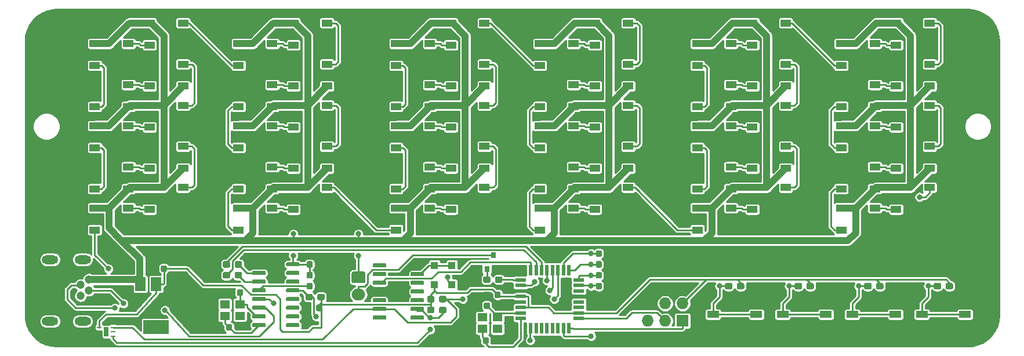
<source format=gbr>
G04 #@! TF.GenerationSoftware,KiCad,Pcbnew,(5.1.5)-3*
G04 #@! TF.CreationDate,2020-09-17T21:05:18+09:00*
G04 #@! TF.ProjectId,acrylic_nixie_clock,61637279-6c69-4635-9f6e-697869655f63,rev?*
G04 #@! TF.SameCoordinates,Original*
G04 #@! TF.FileFunction,Copper,L1,Top*
G04 #@! TF.FilePolarity,Positive*
%FSLAX46Y46*%
G04 Gerber Fmt 4.6, Leading zero omitted, Abs format (unit mm)*
G04 Created by KiCad (PCBNEW (5.1.5)-3) date 2020-09-17 21:05:18*
%MOMM*%
%LPD*%
G04 APERTURE LIST*
%ADD10C,0.100000*%
%ADD11O,2.400000X1.300000*%
%ADD12C,1.200000*%
%ADD13R,0.740000X0.270000*%
%ADD14R,0.650000X1.350000*%
%ADD15R,1.500000X1.000000*%
%ADD16O,2.000000X1.700000*%
%ADD17R,0.800000X0.900000*%
%ADD18R,3.800000X2.000000*%
%ADD19R,1.500000X2.000000*%
%ADD20R,1.727200X1.727200*%
%ADD21O,1.727200X1.727200*%
%ADD22R,1.600000X0.550000*%
%ADD23R,0.550000X1.600000*%
%ADD24R,1.100000X1.100000*%
%ADD25R,1.400000X1.200000*%
%ADD26R,1.700000X1.000000*%
%ADD27C,0.800000*%
%ADD28C,0.250000*%
%ADD29C,1.016000*%
%ADD30C,0.254000*%
G04 APERTURE END LIST*
G04 #@! TA.AperFunction,SMDPad,CuDef*
D10*
G36*
X108496703Y-95108222D02*
G01*
X108511264Y-95110382D01*
X108525543Y-95113959D01*
X108539403Y-95118918D01*
X108552710Y-95125212D01*
X108565336Y-95132780D01*
X108577159Y-95141548D01*
X108588066Y-95151434D01*
X108597952Y-95162341D01*
X108606720Y-95174164D01*
X108614288Y-95186790D01*
X108620582Y-95200097D01*
X108625541Y-95213957D01*
X108629118Y-95228236D01*
X108631278Y-95242797D01*
X108632000Y-95257500D01*
X108632000Y-95557500D01*
X108631278Y-95572203D01*
X108629118Y-95586764D01*
X108625541Y-95601043D01*
X108620582Y-95614903D01*
X108614288Y-95628210D01*
X108606720Y-95640836D01*
X108597952Y-95652659D01*
X108588066Y-95663566D01*
X108577159Y-95673452D01*
X108565336Y-95682220D01*
X108552710Y-95689788D01*
X108539403Y-95696082D01*
X108525543Y-95701041D01*
X108511264Y-95704618D01*
X108496703Y-95706778D01*
X108482000Y-95707500D01*
X106832000Y-95707500D01*
X106817297Y-95706778D01*
X106802736Y-95704618D01*
X106788457Y-95701041D01*
X106774597Y-95696082D01*
X106761290Y-95689788D01*
X106748664Y-95682220D01*
X106736841Y-95673452D01*
X106725934Y-95663566D01*
X106716048Y-95652659D01*
X106707280Y-95640836D01*
X106699712Y-95628210D01*
X106693418Y-95614903D01*
X106688459Y-95601043D01*
X106684882Y-95586764D01*
X106682722Y-95572203D01*
X106682000Y-95557500D01*
X106682000Y-95257500D01*
X106682722Y-95242797D01*
X106684882Y-95228236D01*
X106688459Y-95213957D01*
X106693418Y-95200097D01*
X106699712Y-95186790D01*
X106707280Y-95174164D01*
X106716048Y-95162341D01*
X106725934Y-95151434D01*
X106736841Y-95141548D01*
X106748664Y-95132780D01*
X106761290Y-95125212D01*
X106774597Y-95118918D01*
X106788457Y-95113959D01*
X106802736Y-95110382D01*
X106817297Y-95108222D01*
X106832000Y-95107500D01*
X108482000Y-95107500D01*
X108496703Y-95108222D01*
G37*
G04 #@! TD.AperFunction*
G04 #@! TA.AperFunction,SMDPad,CuDef*
G36*
X108496703Y-93838222D02*
G01*
X108511264Y-93840382D01*
X108525543Y-93843959D01*
X108539403Y-93848918D01*
X108552710Y-93855212D01*
X108565336Y-93862780D01*
X108577159Y-93871548D01*
X108588066Y-93881434D01*
X108597952Y-93892341D01*
X108606720Y-93904164D01*
X108614288Y-93916790D01*
X108620582Y-93930097D01*
X108625541Y-93943957D01*
X108629118Y-93958236D01*
X108631278Y-93972797D01*
X108632000Y-93987500D01*
X108632000Y-94287500D01*
X108631278Y-94302203D01*
X108629118Y-94316764D01*
X108625541Y-94331043D01*
X108620582Y-94344903D01*
X108614288Y-94358210D01*
X108606720Y-94370836D01*
X108597952Y-94382659D01*
X108588066Y-94393566D01*
X108577159Y-94403452D01*
X108565336Y-94412220D01*
X108552710Y-94419788D01*
X108539403Y-94426082D01*
X108525543Y-94431041D01*
X108511264Y-94434618D01*
X108496703Y-94436778D01*
X108482000Y-94437500D01*
X106832000Y-94437500D01*
X106817297Y-94436778D01*
X106802736Y-94434618D01*
X106788457Y-94431041D01*
X106774597Y-94426082D01*
X106761290Y-94419788D01*
X106748664Y-94412220D01*
X106736841Y-94403452D01*
X106725934Y-94393566D01*
X106716048Y-94382659D01*
X106707280Y-94370836D01*
X106699712Y-94358210D01*
X106693418Y-94344903D01*
X106688459Y-94331043D01*
X106684882Y-94316764D01*
X106682722Y-94302203D01*
X106682000Y-94287500D01*
X106682000Y-93987500D01*
X106682722Y-93972797D01*
X106684882Y-93958236D01*
X106688459Y-93943957D01*
X106693418Y-93930097D01*
X106699712Y-93916790D01*
X106707280Y-93904164D01*
X106716048Y-93892341D01*
X106725934Y-93881434D01*
X106736841Y-93871548D01*
X106748664Y-93862780D01*
X106761290Y-93855212D01*
X106774597Y-93848918D01*
X106788457Y-93843959D01*
X106802736Y-93840382D01*
X106817297Y-93838222D01*
X106832000Y-93837500D01*
X108482000Y-93837500D01*
X108496703Y-93838222D01*
G37*
G04 #@! TD.AperFunction*
G04 #@! TA.AperFunction,SMDPad,CuDef*
G36*
X108496703Y-92568222D02*
G01*
X108511264Y-92570382D01*
X108525543Y-92573959D01*
X108539403Y-92578918D01*
X108552710Y-92585212D01*
X108565336Y-92592780D01*
X108577159Y-92601548D01*
X108588066Y-92611434D01*
X108597952Y-92622341D01*
X108606720Y-92634164D01*
X108614288Y-92646790D01*
X108620582Y-92660097D01*
X108625541Y-92673957D01*
X108629118Y-92688236D01*
X108631278Y-92702797D01*
X108632000Y-92717500D01*
X108632000Y-93017500D01*
X108631278Y-93032203D01*
X108629118Y-93046764D01*
X108625541Y-93061043D01*
X108620582Y-93074903D01*
X108614288Y-93088210D01*
X108606720Y-93100836D01*
X108597952Y-93112659D01*
X108588066Y-93123566D01*
X108577159Y-93133452D01*
X108565336Y-93142220D01*
X108552710Y-93149788D01*
X108539403Y-93156082D01*
X108525543Y-93161041D01*
X108511264Y-93164618D01*
X108496703Y-93166778D01*
X108482000Y-93167500D01*
X106832000Y-93167500D01*
X106817297Y-93166778D01*
X106802736Y-93164618D01*
X106788457Y-93161041D01*
X106774597Y-93156082D01*
X106761290Y-93149788D01*
X106748664Y-93142220D01*
X106736841Y-93133452D01*
X106725934Y-93123566D01*
X106716048Y-93112659D01*
X106707280Y-93100836D01*
X106699712Y-93088210D01*
X106693418Y-93074903D01*
X106688459Y-93061043D01*
X106684882Y-93046764D01*
X106682722Y-93032203D01*
X106682000Y-93017500D01*
X106682000Y-92717500D01*
X106682722Y-92702797D01*
X106684882Y-92688236D01*
X106688459Y-92673957D01*
X106693418Y-92660097D01*
X106699712Y-92646790D01*
X106707280Y-92634164D01*
X106716048Y-92622341D01*
X106725934Y-92611434D01*
X106736841Y-92601548D01*
X106748664Y-92592780D01*
X106761290Y-92585212D01*
X106774597Y-92578918D01*
X106788457Y-92573959D01*
X106802736Y-92570382D01*
X106817297Y-92568222D01*
X106832000Y-92567500D01*
X108482000Y-92567500D01*
X108496703Y-92568222D01*
G37*
G04 #@! TD.AperFunction*
G04 #@! TA.AperFunction,SMDPad,CuDef*
G36*
X108496703Y-91298222D02*
G01*
X108511264Y-91300382D01*
X108525543Y-91303959D01*
X108539403Y-91308918D01*
X108552710Y-91315212D01*
X108565336Y-91322780D01*
X108577159Y-91331548D01*
X108588066Y-91341434D01*
X108597952Y-91352341D01*
X108606720Y-91364164D01*
X108614288Y-91376790D01*
X108620582Y-91390097D01*
X108625541Y-91403957D01*
X108629118Y-91418236D01*
X108631278Y-91432797D01*
X108632000Y-91447500D01*
X108632000Y-91747500D01*
X108631278Y-91762203D01*
X108629118Y-91776764D01*
X108625541Y-91791043D01*
X108620582Y-91804903D01*
X108614288Y-91818210D01*
X108606720Y-91830836D01*
X108597952Y-91842659D01*
X108588066Y-91853566D01*
X108577159Y-91863452D01*
X108565336Y-91872220D01*
X108552710Y-91879788D01*
X108539403Y-91886082D01*
X108525543Y-91891041D01*
X108511264Y-91894618D01*
X108496703Y-91896778D01*
X108482000Y-91897500D01*
X106832000Y-91897500D01*
X106817297Y-91896778D01*
X106802736Y-91894618D01*
X106788457Y-91891041D01*
X106774597Y-91886082D01*
X106761290Y-91879788D01*
X106748664Y-91872220D01*
X106736841Y-91863452D01*
X106725934Y-91853566D01*
X106716048Y-91842659D01*
X106707280Y-91830836D01*
X106699712Y-91818210D01*
X106693418Y-91804903D01*
X106688459Y-91791043D01*
X106684882Y-91776764D01*
X106682722Y-91762203D01*
X106682000Y-91747500D01*
X106682000Y-91447500D01*
X106682722Y-91432797D01*
X106684882Y-91418236D01*
X106688459Y-91403957D01*
X106693418Y-91390097D01*
X106699712Y-91376790D01*
X106707280Y-91364164D01*
X106716048Y-91352341D01*
X106725934Y-91341434D01*
X106736841Y-91331548D01*
X106748664Y-91322780D01*
X106761290Y-91315212D01*
X106774597Y-91308918D01*
X106788457Y-91303959D01*
X106802736Y-91300382D01*
X106817297Y-91298222D01*
X106832000Y-91297500D01*
X108482000Y-91297500D01*
X108496703Y-91298222D01*
G37*
G04 #@! TD.AperFunction*
G04 #@! TA.AperFunction,SMDPad,CuDef*
G36*
X108496703Y-90028222D02*
G01*
X108511264Y-90030382D01*
X108525543Y-90033959D01*
X108539403Y-90038918D01*
X108552710Y-90045212D01*
X108565336Y-90052780D01*
X108577159Y-90061548D01*
X108588066Y-90071434D01*
X108597952Y-90082341D01*
X108606720Y-90094164D01*
X108614288Y-90106790D01*
X108620582Y-90120097D01*
X108625541Y-90133957D01*
X108629118Y-90148236D01*
X108631278Y-90162797D01*
X108632000Y-90177500D01*
X108632000Y-90477500D01*
X108631278Y-90492203D01*
X108629118Y-90506764D01*
X108625541Y-90521043D01*
X108620582Y-90534903D01*
X108614288Y-90548210D01*
X108606720Y-90560836D01*
X108597952Y-90572659D01*
X108588066Y-90583566D01*
X108577159Y-90593452D01*
X108565336Y-90602220D01*
X108552710Y-90609788D01*
X108539403Y-90616082D01*
X108525543Y-90621041D01*
X108511264Y-90624618D01*
X108496703Y-90626778D01*
X108482000Y-90627500D01*
X106832000Y-90627500D01*
X106817297Y-90626778D01*
X106802736Y-90624618D01*
X106788457Y-90621041D01*
X106774597Y-90616082D01*
X106761290Y-90609788D01*
X106748664Y-90602220D01*
X106736841Y-90593452D01*
X106725934Y-90583566D01*
X106716048Y-90572659D01*
X106707280Y-90560836D01*
X106699712Y-90548210D01*
X106693418Y-90534903D01*
X106688459Y-90521043D01*
X106684882Y-90506764D01*
X106682722Y-90492203D01*
X106682000Y-90477500D01*
X106682000Y-90177500D01*
X106682722Y-90162797D01*
X106684882Y-90148236D01*
X106688459Y-90133957D01*
X106693418Y-90120097D01*
X106699712Y-90106790D01*
X106707280Y-90094164D01*
X106716048Y-90082341D01*
X106725934Y-90071434D01*
X106736841Y-90061548D01*
X106748664Y-90052780D01*
X106761290Y-90045212D01*
X106774597Y-90038918D01*
X106788457Y-90033959D01*
X106802736Y-90030382D01*
X106817297Y-90028222D01*
X106832000Y-90027500D01*
X108482000Y-90027500D01*
X108496703Y-90028222D01*
G37*
G04 #@! TD.AperFunction*
G04 #@! TA.AperFunction,SMDPad,CuDef*
G36*
X108496703Y-88758222D02*
G01*
X108511264Y-88760382D01*
X108525543Y-88763959D01*
X108539403Y-88768918D01*
X108552710Y-88775212D01*
X108565336Y-88782780D01*
X108577159Y-88791548D01*
X108588066Y-88801434D01*
X108597952Y-88812341D01*
X108606720Y-88824164D01*
X108614288Y-88836790D01*
X108620582Y-88850097D01*
X108625541Y-88863957D01*
X108629118Y-88878236D01*
X108631278Y-88892797D01*
X108632000Y-88907500D01*
X108632000Y-89207500D01*
X108631278Y-89222203D01*
X108629118Y-89236764D01*
X108625541Y-89251043D01*
X108620582Y-89264903D01*
X108614288Y-89278210D01*
X108606720Y-89290836D01*
X108597952Y-89302659D01*
X108588066Y-89313566D01*
X108577159Y-89323452D01*
X108565336Y-89332220D01*
X108552710Y-89339788D01*
X108539403Y-89346082D01*
X108525543Y-89351041D01*
X108511264Y-89354618D01*
X108496703Y-89356778D01*
X108482000Y-89357500D01*
X106832000Y-89357500D01*
X106817297Y-89356778D01*
X106802736Y-89354618D01*
X106788457Y-89351041D01*
X106774597Y-89346082D01*
X106761290Y-89339788D01*
X106748664Y-89332220D01*
X106736841Y-89323452D01*
X106725934Y-89313566D01*
X106716048Y-89302659D01*
X106707280Y-89290836D01*
X106699712Y-89278210D01*
X106693418Y-89264903D01*
X106688459Y-89251043D01*
X106684882Y-89236764D01*
X106682722Y-89222203D01*
X106682000Y-89207500D01*
X106682000Y-88907500D01*
X106682722Y-88892797D01*
X106684882Y-88878236D01*
X106688459Y-88863957D01*
X106693418Y-88850097D01*
X106699712Y-88836790D01*
X106707280Y-88824164D01*
X106716048Y-88812341D01*
X106725934Y-88801434D01*
X106736841Y-88791548D01*
X106748664Y-88782780D01*
X106761290Y-88775212D01*
X106774597Y-88768918D01*
X106788457Y-88763959D01*
X106802736Y-88760382D01*
X106817297Y-88758222D01*
X106832000Y-88757500D01*
X108482000Y-88757500D01*
X108496703Y-88758222D01*
G37*
G04 #@! TD.AperFunction*
G04 #@! TA.AperFunction,SMDPad,CuDef*
G36*
X108496703Y-87488222D02*
G01*
X108511264Y-87490382D01*
X108525543Y-87493959D01*
X108539403Y-87498918D01*
X108552710Y-87505212D01*
X108565336Y-87512780D01*
X108577159Y-87521548D01*
X108588066Y-87531434D01*
X108597952Y-87542341D01*
X108606720Y-87554164D01*
X108614288Y-87566790D01*
X108620582Y-87580097D01*
X108625541Y-87593957D01*
X108629118Y-87608236D01*
X108631278Y-87622797D01*
X108632000Y-87637500D01*
X108632000Y-87937500D01*
X108631278Y-87952203D01*
X108629118Y-87966764D01*
X108625541Y-87981043D01*
X108620582Y-87994903D01*
X108614288Y-88008210D01*
X108606720Y-88020836D01*
X108597952Y-88032659D01*
X108588066Y-88043566D01*
X108577159Y-88053452D01*
X108565336Y-88062220D01*
X108552710Y-88069788D01*
X108539403Y-88076082D01*
X108525543Y-88081041D01*
X108511264Y-88084618D01*
X108496703Y-88086778D01*
X108482000Y-88087500D01*
X106832000Y-88087500D01*
X106817297Y-88086778D01*
X106802736Y-88084618D01*
X106788457Y-88081041D01*
X106774597Y-88076082D01*
X106761290Y-88069788D01*
X106748664Y-88062220D01*
X106736841Y-88053452D01*
X106725934Y-88043566D01*
X106716048Y-88032659D01*
X106707280Y-88020836D01*
X106699712Y-88008210D01*
X106693418Y-87994903D01*
X106688459Y-87981043D01*
X106684882Y-87966764D01*
X106682722Y-87952203D01*
X106682000Y-87937500D01*
X106682000Y-87637500D01*
X106682722Y-87622797D01*
X106684882Y-87608236D01*
X106688459Y-87593957D01*
X106693418Y-87580097D01*
X106699712Y-87566790D01*
X106707280Y-87554164D01*
X106716048Y-87542341D01*
X106725934Y-87531434D01*
X106736841Y-87521548D01*
X106748664Y-87512780D01*
X106761290Y-87505212D01*
X106774597Y-87498918D01*
X106788457Y-87493959D01*
X106802736Y-87490382D01*
X106817297Y-87488222D01*
X106832000Y-87487500D01*
X108482000Y-87487500D01*
X108496703Y-87488222D01*
G37*
G04 #@! TD.AperFunction*
G04 #@! TA.AperFunction,SMDPad,CuDef*
G36*
X102946703Y-87488222D02*
G01*
X102961264Y-87490382D01*
X102975543Y-87493959D01*
X102989403Y-87498918D01*
X103002710Y-87505212D01*
X103015336Y-87512780D01*
X103027159Y-87521548D01*
X103038066Y-87531434D01*
X103047952Y-87542341D01*
X103056720Y-87554164D01*
X103064288Y-87566790D01*
X103070582Y-87580097D01*
X103075541Y-87593957D01*
X103079118Y-87608236D01*
X103081278Y-87622797D01*
X103082000Y-87637500D01*
X103082000Y-87937500D01*
X103081278Y-87952203D01*
X103079118Y-87966764D01*
X103075541Y-87981043D01*
X103070582Y-87994903D01*
X103064288Y-88008210D01*
X103056720Y-88020836D01*
X103047952Y-88032659D01*
X103038066Y-88043566D01*
X103027159Y-88053452D01*
X103015336Y-88062220D01*
X103002710Y-88069788D01*
X102989403Y-88076082D01*
X102975543Y-88081041D01*
X102961264Y-88084618D01*
X102946703Y-88086778D01*
X102932000Y-88087500D01*
X101282000Y-88087500D01*
X101267297Y-88086778D01*
X101252736Y-88084618D01*
X101238457Y-88081041D01*
X101224597Y-88076082D01*
X101211290Y-88069788D01*
X101198664Y-88062220D01*
X101186841Y-88053452D01*
X101175934Y-88043566D01*
X101166048Y-88032659D01*
X101157280Y-88020836D01*
X101149712Y-88008210D01*
X101143418Y-87994903D01*
X101138459Y-87981043D01*
X101134882Y-87966764D01*
X101132722Y-87952203D01*
X101132000Y-87937500D01*
X101132000Y-87637500D01*
X101132722Y-87622797D01*
X101134882Y-87608236D01*
X101138459Y-87593957D01*
X101143418Y-87580097D01*
X101149712Y-87566790D01*
X101157280Y-87554164D01*
X101166048Y-87542341D01*
X101175934Y-87531434D01*
X101186841Y-87521548D01*
X101198664Y-87512780D01*
X101211290Y-87505212D01*
X101224597Y-87498918D01*
X101238457Y-87493959D01*
X101252736Y-87490382D01*
X101267297Y-87488222D01*
X101282000Y-87487500D01*
X102932000Y-87487500D01*
X102946703Y-87488222D01*
G37*
G04 #@! TD.AperFunction*
G04 #@! TA.AperFunction,SMDPad,CuDef*
G36*
X102946703Y-88758222D02*
G01*
X102961264Y-88760382D01*
X102975543Y-88763959D01*
X102989403Y-88768918D01*
X103002710Y-88775212D01*
X103015336Y-88782780D01*
X103027159Y-88791548D01*
X103038066Y-88801434D01*
X103047952Y-88812341D01*
X103056720Y-88824164D01*
X103064288Y-88836790D01*
X103070582Y-88850097D01*
X103075541Y-88863957D01*
X103079118Y-88878236D01*
X103081278Y-88892797D01*
X103082000Y-88907500D01*
X103082000Y-89207500D01*
X103081278Y-89222203D01*
X103079118Y-89236764D01*
X103075541Y-89251043D01*
X103070582Y-89264903D01*
X103064288Y-89278210D01*
X103056720Y-89290836D01*
X103047952Y-89302659D01*
X103038066Y-89313566D01*
X103027159Y-89323452D01*
X103015336Y-89332220D01*
X103002710Y-89339788D01*
X102989403Y-89346082D01*
X102975543Y-89351041D01*
X102961264Y-89354618D01*
X102946703Y-89356778D01*
X102932000Y-89357500D01*
X101282000Y-89357500D01*
X101267297Y-89356778D01*
X101252736Y-89354618D01*
X101238457Y-89351041D01*
X101224597Y-89346082D01*
X101211290Y-89339788D01*
X101198664Y-89332220D01*
X101186841Y-89323452D01*
X101175934Y-89313566D01*
X101166048Y-89302659D01*
X101157280Y-89290836D01*
X101149712Y-89278210D01*
X101143418Y-89264903D01*
X101138459Y-89251043D01*
X101134882Y-89236764D01*
X101132722Y-89222203D01*
X101132000Y-89207500D01*
X101132000Y-88907500D01*
X101132722Y-88892797D01*
X101134882Y-88878236D01*
X101138459Y-88863957D01*
X101143418Y-88850097D01*
X101149712Y-88836790D01*
X101157280Y-88824164D01*
X101166048Y-88812341D01*
X101175934Y-88801434D01*
X101186841Y-88791548D01*
X101198664Y-88782780D01*
X101211290Y-88775212D01*
X101224597Y-88768918D01*
X101238457Y-88763959D01*
X101252736Y-88760382D01*
X101267297Y-88758222D01*
X101282000Y-88757500D01*
X102932000Y-88757500D01*
X102946703Y-88758222D01*
G37*
G04 #@! TD.AperFunction*
G04 #@! TA.AperFunction,SMDPad,CuDef*
G36*
X102946703Y-90028222D02*
G01*
X102961264Y-90030382D01*
X102975543Y-90033959D01*
X102989403Y-90038918D01*
X103002710Y-90045212D01*
X103015336Y-90052780D01*
X103027159Y-90061548D01*
X103038066Y-90071434D01*
X103047952Y-90082341D01*
X103056720Y-90094164D01*
X103064288Y-90106790D01*
X103070582Y-90120097D01*
X103075541Y-90133957D01*
X103079118Y-90148236D01*
X103081278Y-90162797D01*
X103082000Y-90177500D01*
X103082000Y-90477500D01*
X103081278Y-90492203D01*
X103079118Y-90506764D01*
X103075541Y-90521043D01*
X103070582Y-90534903D01*
X103064288Y-90548210D01*
X103056720Y-90560836D01*
X103047952Y-90572659D01*
X103038066Y-90583566D01*
X103027159Y-90593452D01*
X103015336Y-90602220D01*
X103002710Y-90609788D01*
X102989403Y-90616082D01*
X102975543Y-90621041D01*
X102961264Y-90624618D01*
X102946703Y-90626778D01*
X102932000Y-90627500D01*
X101282000Y-90627500D01*
X101267297Y-90626778D01*
X101252736Y-90624618D01*
X101238457Y-90621041D01*
X101224597Y-90616082D01*
X101211290Y-90609788D01*
X101198664Y-90602220D01*
X101186841Y-90593452D01*
X101175934Y-90583566D01*
X101166048Y-90572659D01*
X101157280Y-90560836D01*
X101149712Y-90548210D01*
X101143418Y-90534903D01*
X101138459Y-90521043D01*
X101134882Y-90506764D01*
X101132722Y-90492203D01*
X101132000Y-90477500D01*
X101132000Y-90177500D01*
X101132722Y-90162797D01*
X101134882Y-90148236D01*
X101138459Y-90133957D01*
X101143418Y-90120097D01*
X101149712Y-90106790D01*
X101157280Y-90094164D01*
X101166048Y-90082341D01*
X101175934Y-90071434D01*
X101186841Y-90061548D01*
X101198664Y-90052780D01*
X101211290Y-90045212D01*
X101224597Y-90038918D01*
X101238457Y-90033959D01*
X101252736Y-90030382D01*
X101267297Y-90028222D01*
X101282000Y-90027500D01*
X102932000Y-90027500D01*
X102946703Y-90028222D01*
G37*
G04 #@! TD.AperFunction*
G04 #@! TA.AperFunction,SMDPad,CuDef*
G36*
X102946703Y-91298222D02*
G01*
X102961264Y-91300382D01*
X102975543Y-91303959D01*
X102989403Y-91308918D01*
X103002710Y-91315212D01*
X103015336Y-91322780D01*
X103027159Y-91331548D01*
X103038066Y-91341434D01*
X103047952Y-91352341D01*
X103056720Y-91364164D01*
X103064288Y-91376790D01*
X103070582Y-91390097D01*
X103075541Y-91403957D01*
X103079118Y-91418236D01*
X103081278Y-91432797D01*
X103082000Y-91447500D01*
X103082000Y-91747500D01*
X103081278Y-91762203D01*
X103079118Y-91776764D01*
X103075541Y-91791043D01*
X103070582Y-91804903D01*
X103064288Y-91818210D01*
X103056720Y-91830836D01*
X103047952Y-91842659D01*
X103038066Y-91853566D01*
X103027159Y-91863452D01*
X103015336Y-91872220D01*
X103002710Y-91879788D01*
X102989403Y-91886082D01*
X102975543Y-91891041D01*
X102961264Y-91894618D01*
X102946703Y-91896778D01*
X102932000Y-91897500D01*
X101282000Y-91897500D01*
X101267297Y-91896778D01*
X101252736Y-91894618D01*
X101238457Y-91891041D01*
X101224597Y-91886082D01*
X101211290Y-91879788D01*
X101198664Y-91872220D01*
X101186841Y-91863452D01*
X101175934Y-91853566D01*
X101166048Y-91842659D01*
X101157280Y-91830836D01*
X101149712Y-91818210D01*
X101143418Y-91804903D01*
X101138459Y-91791043D01*
X101134882Y-91776764D01*
X101132722Y-91762203D01*
X101132000Y-91747500D01*
X101132000Y-91447500D01*
X101132722Y-91432797D01*
X101134882Y-91418236D01*
X101138459Y-91403957D01*
X101143418Y-91390097D01*
X101149712Y-91376790D01*
X101157280Y-91364164D01*
X101166048Y-91352341D01*
X101175934Y-91341434D01*
X101186841Y-91331548D01*
X101198664Y-91322780D01*
X101211290Y-91315212D01*
X101224597Y-91308918D01*
X101238457Y-91303959D01*
X101252736Y-91300382D01*
X101267297Y-91298222D01*
X101282000Y-91297500D01*
X102932000Y-91297500D01*
X102946703Y-91298222D01*
G37*
G04 #@! TD.AperFunction*
G04 #@! TA.AperFunction,SMDPad,CuDef*
G36*
X102946703Y-92568222D02*
G01*
X102961264Y-92570382D01*
X102975543Y-92573959D01*
X102989403Y-92578918D01*
X103002710Y-92585212D01*
X103015336Y-92592780D01*
X103027159Y-92601548D01*
X103038066Y-92611434D01*
X103047952Y-92622341D01*
X103056720Y-92634164D01*
X103064288Y-92646790D01*
X103070582Y-92660097D01*
X103075541Y-92673957D01*
X103079118Y-92688236D01*
X103081278Y-92702797D01*
X103082000Y-92717500D01*
X103082000Y-93017500D01*
X103081278Y-93032203D01*
X103079118Y-93046764D01*
X103075541Y-93061043D01*
X103070582Y-93074903D01*
X103064288Y-93088210D01*
X103056720Y-93100836D01*
X103047952Y-93112659D01*
X103038066Y-93123566D01*
X103027159Y-93133452D01*
X103015336Y-93142220D01*
X103002710Y-93149788D01*
X102989403Y-93156082D01*
X102975543Y-93161041D01*
X102961264Y-93164618D01*
X102946703Y-93166778D01*
X102932000Y-93167500D01*
X101282000Y-93167500D01*
X101267297Y-93166778D01*
X101252736Y-93164618D01*
X101238457Y-93161041D01*
X101224597Y-93156082D01*
X101211290Y-93149788D01*
X101198664Y-93142220D01*
X101186841Y-93133452D01*
X101175934Y-93123566D01*
X101166048Y-93112659D01*
X101157280Y-93100836D01*
X101149712Y-93088210D01*
X101143418Y-93074903D01*
X101138459Y-93061043D01*
X101134882Y-93046764D01*
X101132722Y-93032203D01*
X101132000Y-93017500D01*
X101132000Y-92717500D01*
X101132722Y-92702797D01*
X101134882Y-92688236D01*
X101138459Y-92673957D01*
X101143418Y-92660097D01*
X101149712Y-92646790D01*
X101157280Y-92634164D01*
X101166048Y-92622341D01*
X101175934Y-92611434D01*
X101186841Y-92601548D01*
X101198664Y-92592780D01*
X101211290Y-92585212D01*
X101224597Y-92578918D01*
X101238457Y-92573959D01*
X101252736Y-92570382D01*
X101267297Y-92568222D01*
X101282000Y-92567500D01*
X102932000Y-92567500D01*
X102946703Y-92568222D01*
G37*
G04 #@! TD.AperFunction*
G04 #@! TA.AperFunction,SMDPad,CuDef*
G36*
X102946703Y-93838222D02*
G01*
X102961264Y-93840382D01*
X102975543Y-93843959D01*
X102989403Y-93848918D01*
X103002710Y-93855212D01*
X103015336Y-93862780D01*
X103027159Y-93871548D01*
X103038066Y-93881434D01*
X103047952Y-93892341D01*
X103056720Y-93904164D01*
X103064288Y-93916790D01*
X103070582Y-93930097D01*
X103075541Y-93943957D01*
X103079118Y-93958236D01*
X103081278Y-93972797D01*
X103082000Y-93987500D01*
X103082000Y-94287500D01*
X103081278Y-94302203D01*
X103079118Y-94316764D01*
X103075541Y-94331043D01*
X103070582Y-94344903D01*
X103064288Y-94358210D01*
X103056720Y-94370836D01*
X103047952Y-94382659D01*
X103038066Y-94393566D01*
X103027159Y-94403452D01*
X103015336Y-94412220D01*
X103002710Y-94419788D01*
X102989403Y-94426082D01*
X102975543Y-94431041D01*
X102961264Y-94434618D01*
X102946703Y-94436778D01*
X102932000Y-94437500D01*
X101282000Y-94437500D01*
X101267297Y-94436778D01*
X101252736Y-94434618D01*
X101238457Y-94431041D01*
X101224597Y-94426082D01*
X101211290Y-94419788D01*
X101198664Y-94412220D01*
X101186841Y-94403452D01*
X101175934Y-94393566D01*
X101166048Y-94382659D01*
X101157280Y-94370836D01*
X101149712Y-94358210D01*
X101143418Y-94344903D01*
X101138459Y-94331043D01*
X101134882Y-94316764D01*
X101132722Y-94302203D01*
X101132000Y-94287500D01*
X101132000Y-93987500D01*
X101132722Y-93972797D01*
X101134882Y-93958236D01*
X101138459Y-93943957D01*
X101143418Y-93930097D01*
X101149712Y-93916790D01*
X101157280Y-93904164D01*
X101166048Y-93892341D01*
X101175934Y-93881434D01*
X101186841Y-93871548D01*
X101198664Y-93862780D01*
X101211290Y-93855212D01*
X101224597Y-93848918D01*
X101238457Y-93843959D01*
X101252736Y-93840382D01*
X101267297Y-93838222D01*
X101282000Y-93837500D01*
X102932000Y-93837500D01*
X102946703Y-93838222D01*
G37*
G04 #@! TD.AperFunction*
G04 #@! TA.AperFunction,SMDPad,CuDef*
G36*
X102946703Y-95108222D02*
G01*
X102961264Y-95110382D01*
X102975543Y-95113959D01*
X102989403Y-95118918D01*
X103002710Y-95125212D01*
X103015336Y-95132780D01*
X103027159Y-95141548D01*
X103038066Y-95151434D01*
X103047952Y-95162341D01*
X103056720Y-95174164D01*
X103064288Y-95186790D01*
X103070582Y-95200097D01*
X103075541Y-95213957D01*
X103079118Y-95228236D01*
X103081278Y-95242797D01*
X103082000Y-95257500D01*
X103082000Y-95557500D01*
X103081278Y-95572203D01*
X103079118Y-95586764D01*
X103075541Y-95601043D01*
X103070582Y-95614903D01*
X103064288Y-95628210D01*
X103056720Y-95640836D01*
X103047952Y-95652659D01*
X103038066Y-95663566D01*
X103027159Y-95673452D01*
X103015336Y-95682220D01*
X103002710Y-95689788D01*
X102989403Y-95696082D01*
X102975543Y-95701041D01*
X102961264Y-95704618D01*
X102946703Y-95706778D01*
X102932000Y-95707500D01*
X101282000Y-95707500D01*
X101267297Y-95706778D01*
X101252736Y-95704618D01*
X101238457Y-95701041D01*
X101224597Y-95696082D01*
X101211290Y-95689788D01*
X101198664Y-95682220D01*
X101186841Y-95673452D01*
X101175934Y-95663566D01*
X101166048Y-95652659D01*
X101157280Y-95640836D01*
X101149712Y-95628210D01*
X101143418Y-95614903D01*
X101138459Y-95601043D01*
X101134882Y-95586764D01*
X101132722Y-95572203D01*
X101132000Y-95557500D01*
X101132000Y-95257500D01*
X101132722Y-95242797D01*
X101134882Y-95228236D01*
X101138459Y-95213957D01*
X101143418Y-95200097D01*
X101149712Y-95186790D01*
X101157280Y-95174164D01*
X101166048Y-95162341D01*
X101175934Y-95151434D01*
X101186841Y-95141548D01*
X101198664Y-95132780D01*
X101211290Y-95125212D01*
X101224597Y-95118918D01*
X101238457Y-95113959D01*
X101252736Y-95110382D01*
X101267297Y-95108222D01*
X101282000Y-95107500D01*
X102932000Y-95107500D01*
X102946703Y-95108222D01*
G37*
G04 #@! TD.AperFunction*
D11*
X54040000Y-95927500D03*
X58790000Y-95927500D03*
X54040000Y-86927500D03*
X58790000Y-86927500D03*
D12*
X59690000Y-89827500D03*
X59690000Y-91427500D03*
X59690000Y-93027500D03*
X58490000Y-92227500D03*
X58490000Y-90627500D03*
D13*
X61235000Y-96822500D03*
X61235000Y-97472500D03*
X61235000Y-98122500D03*
X63225000Y-98122500D03*
X63225000Y-97472500D03*
X63225000Y-96822500D03*
D14*
X62230000Y-97472500D03*
G04 #@! TA.AperFunction,SMDPad,CuDef*
D10*
G36*
X85359703Y-87330722D02*
G01*
X85374264Y-87332882D01*
X85388543Y-87336459D01*
X85402403Y-87341418D01*
X85415710Y-87347712D01*
X85428336Y-87355280D01*
X85440159Y-87364048D01*
X85451066Y-87373934D01*
X85460952Y-87384841D01*
X85469720Y-87396664D01*
X85477288Y-87409290D01*
X85483582Y-87422597D01*
X85488541Y-87436457D01*
X85492118Y-87450736D01*
X85494278Y-87465297D01*
X85495000Y-87480000D01*
X85495000Y-87780000D01*
X85494278Y-87794703D01*
X85492118Y-87809264D01*
X85488541Y-87823543D01*
X85483582Y-87837403D01*
X85477288Y-87850710D01*
X85469720Y-87863336D01*
X85460952Y-87875159D01*
X85451066Y-87886066D01*
X85440159Y-87895952D01*
X85428336Y-87904720D01*
X85415710Y-87912288D01*
X85402403Y-87918582D01*
X85388543Y-87923541D01*
X85374264Y-87927118D01*
X85359703Y-87929278D01*
X85345000Y-87930000D01*
X83695000Y-87930000D01*
X83680297Y-87929278D01*
X83665736Y-87927118D01*
X83651457Y-87923541D01*
X83637597Y-87918582D01*
X83624290Y-87912288D01*
X83611664Y-87904720D01*
X83599841Y-87895952D01*
X83588934Y-87886066D01*
X83579048Y-87875159D01*
X83570280Y-87863336D01*
X83562712Y-87850710D01*
X83556418Y-87837403D01*
X83551459Y-87823543D01*
X83547882Y-87809264D01*
X83545722Y-87794703D01*
X83545000Y-87780000D01*
X83545000Y-87480000D01*
X83545722Y-87465297D01*
X83547882Y-87450736D01*
X83551459Y-87436457D01*
X83556418Y-87422597D01*
X83562712Y-87409290D01*
X83570280Y-87396664D01*
X83579048Y-87384841D01*
X83588934Y-87373934D01*
X83599841Y-87364048D01*
X83611664Y-87355280D01*
X83624290Y-87347712D01*
X83637597Y-87341418D01*
X83651457Y-87336459D01*
X83665736Y-87332882D01*
X83680297Y-87330722D01*
X83695000Y-87330000D01*
X85345000Y-87330000D01*
X85359703Y-87330722D01*
G37*
G04 #@! TD.AperFunction*
G04 #@! TA.AperFunction,SMDPad,CuDef*
G36*
X85359703Y-88600722D02*
G01*
X85374264Y-88602882D01*
X85388543Y-88606459D01*
X85402403Y-88611418D01*
X85415710Y-88617712D01*
X85428336Y-88625280D01*
X85440159Y-88634048D01*
X85451066Y-88643934D01*
X85460952Y-88654841D01*
X85469720Y-88666664D01*
X85477288Y-88679290D01*
X85483582Y-88692597D01*
X85488541Y-88706457D01*
X85492118Y-88720736D01*
X85494278Y-88735297D01*
X85495000Y-88750000D01*
X85495000Y-89050000D01*
X85494278Y-89064703D01*
X85492118Y-89079264D01*
X85488541Y-89093543D01*
X85483582Y-89107403D01*
X85477288Y-89120710D01*
X85469720Y-89133336D01*
X85460952Y-89145159D01*
X85451066Y-89156066D01*
X85440159Y-89165952D01*
X85428336Y-89174720D01*
X85415710Y-89182288D01*
X85402403Y-89188582D01*
X85388543Y-89193541D01*
X85374264Y-89197118D01*
X85359703Y-89199278D01*
X85345000Y-89200000D01*
X83695000Y-89200000D01*
X83680297Y-89199278D01*
X83665736Y-89197118D01*
X83651457Y-89193541D01*
X83637597Y-89188582D01*
X83624290Y-89182288D01*
X83611664Y-89174720D01*
X83599841Y-89165952D01*
X83588934Y-89156066D01*
X83579048Y-89145159D01*
X83570280Y-89133336D01*
X83562712Y-89120710D01*
X83556418Y-89107403D01*
X83551459Y-89093543D01*
X83547882Y-89079264D01*
X83545722Y-89064703D01*
X83545000Y-89050000D01*
X83545000Y-88750000D01*
X83545722Y-88735297D01*
X83547882Y-88720736D01*
X83551459Y-88706457D01*
X83556418Y-88692597D01*
X83562712Y-88679290D01*
X83570280Y-88666664D01*
X83579048Y-88654841D01*
X83588934Y-88643934D01*
X83599841Y-88634048D01*
X83611664Y-88625280D01*
X83624290Y-88617712D01*
X83637597Y-88611418D01*
X83651457Y-88606459D01*
X83665736Y-88602882D01*
X83680297Y-88600722D01*
X83695000Y-88600000D01*
X85345000Y-88600000D01*
X85359703Y-88600722D01*
G37*
G04 #@! TD.AperFunction*
G04 #@! TA.AperFunction,SMDPad,CuDef*
G36*
X85359703Y-89870722D02*
G01*
X85374264Y-89872882D01*
X85388543Y-89876459D01*
X85402403Y-89881418D01*
X85415710Y-89887712D01*
X85428336Y-89895280D01*
X85440159Y-89904048D01*
X85451066Y-89913934D01*
X85460952Y-89924841D01*
X85469720Y-89936664D01*
X85477288Y-89949290D01*
X85483582Y-89962597D01*
X85488541Y-89976457D01*
X85492118Y-89990736D01*
X85494278Y-90005297D01*
X85495000Y-90020000D01*
X85495000Y-90320000D01*
X85494278Y-90334703D01*
X85492118Y-90349264D01*
X85488541Y-90363543D01*
X85483582Y-90377403D01*
X85477288Y-90390710D01*
X85469720Y-90403336D01*
X85460952Y-90415159D01*
X85451066Y-90426066D01*
X85440159Y-90435952D01*
X85428336Y-90444720D01*
X85415710Y-90452288D01*
X85402403Y-90458582D01*
X85388543Y-90463541D01*
X85374264Y-90467118D01*
X85359703Y-90469278D01*
X85345000Y-90470000D01*
X83695000Y-90470000D01*
X83680297Y-90469278D01*
X83665736Y-90467118D01*
X83651457Y-90463541D01*
X83637597Y-90458582D01*
X83624290Y-90452288D01*
X83611664Y-90444720D01*
X83599841Y-90435952D01*
X83588934Y-90426066D01*
X83579048Y-90415159D01*
X83570280Y-90403336D01*
X83562712Y-90390710D01*
X83556418Y-90377403D01*
X83551459Y-90363543D01*
X83547882Y-90349264D01*
X83545722Y-90334703D01*
X83545000Y-90320000D01*
X83545000Y-90020000D01*
X83545722Y-90005297D01*
X83547882Y-89990736D01*
X83551459Y-89976457D01*
X83556418Y-89962597D01*
X83562712Y-89949290D01*
X83570280Y-89936664D01*
X83579048Y-89924841D01*
X83588934Y-89913934D01*
X83599841Y-89904048D01*
X83611664Y-89895280D01*
X83624290Y-89887712D01*
X83637597Y-89881418D01*
X83651457Y-89876459D01*
X83665736Y-89872882D01*
X83680297Y-89870722D01*
X83695000Y-89870000D01*
X85345000Y-89870000D01*
X85359703Y-89870722D01*
G37*
G04 #@! TD.AperFunction*
G04 #@! TA.AperFunction,SMDPad,CuDef*
G36*
X85359703Y-91140722D02*
G01*
X85374264Y-91142882D01*
X85388543Y-91146459D01*
X85402403Y-91151418D01*
X85415710Y-91157712D01*
X85428336Y-91165280D01*
X85440159Y-91174048D01*
X85451066Y-91183934D01*
X85460952Y-91194841D01*
X85469720Y-91206664D01*
X85477288Y-91219290D01*
X85483582Y-91232597D01*
X85488541Y-91246457D01*
X85492118Y-91260736D01*
X85494278Y-91275297D01*
X85495000Y-91290000D01*
X85495000Y-91590000D01*
X85494278Y-91604703D01*
X85492118Y-91619264D01*
X85488541Y-91633543D01*
X85483582Y-91647403D01*
X85477288Y-91660710D01*
X85469720Y-91673336D01*
X85460952Y-91685159D01*
X85451066Y-91696066D01*
X85440159Y-91705952D01*
X85428336Y-91714720D01*
X85415710Y-91722288D01*
X85402403Y-91728582D01*
X85388543Y-91733541D01*
X85374264Y-91737118D01*
X85359703Y-91739278D01*
X85345000Y-91740000D01*
X83695000Y-91740000D01*
X83680297Y-91739278D01*
X83665736Y-91737118D01*
X83651457Y-91733541D01*
X83637597Y-91728582D01*
X83624290Y-91722288D01*
X83611664Y-91714720D01*
X83599841Y-91705952D01*
X83588934Y-91696066D01*
X83579048Y-91685159D01*
X83570280Y-91673336D01*
X83562712Y-91660710D01*
X83556418Y-91647403D01*
X83551459Y-91633543D01*
X83547882Y-91619264D01*
X83545722Y-91604703D01*
X83545000Y-91590000D01*
X83545000Y-91290000D01*
X83545722Y-91275297D01*
X83547882Y-91260736D01*
X83551459Y-91246457D01*
X83556418Y-91232597D01*
X83562712Y-91219290D01*
X83570280Y-91206664D01*
X83579048Y-91194841D01*
X83588934Y-91183934D01*
X83599841Y-91174048D01*
X83611664Y-91165280D01*
X83624290Y-91157712D01*
X83637597Y-91151418D01*
X83651457Y-91146459D01*
X83665736Y-91142882D01*
X83680297Y-91140722D01*
X83695000Y-91140000D01*
X85345000Y-91140000D01*
X85359703Y-91140722D01*
G37*
G04 #@! TD.AperFunction*
G04 #@! TA.AperFunction,SMDPad,CuDef*
G36*
X85359703Y-92410722D02*
G01*
X85374264Y-92412882D01*
X85388543Y-92416459D01*
X85402403Y-92421418D01*
X85415710Y-92427712D01*
X85428336Y-92435280D01*
X85440159Y-92444048D01*
X85451066Y-92453934D01*
X85460952Y-92464841D01*
X85469720Y-92476664D01*
X85477288Y-92489290D01*
X85483582Y-92502597D01*
X85488541Y-92516457D01*
X85492118Y-92530736D01*
X85494278Y-92545297D01*
X85495000Y-92560000D01*
X85495000Y-92860000D01*
X85494278Y-92874703D01*
X85492118Y-92889264D01*
X85488541Y-92903543D01*
X85483582Y-92917403D01*
X85477288Y-92930710D01*
X85469720Y-92943336D01*
X85460952Y-92955159D01*
X85451066Y-92966066D01*
X85440159Y-92975952D01*
X85428336Y-92984720D01*
X85415710Y-92992288D01*
X85402403Y-92998582D01*
X85388543Y-93003541D01*
X85374264Y-93007118D01*
X85359703Y-93009278D01*
X85345000Y-93010000D01*
X83695000Y-93010000D01*
X83680297Y-93009278D01*
X83665736Y-93007118D01*
X83651457Y-93003541D01*
X83637597Y-92998582D01*
X83624290Y-92992288D01*
X83611664Y-92984720D01*
X83599841Y-92975952D01*
X83588934Y-92966066D01*
X83579048Y-92955159D01*
X83570280Y-92943336D01*
X83562712Y-92930710D01*
X83556418Y-92917403D01*
X83551459Y-92903543D01*
X83547882Y-92889264D01*
X83545722Y-92874703D01*
X83545000Y-92860000D01*
X83545000Y-92560000D01*
X83545722Y-92545297D01*
X83547882Y-92530736D01*
X83551459Y-92516457D01*
X83556418Y-92502597D01*
X83562712Y-92489290D01*
X83570280Y-92476664D01*
X83579048Y-92464841D01*
X83588934Y-92453934D01*
X83599841Y-92444048D01*
X83611664Y-92435280D01*
X83624290Y-92427712D01*
X83637597Y-92421418D01*
X83651457Y-92416459D01*
X83665736Y-92412882D01*
X83680297Y-92410722D01*
X83695000Y-92410000D01*
X85345000Y-92410000D01*
X85359703Y-92410722D01*
G37*
G04 #@! TD.AperFunction*
G04 #@! TA.AperFunction,SMDPad,CuDef*
G36*
X85359703Y-93680722D02*
G01*
X85374264Y-93682882D01*
X85388543Y-93686459D01*
X85402403Y-93691418D01*
X85415710Y-93697712D01*
X85428336Y-93705280D01*
X85440159Y-93714048D01*
X85451066Y-93723934D01*
X85460952Y-93734841D01*
X85469720Y-93746664D01*
X85477288Y-93759290D01*
X85483582Y-93772597D01*
X85488541Y-93786457D01*
X85492118Y-93800736D01*
X85494278Y-93815297D01*
X85495000Y-93830000D01*
X85495000Y-94130000D01*
X85494278Y-94144703D01*
X85492118Y-94159264D01*
X85488541Y-94173543D01*
X85483582Y-94187403D01*
X85477288Y-94200710D01*
X85469720Y-94213336D01*
X85460952Y-94225159D01*
X85451066Y-94236066D01*
X85440159Y-94245952D01*
X85428336Y-94254720D01*
X85415710Y-94262288D01*
X85402403Y-94268582D01*
X85388543Y-94273541D01*
X85374264Y-94277118D01*
X85359703Y-94279278D01*
X85345000Y-94280000D01*
X83695000Y-94280000D01*
X83680297Y-94279278D01*
X83665736Y-94277118D01*
X83651457Y-94273541D01*
X83637597Y-94268582D01*
X83624290Y-94262288D01*
X83611664Y-94254720D01*
X83599841Y-94245952D01*
X83588934Y-94236066D01*
X83579048Y-94225159D01*
X83570280Y-94213336D01*
X83562712Y-94200710D01*
X83556418Y-94187403D01*
X83551459Y-94173543D01*
X83547882Y-94159264D01*
X83545722Y-94144703D01*
X83545000Y-94130000D01*
X83545000Y-93830000D01*
X83545722Y-93815297D01*
X83547882Y-93800736D01*
X83551459Y-93786457D01*
X83556418Y-93772597D01*
X83562712Y-93759290D01*
X83570280Y-93746664D01*
X83579048Y-93734841D01*
X83588934Y-93723934D01*
X83599841Y-93714048D01*
X83611664Y-93705280D01*
X83624290Y-93697712D01*
X83637597Y-93691418D01*
X83651457Y-93686459D01*
X83665736Y-93682882D01*
X83680297Y-93680722D01*
X83695000Y-93680000D01*
X85345000Y-93680000D01*
X85359703Y-93680722D01*
G37*
G04 #@! TD.AperFunction*
G04 #@! TA.AperFunction,SMDPad,CuDef*
G36*
X85359703Y-94950722D02*
G01*
X85374264Y-94952882D01*
X85388543Y-94956459D01*
X85402403Y-94961418D01*
X85415710Y-94967712D01*
X85428336Y-94975280D01*
X85440159Y-94984048D01*
X85451066Y-94993934D01*
X85460952Y-95004841D01*
X85469720Y-95016664D01*
X85477288Y-95029290D01*
X85483582Y-95042597D01*
X85488541Y-95056457D01*
X85492118Y-95070736D01*
X85494278Y-95085297D01*
X85495000Y-95100000D01*
X85495000Y-95400000D01*
X85494278Y-95414703D01*
X85492118Y-95429264D01*
X85488541Y-95443543D01*
X85483582Y-95457403D01*
X85477288Y-95470710D01*
X85469720Y-95483336D01*
X85460952Y-95495159D01*
X85451066Y-95506066D01*
X85440159Y-95515952D01*
X85428336Y-95524720D01*
X85415710Y-95532288D01*
X85402403Y-95538582D01*
X85388543Y-95543541D01*
X85374264Y-95547118D01*
X85359703Y-95549278D01*
X85345000Y-95550000D01*
X83695000Y-95550000D01*
X83680297Y-95549278D01*
X83665736Y-95547118D01*
X83651457Y-95543541D01*
X83637597Y-95538582D01*
X83624290Y-95532288D01*
X83611664Y-95524720D01*
X83599841Y-95515952D01*
X83588934Y-95506066D01*
X83579048Y-95495159D01*
X83570280Y-95483336D01*
X83562712Y-95470710D01*
X83556418Y-95457403D01*
X83551459Y-95443543D01*
X83547882Y-95429264D01*
X83545722Y-95414703D01*
X83545000Y-95400000D01*
X83545000Y-95100000D01*
X83545722Y-95085297D01*
X83547882Y-95070736D01*
X83551459Y-95056457D01*
X83556418Y-95042597D01*
X83562712Y-95029290D01*
X83570280Y-95016664D01*
X83579048Y-95004841D01*
X83588934Y-94993934D01*
X83599841Y-94984048D01*
X83611664Y-94975280D01*
X83624290Y-94967712D01*
X83637597Y-94961418D01*
X83651457Y-94956459D01*
X83665736Y-94952882D01*
X83680297Y-94950722D01*
X83695000Y-94950000D01*
X85345000Y-94950000D01*
X85359703Y-94950722D01*
G37*
G04 #@! TD.AperFunction*
G04 #@! TA.AperFunction,SMDPad,CuDef*
G36*
X85359703Y-96220722D02*
G01*
X85374264Y-96222882D01*
X85388543Y-96226459D01*
X85402403Y-96231418D01*
X85415710Y-96237712D01*
X85428336Y-96245280D01*
X85440159Y-96254048D01*
X85451066Y-96263934D01*
X85460952Y-96274841D01*
X85469720Y-96286664D01*
X85477288Y-96299290D01*
X85483582Y-96312597D01*
X85488541Y-96326457D01*
X85492118Y-96340736D01*
X85494278Y-96355297D01*
X85495000Y-96370000D01*
X85495000Y-96670000D01*
X85494278Y-96684703D01*
X85492118Y-96699264D01*
X85488541Y-96713543D01*
X85483582Y-96727403D01*
X85477288Y-96740710D01*
X85469720Y-96753336D01*
X85460952Y-96765159D01*
X85451066Y-96776066D01*
X85440159Y-96785952D01*
X85428336Y-96794720D01*
X85415710Y-96802288D01*
X85402403Y-96808582D01*
X85388543Y-96813541D01*
X85374264Y-96817118D01*
X85359703Y-96819278D01*
X85345000Y-96820000D01*
X83695000Y-96820000D01*
X83680297Y-96819278D01*
X83665736Y-96817118D01*
X83651457Y-96813541D01*
X83637597Y-96808582D01*
X83624290Y-96802288D01*
X83611664Y-96794720D01*
X83599841Y-96785952D01*
X83588934Y-96776066D01*
X83579048Y-96765159D01*
X83570280Y-96753336D01*
X83562712Y-96740710D01*
X83556418Y-96727403D01*
X83551459Y-96713543D01*
X83547882Y-96699264D01*
X83545722Y-96684703D01*
X83545000Y-96670000D01*
X83545000Y-96370000D01*
X83545722Y-96355297D01*
X83547882Y-96340736D01*
X83551459Y-96326457D01*
X83556418Y-96312597D01*
X83562712Y-96299290D01*
X83570280Y-96286664D01*
X83579048Y-96274841D01*
X83588934Y-96263934D01*
X83599841Y-96254048D01*
X83611664Y-96245280D01*
X83624290Y-96237712D01*
X83637597Y-96231418D01*
X83651457Y-96226459D01*
X83665736Y-96222882D01*
X83680297Y-96220722D01*
X83695000Y-96220000D01*
X85345000Y-96220000D01*
X85359703Y-96220722D01*
G37*
G04 #@! TD.AperFunction*
G04 #@! TA.AperFunction,SMDPad,CuDef*
G36*
X90309703Y-96220722D02*
G01*
X90324264Y-96222882D01*
X90338543Y-96226459D01*
X90352403Y-96231418D01*
X90365710Y-96237712D01*
X90378336Y-96245280D01*
X90390159Y-96254048D01*
X90401066Y-96263934D01*
X90410952Y-96274841D01*
X90419720Y-96286664D01*
X90427288Y-96299290D01*
X90433582Y-96312597D01*
X90438541Y-96326457D01*
X90442118Y-96340736D01*
X90444278Y-96355297D01*
X90445000Y-96370000D01*
X90445000Y-96670000D01*
X90444278Y-96684703D01*
X90442118Y-96699264D01*
X90438541Y-96713543D01*
X90433582Y-96727403D01*
X90427288Y-96740710D01*
X90419720Y-96753336D01*
X90410952Y-96765159D01*
X90401066Y-96776066D01*
X90390159Y-96785952D01*
X90378336Y-96794720D01*
X90365710Y-96802288D01*
X90352403Y-96808582D01*
X90338543Y-96813541D01*
X90324264Y-96817118D01*
X90309703Y-96819278D01*
X90295000Y-96820000D01*
X88645000Y-96820000D01*
X88630297Y-96819278D01*
X88615736Y-96817118D01*
X88601457Y-96813541D01*
X88587597Y-96808582D01*
X88574290Y-96802288D01*
X88561664Y-96794720D01*
X88549841Y-96785952D01*
X88538934Y-96776066D01*
X88529048Y-96765159D01*
X88520280Y-96753336D01*
X88512712Y-96740710D01*
X88506418Y-96727403D01*
X88501459Y-96713543D01*
X88497882Y-96699264D01*
X88495722Y-96684703D01*
X88495000Y-96670000D01*
X88495000Y-96370000D01*
X88495722Y-96355297D01*
X88497882Y-96340736D01*
X88501459Y-96326457D01*
X88506418Y-96312597D01*
X88512712Y-96299290D01*
X88520280Y-96286664D01*
X88529048Y-96274841D01*
X88538934Y-96263934D01*
X88549841Y-96254048D01*
X88561664Y-96245280D01*
X88574290Y-96237712D01*
X88587597Y-96231418D01*
X88601457Y-96226459D01*
X88615736Y-96222882D01*
X88630297Y-96220722D01*
X88645000Y-96220000D01*
X90295000Y-96220000D01*
X90309703Y-96220722D01*
G37*
G04 #@! TD.AperFunction*
G04 #@! TA.AperFunction,SMDPad,CuDef*
G36*
X90309703Y-94950722D02*
G01*
X90324264Y-94952882D01*
X90338543Y-94956459D01*
X90352403Y-94961418D01*
X90365710Y-94967712D01*
X90378336Y-94975280D01*
X90390159Y-94984048D01*
X90401066Y-94993934D01*
X90410952Y-95004841D01*
X90419720Y-95016664D01*
X90427288Y-95029290D01*
X90433582Y-95042597D01*
X90438541Y-95056457D01*
X90442118Y-95070736D01*
X90444278Y-95085297D01*
X90445000Y-95100000D01*
X90445000Y-95400000D01*
X90444278Y-95414703D01*
X90442118Y-95429264D01*
X90438541Y-95443543D01*
X90433582Y-95457403D01*
X90427288Y-95470710D01*
X90419720Y-95483336D01*
X90410952Y-95495159D01*
X90401066Y-95506066D01*
X90390159Y-95515952D01*
X90378336Y-95524720D01*
X90365710Y-95532288D01*
X90352403Y-95538582D01*
X90338543Y-95543541D01*
X90324264Y-95547118D01*
X90309703Y-95549278D01*
X90295000Y-95550000D01*
X88645000Y-95550000D01*
X88630297Y-95549278D01*
X88615736Y-95547118D01*
X88601457Y-95543541D01*
X88587597Y-95538582D01*
X88574290Y-95532288D01*
X88561664Y-95524720D01*
X88549841Y-95515952D01*
X88538934Y-95506066D01*
X88529048Y-95495159D01*
X88520280Y-95483336D01*
X88512712Y-95470710D01*
X88506418Y-95457403D01*
X88501459Y-95443543D01*
X88497882Y-95429264D01*
X88495722Y-95414703D01*
X88495000Y-95400000D01*
X88495000Y-95100000D01*
X88495722Y-95085297D01*
X88497882Y-95070736D01*
X88501459Y-95056457D01*
X88506418Y-95042597D01*
X88512712Y-95029290D01*
X88520280Y-95016664D01*
X88529048Y-95004841D01*
X88538934Y-94993934D01*
X88549841Y-94984048D01*
X88561664Y-94975280D01*
X88574290Y-94967712D01*
X88587597Y-94961418D01*
X88601457Y-94956459D01*
X88615736Y-94952882D01*
X88630297Y-94950722D01*
X88645000Y-94950000D01*
X90295000Y-94950000D01*
X90309703Y-94950722D01*
G37*
G04 #@! TD.AperFunction*
G04 #@! TA.AperFunction,SMDPad,CuDef*
G36*
X90309703Y-93680722D02*
G01*
X90324264Y-93682882D01*
X90338543Y-93686459D01*
X90352403Y-93691418D01*
X90365710Y-93697712D01*
X90378336Y-93705280D01*
X90390159Y-93714048D01*
X90401066Y-93723934D01*
X90410952Y-93734841D01*
X90419720Y-93746664D01*
X90427288Y-93759290D01*
X90433582Y-93772597D01*
X90438541Y-93786457D01*
X90442118Y-93800736D01*
X90444278Y-93815297D01*
X90445000Y-93830000D01*
X90445000Y-94130000D01*
X90444278Y-94144703D01*
X90442118Y-94159264D01*
X90438541Y-94173543D01*
X90433582Y-94187403D01*
X90427288Y-94200710D01*
X90419720Y-94213336D01*
X90410952Y-94225159D01*
X90401066Y-94236066D01*
X90390159Y-94245952D01*
X90378336Y-94254720D01*
X90365710Y-94262288D01*
X90352403Y-94268582D01*
X90338543Y-94273541D01*
X90324264Y-94277118D01*
X90309703Y-94279278D01*
X90295000Y-94280000D01*
X88645000Y-94280000D01*
X88630297Y-94279278D01*
X88615736Y-94277118D01*
X88601457Y-94273541D01*
X88587597Y-94268582D01*
X88574290Y-94262288D01*
X88561664Y-94254720D01*
X88549841Y-94245952D01*
X88538934Y-94236066D01*
X88529048Y-94225159D01*
X88520280Y-94213336D01*
X88512712Y-94200710D01*
X88506418Y-94187403D01*
X88501459Y-94173543D01*
X88497882Y-94159264D01*
X88495722Y-94144703D01*
X88495000Y-94130000D01*
X88495000Y-93830000D01*
X88495722Y-93815297D01*
X88497882Y-93800736D01*
X88501459Y-93786457D01*
X88506418Y-93772597D01*
X88512712Y-93759290D01*
X88520280Y-93746664D01*
X88529048Y-93734841D01*
X88538934Y-93723934D01*
X88549841Y-93714048D01*
X88561664Y-93705280D01*
X88574290Y-93697712D01*
X88587597Y-93691418D01*
X88601457Y-93686459D01*
X88615736Y-93682882D01*
X88630297Y-93680722D01*
X88645000Y-93680000D01*
X90295000Y-93680000D01*
X90309703Y-93680722D01*
G37*
G04 #@! TD.AperFunction*
G04 #@! TA.AperFunction,SMDPad,CuDef*
G36*
X90309703Y-92410722D02*
G01*
X90324264Y-92412882D01*
X90338543Y-92416459D01*
X90352403Y-92421418D01*
X90365710Y-92427712D01*
X90378336Y-92435280D01*
X90390159Y-92444048D01*
X90401066Y-92453934D01*
X90410952Y-92464841D01*
X90419720Y-92476664D01*
X90427288Y-92489290D01*
X90433582Y-92502597D01*
X90438541Y-92516457D01*
X90442118Y-92530736D01*
X90444278Y-92545297D01*
X90445000Y-92560000D01*
X90445000Y-92860000D01*
X90444278Y-92874703D01*
X90442118Y-92889264D01*
X90438541Y-92903543D01*
X90433582Y-92917403D01*
X90427288Y-92930710D01*
X90419720Y-92943336D01*
X90410952Y-92955159D01*
X90401066Y-92966066D01*
X90390159Y-92975952D01*
X90378336Y-92984720D01*
X90365710Y-92992288D01*
X90352403Y-92998582D01*
X90338543Y-93003541D01*
X90324264Y-93007118D01*
X90309703Y-93009278D01*
X90295000Y-93010000D01*
X88645000Y-93010000D01*
X88630297Y-93009278D01*
X88615736Y-93007118D01*
X88601457Y-93003541D01*
X88587597Y-92998582D01*
X88574290Y-92992288D01*
X88561664Y-92984720D01*
X88549841Y-92975952D01*
X88538934Y-92966066D01*
X88529048Y-92955159D01*
X88520280Y-92943336D01*
X88512712Y-92930710D01*
X88506418Y-92917403D01*
X88501459Y-92903543D01*
X88497882Y-92889264D01*
X88495722Y-92874703D01*
X88495000Y-92860000D01*
X88495000Y-92560000D01*
X88495722Y-92545297D01*
X88497882Y-92530736D01*
X88501459Y-92516457D01*
X88506418Y-92502597D01*
X88512712Y-92489290D01*
X88520280Y-92476664D01*
X88529048Y-92464841D01*
X88538934Y-92453934D01*
X88549841Y-92444048D01*
X88561664Y-92435280D01*
X88574290Y-92427712D01*
X88587597Y-92421418D01*
X88601457Y-92416459D01*
X88615736Y-92412882D01*
X88630297Y-92410722D01*
X88645000Y-92410000D01*
X90295000Y-92410000D01*
X90309703Y-92410722D01*
G37*
G04 #@! TD.AperFunction*
G04 #@! TA.AperFunction,SMDPad,CuDef*
G36*
X90309703Y-91140722D02*
G01*
X90324264Y-91142882D01*
X90338543Y-91146459D01*
X90352403Y-91151418D01*
X90365710Y-91157712D01*
X90378336Y-91165280D01*
X90390159Y-91174048D01*
X90401066Y-91183934D01*
X90410952Y-91194841D01*
X90419720Y-91206664D01*
X90427288Y-91219290D01*
X90433582Y-91232597D01*
X90438541Y-91246457D01*
X90442118Y-91260736D01*
X90444278Y-91275297D01*
X90445000Y-91290000D01*
X90445000Y-91590000D01*
X90444278Y-91604703D01*
X90442118Y-91619264D01*
X90438541Y-91633543D01*
X90433582Y-91647403D01*
X90427288Y-91660710D01*
X90419720Y-91673336D01*
X90410952Y-91685159D01*
X90401066Y-91696066D01*
X90390159Y-91705952D01*
X90378336Y-91714720D01*
X90365710Y-91722288D01*
X90352403Y-91728582D01*
X90338543Y-91733541D01*
X90324264Y-91737118D01*
X90309703Y-91739278D01*
X90295000Y-91740000D01*
X88645000Y-91740000D01*
X88630297Y-91739278D01*
X88615736Y-91737118D01*
X88601457Y-91733541D01*
X88587597Y-91728582D01*
X88574290Y-91722288D01*
X88561664Y-91714720D01*
X88549841Y-91705952D01*
X88538934Y-91696066D01*
X88529048Y-91685159D01*
X88520280Y-91673336D01*
X88512712Y-91660710D01*
X88506418Y-91647403D01*
X88501459Y-91633543D01*
X88497882Y-91619264D01*
X88495722Y-91604703D01*
X88495000Y-91590000D01*
X88495000Y-91290000D01*
X88495722Y-91275297D01*
X88497882Y-91260736D01*
X88501459Y-91246457D01*
X88506418Y-91232597D01*
X88512712Y-91219290D01*
X88520280Y-91206664D01*
X88529048Y-91194841D01*
X88538934Y-91183934D01*
X88549841Y-91174048D01*
X88561664Y-91165280D01*
X88574290Y-91157712D01*
X88587597Y-91151418D01*
X88601457Y-91146459D01*
X88615736Y-91142882D01*
X88630297Y-91140722D01*
X88645000Y-91140000D01*
X90295000Y-91140000D01*
X90309703Y-91140722D01*
G37*
G04 #@! TD.AperFunction*
G04 #@! TA.AperFunction,SMDPad,CuDef*
G36*
X90309703Y-89870722D02*
G01*
X90324264Y-89872882D01*
X90338543Y-89876459D01*
X90352403Y-89881418D01*
X90365710Y-89887712D01*
X90378336Y-89895280D01*
X90390159Y-89904048D01*
X90401066Y-89913934D01*
X90410952Y-89924841D01*
X90419720Y-89936664D01*
X90427288Y-89949290D01*
X90433582Y-89962597D01*
X90438541Y-89976457D01*
X90442118Y-89990736D01*
X90444278Y-90005297D01*
X90445000Y-90020000D01*
X90445000Y-90320000D01*
X90444278Y-90334703D01*
X90442118Y-90349264D01*
X90438541Y-90363543D01*
X90433582Y-90377403D01*
X90427288Y-90390710D01*
X90419720Y-90403336D01*
X90410952Y-90415159D01*
X90401066Y-90426066D01*
X90390159Y-90435952D01*
X90378336Y-90444720D01*
X90365710Y-90452288D01*
X90352403Y-90458582D01*
X90338543Y-90463541D01*
X90324264Y-90467118D01*
X90309703Y-90469278D01*
X90295000Y-90470000D01*
X88645000Y-90470000D01*
X88630297Y-90469278D01*
X88615736Y-90467118D01*
X88601457Y-90463541D01*
X88587597Y-90458582D01*
X88574290Y-90452288D01*
X88561664Y-90444720D01*
X88549841Y-90435952D01*
X88538934Y-90426066D01*
X88529048Y-90415159D01*
X88520280Y-90403336D01*
X88512712Y-90390710D01*
X88506418Y-90377403D01*
X88501459Y-90363543D01*
X88497882Y-90349264D01*
X88495722Y-90334703D01*
X88495000Y-90320000D01*
X88495000Y-90020000D01*
X88495722Y-90005297D01*
X88497882Y-89990736D01*
X88501459Y-89976457D01*
X88506418Y-89962597D01*
X88512712Y-89949290D01*
X88520280Y-89936664D01*
X88529048Y-89924841D01*
X88538934Y-89913934D01*
X88549841Y-89904048D01*
X88561664Y-89895280D01*
X88574290Y-89887712D01*
X88587597Y-89881418D01*
X88601457Y-89876459D01*
X88615736Y-89872882D01*
X88630297Y-89870722D01*
X88645000Y-89870000D01*
X90295000Y-89870000D01*
X90309703Y-89870722D01*
G37*
G04 #@! TD.AperFunction*
G04 #@! TA.AperFunction,SMDPad,CuDef*
G36*
X90309703Y-88600722D02*
G01*
X90324264Y-88602882D01*
X90338543Y-88606459D01*
X90352403Y-88611418D01*
X90365710Y-88617712D01*
X90378336Y-88625280D01*
X90390159Y-88634048D01*
X90401066Y-88643934D01*
X90410952Y-88654841D01*
X90419720Y-88666664D01*
X90427288Y-88679290D01*
X90433582Y-88692597D01*
X90438541Y-88706457D01*
X90442118Y-88720736D01*
X90444278Y-88735297D01*
X90445000Y-88750000D01*
X90445000Y-89050000D01*
X90444278Y-89064703D01*
X90442118Y-89079264D01*
X90438541Y-89093543D01*
X90433582Y-89107403D01*
X90427288Y-89120710D01*
X90419720Y-89133336D01*
X90410952Y-89145159D01*
X90401066Y-89156066D01*
X90390159Y-89165952D01*
X90378336Y-89174720D01*
X90365710Y-89182288D01*
X90352403Y-89188582D01*
X90338543Y-89193541D01*
X90324264Y-89197118D01*
X90309703Y-89199278D01*
X90295000Y-89200000D01*
X88645000Y-89200000D01*
X88630297Y-89199278D01*
X88615736Y-89197118D01*
X88601457Y-89193541D01*
X88587597Y-89188582D01*
X88574290Y-89182288D01*
X88561664Y-89174720D01*
X88549841Y-89165952D01*
X88538934Y-89156066D01*
X88529048Y-89145159D01*
X88520280Y-89133336D01*
X88512712Y-89120710D01*
X88506418Y-89107403D01*
X88501459Y-89093543D01*
X88497882Y-89079264D01*
X88495722Y-89064703D01*
X88495000Y-89050000D01*
X88495000Y-88750000D01*
X88495722Y-88735297D01*
X88497882Y-88720736D01*
X88501459Y-88706457D01*
X88506418Y-88692597D01*
X88512712Y-88679290D01*
X88520280Y-88666664D01*
X88529048Y-88654841D01*
X88538934Y-88643934D01*
X88549841Y-88634048D01*
X88561664Y-88625280D01*
X88574290Y-88617712D01*
X88587597Y-88611418D01*
X88601457Y-88606459D01*
X88615736Y-88602882D01*
X88630297Y-88600722D01*
X88645000Y-88600000D01*
X90295000Y-88600000D01*
X90309703Y-88600722D01*
G37*
G04 #@! TD.AperFunction*
G04 #@! TA.AperFunction,SMDPad,CuDef*
G36*
X90309703Y-87330722D02*
G01*
X90324264Y-87332882D01*
X90338543Y-87336459D01*
X90352403Y-87341418D01*
X90365710Y-87347712D01*
X90378336Y-87355280D01*
X90390159Y-87364048D01*
X90401066Y-87373934D01*
X90410952Y-87384841D01*
X90419720Y-87396664D01*
X90427288Y-87409290D01*
X90433582Y-87422597D01*
X90438541Y-87436457D01*
X90442118Y-87450736D01*
X90444278Y-87465297D01*
X90445000Y-87480000D01*
X90445000Y-87780000D01*
X90444278Y-87794703D01*
X90442118Y-87809264D01*
X90438541Y-87823543D01*
X90433582Y-87837403D01*
X90427288Y-87850710D01*
X90419720Y-87863336D01*
X90410952Y-87875159D01*
X90401066Y-87886066D01*
X90390159Y-87895952D01*
X90378336Y-87904720D01*
X90365710Y-87912288D01*
X90352403Y-87918582D01*
X90338543Y-87923541D01*
X90324264Y-87927118D01*
X90309703Y-87929278D01*
X90295000Y-87930000D01*
X88645000Y-87930000D01*
X88630297Y-87929278D01*
X88615736Y-87927118D01*
X88601457Y-87923541D01*
X88587597Y-87918582D01*
X88574290Y-87912288D01*
X88561664Y-87904720D01*
X88549841Y-87895952D01*
X88538934Y-87886066D01*
X88529048Y-87875159D01*
X88520280Y-87863336D01*
X88512712Y-87850710D01*
X88506418Y-87837403D01*
X88501459Y-87823543D01*
X88497882Y-87809264D01*
X88495722Y-87794703D01*
X88495000Y-87780000D01*
X88495000Y-87480000D01*
X88495722Y-87465297D01*
X88497882Y-87450736D01*
X88501459Y-87436457D01*
X88506418Y-87422597D01*
X88512712Y-87409290D01*
X88520280Y-87396664D01*
X88529048Y-87384841D01*
X88538934Y-87373934D01*
X88549841Y-87364048D01*
X88561664Y-87355280D01*
X88574290Y-87347712D01*
X88587597Y-87341418D01*
X88601457Y-87336459D01*
X88615736Y-87332882D01*
X88630297Y-87330722D01*
X88645000Y-87330000D01*
X90295000Y-87330000D01*
X90309703Y-87330722D01*
G37*
G04 #@! TD.AperFunction*
D15*
X182450000Y-79600000D03*
X182450000Y-76400000D03*
X177550000Y-79600000D03*
X177550000Y-76400000D03*
X174450000Y-82600000D03*
X174450000Y-79400000D03*
X169550000Y-82600000D03*
X169550000Y-79400000D03*
X174450000Y-76600000D03*
X174450000Y-73400000D03*
X169550000Y-76600000D03*
X169550000Y-73400000D03*
X177550000Y-70400000D03*
X177550000Y-73600000D03*
X182450000Y-70400000D03*
X182450000Y-73600000D03*
X177550000Y-64400000D03*
X177550000Y-67600000D03*
X182450000Y-64400000D03*
X182450000Y-67600000D03*
X174450000Y-70600000D03*
X174450000Y-67400000D03*
X169550000Y-70600000D03*
X169550000Y-67400000D03*
X174450000Y-64600000D03*
X174450000Y-61400000D03*
X169550000Y-64600000D03*
X169550000Y-61400000D03*
X177550000Y-58400000D03*
X177550000Y-61600000D03*
X182450000Y-58400000D03*
X182450000Y-61600000D03*
X177550000Y-52400000D03*
X177550000Y-55600000D03*
X182450000Y-52400000D03*
X182450000Y-55600000D03*
X174450000Y-58600000D03*
X174450000Y-55400000D03*
X169550000Y-58600000D03*
X169550000Y-55400000D03*
X161450000Y-55600000D03*
X161450000Y-52400000D03*
X156550000Y-55600000D03*
X156550000Y-52400000D03*
X153450000Y-58600000D03*
X153450000Y-55400000D03*
X148550000Y-58600000D03*
X148550000Y-55400000D03*
X153450000Y-64600000D03*
X153450000Y-61400000D03*
X148550000Y-64600000D03*
X148550000Y-61400000D03*
X161450000Y-61600000D03*
X161450000Y-58400000D03*
X156550000Y-61600000D03*
X156550000Y-58400000D03*
X161450000Y-67600000D03*
X161450000Y-64400000D03*
X156550000Y-67600000D03*
X156550000Y-64400000D03*
X153450000Y-70600000D03*
X153450000Y-67400000D03*
X148550000Y-70600000D03*
X148550000Y-67400000D03*
X148550000Y-73400000D03*
X148550000Y-76600000D03*
X153450000Y-73400000D03*
X153450000Y-76600000D03*
X161450000Y-73600000D03*
X161450000Y-70400000D03*
X156550000Y-73600000D03*
X156550000Y-70400000D03*
X156550000Y-76400000D03*
X156550000Y-79600000D03*
X161450000Y-76400000D03*
X161450000Y-79600000D03*
X153450000Y-82600000D03*
X153450000Y-79400000D03*
X148550000Y-82600000D03*
X148550000Y-79400000D03*
X133550000Y-76400000D03*
X133550000Y-79600000D03*
X138450000Y-76400000D03*
X138450000Y-79600000D03*
X130450000Y-82600000D03*
X130450000Y-79400000D03*
X125550000Y-82600000D03*
X125550000Y-79400000D03*
X125550000Y-73400000D03*
X125550000Y-76600000D03*
X130450000Y-73400000D03*
X130450000Y-76600000D03*
X133550000Y-70400000D03*
X133550000Y-73600000D03*
X138450000Y-70400000D03*
X138450000Y-73600000D03*
X138450000Y-67600000D03*
X138450000Y-64400000D03*
X133550000Y-67600000D03*
X133550000Y-64400000D03*
X130450000Y-70600000D03*
X130450000Y-67400000D03*
X125550000Y-70600000D03*
X125550000Y-67400000D03*
X125550000Y-61400000D03*
X125550000Y-64600000D03*
X130450000Y-61400000D03*
X130450000Y-64600000D03*
X138450000Y-61600000D03*
X138450000Y-58400000D03*
X133550000Y-61600000D03*
X133550000Y-58400000D03*
X138450000Y-55600000D03*
X138450000Y-52400000D03*
X133550000Y-55600000D03*
X133550000Y-52400000D03*
X130450000Y-58600000D03*
X130450000Y-55400000D03*
X125550000Y-58600000D03*
X125550000Y-55400000D03*
X117450000Y-55600000D03*
X117450000Y-52400000D03*
X112550000Y-55600000D03*
X112550000Y-52400000D03*
X104550000Y-55400000D03*
X104550000Y-58600000D03*
X109450000Y-55400000D03*
X109450000Y-58600000D03*
X109450000Y-64600000D03*
X109450000Y-61400000D03*
X104550000Y-64600000D03*
X104550000Y-61400000D03*
X112550000Y-58400000D03*
X112550000Y-61600000D03*
X117450000Y-58400000D03*
X117450000Y-61600000D03*
X112550000Y-64400000D03*
X112550000Y-67600000D03*
X117450000Y-64400000D03*
X117450000Y-67600000D03*
X109450000Y-70600000D03*
X109450000Y-67400000D03*
X104550000Y-70600000D03*
X104550000Y-67400000D03*
X109450000Y-76600000D03*
X109450000Y-73400000D03*
X104550000Y-76600000D03*
X104550000Y-73400000D03*
X117450000Y-73600000D03*
X117450000Y-70400000D03*
X112550000Y-73600000D03*
X112550000Y-70400000D03*
X112550000Y-76400000D03*
X112550000Y-79600000D03*
X117450000Y-76400000D03*
X117450000Y-79600000D03*
X109450000Y-82600000D03*
X109450000Y-79400000D03*
X104550000Y-82600000D03*
X104550000Y-79400000D03*
X94450000Y-79600000D03*
X94450000Y-76400000D03*
X89550000Y-79600000D03*
X89550000Y-76400000D03*
X81550000Y-79400000D03*
X81550000Y-82600000D03*
X86450000Y-79400000D03*
X86450000Y-82600000D03*
X86450000Y-76600000D03*
X86450000Y-73400000D03*
X81550000Y-76600000D03*
X81550000Y-73400000D03*
X89550000Y-70400000D03*
X89550000Y-73600000D03*
X94450000Y-70400000D03*
X94450000Y-73600000D03*
X89550000Y-64400000D03*
X89550000Y-67600000D03*
X94450000Y-64400000D03*
X94450000Y-67600000D03*
X81550000Y-67400000D03*
X81550000Y-70600000D03*
X86450000Y-67400000D03*
X86450000Y-70600000D03*
X86450000Y-64600000D03*
X86450000Y-61400000D03*
X81550000Y-64600000D03*
X81550000Y-61400000D03*
X89550000Y-58400000D03*
X89550000Y-61600000D03*
X94450000Y-58400000D03*
X94450000Y-61600000D03*
X89550000Y-52400000D03*
X89550000Y-55600000D03*
X94450000Y-52400000D03*
X94450000Y-55600000D03*
X81550000Y-55400000D03*
X81550000Y-58600000D03*
X86450000Y-55400000D03*
X86450000Y-58600000D03*
X73450000Y-55600000D03*
X73450000Y-52400000D03*
X68550000Y-55600000D03*
X68550000Y-52400000D03*
X60550000Y-55400000D03*
X60550000Y-58600000D03*
X65450000Y-55400000D03*
X65450000Y-58600000D03*
X65450000Y-64600000D03*
X65450000Y-61400000D03*
X60550000Y-64600000D03*
X60550000Y-61400000D03*
X68550000Y-58400000D03*
X68550000Y-61600000D03*
X73450000Y-58400000D03*
X73450000Y-61600000D03*
X73450000Y-67600000D03*
X73450000Y-64400000D03*
X68550000Y-67600000D03*
X68550000Y-64400000D03*
X60550000Y-67400000D03*
X60550000Y-70600000D03*
X65450000Y-67400000D03*
X65450000Y-70600000D03*
X65450000Y-76600000D03*
X65450000Y-73400000D03*
X60550000Y-76600000D03*
X60550000Y-73400000D03*
X68550000Y-70400000D03*
X68550000Y-73600000D03*
X73450000Y-70400000D03*
X73450000Y-73600000D03*
X73450000Y-79600000D03*
X73450000Y-76400000D03*
X68550000Y-79600000D03*
X68550000Y-76400000D03*
X65450000Y-82600000D03*
X65450000Y-79400000D03*
X60550000Y-82600000D03*
X60550000Y-79400000D03*
G04 #@! TA.AperFunction,ComponentPad*
D10*
G36*
X99834504Y-88686204D02*
G01*
X99858773Y-88689804D01*
X99882571Y-88695765D01*
X99905671Y-88704030D01*
X99927849Y-88714520D01*
X99948893Y-88727133D01*
X99968598Y-88741747D01*
X99986777Y-88758223D01*
X100003253Y-88776402D01*
X100017867Y-88796107D01*
X100030480Y-88817151D01*
X100040970Y-88839329D01*
X100049235Y-88862429D01*
X100055196Y-88886227D01*
X100058796Y-88910496D01*
X100060000Y-88935000D01*
X100060000Y-90135000D01*
X100058796Y-90159504D01*
X100055196Y-90183773D01*
X100049235Y-90207571D01*
X100040970Y-90230671D01*
X100030480Y-90252849D01*
X100017867Y-90273893D01*
X100003253Y-90293598D01*
X99986777Y-90311777D01*
X99968598Y-90328253D01*
X99948893Y-90342867D01*
X99927849Y-90355480D01*
X99905671Y-90365970D01*
X99882571Y-90374235D01*
X99858773Y-90380196D01*
X99834504Y-90383796D01*
X99810000Y-90385000D01*
X98310000Y-90385000D01*
X98285496Y-90383796D01*
X98261227Y-90380196D01*
X98237429Y-90374235D01*
X98214329Y-90365970D01*
X98192151Y-90355480D01*
X98171107Y-90342867D01*
X98151402Y-90328253D01*
X98133223Y-90311777D01*
X98116747Y-90293598D01*
X98102133Y-90273893D01*
X98089520Y-90252849D01*
X98079030Y-90230671D01*
X98070765Y-90207571D01*
X98064804Y-90183773D01*
X98061204Y-90159504D01*
X98060000Y-90135000D01*
X98060000Y-88935000D01*
X98061204Y-88910496D01*
X98064804Y-88886227D01*
X98070765Y-88862429D01*
X98079030Y-88839329D01*
X98089520Y-88817151D01*
X98102133Y-88796107D01*
X98116747Y-88776402D01*
X98133223Y-88758223D01*
X98151402Y-88741747D01*
X98171107Y-88727133D01*
X98192151Y-88714520D01*
X98214329Y-88704030D01*
X98237429Y-88695765D01*
X98261227Y-88689804D01*
X98285496Y-88686204D01*
X98310000Y-88685000D01*
X99810000Y-88685000D01*
X99834504Y-88686204D01*
G37*
G04 #@! TD.AperFunction*
D16*
X99060000Y-92035000D03*
D17*
X117795000Y-88312500D03*
X119695000Y-88312500D03*
X118745000Y-86312500D03*
D18*
X69532500Y-96812500D03*
D19*
X69532500Y-90512500D03*
X67232500Y-90512500D03*
X71832500Y-90512500D03*
D20*
X146367500Y-95885000D03*
D21*
X146367500Y-93345000D03*
X143827500Y-95885000D03*
X143827500Y-93345000D03*
X141287500Y-95885000D03*
X141287500Y-93345000D03*
D22*
X122750000Y-89910000D03*
X122750000Y-90710000D03*
X122750000Y-91510000D03*
X122750000Y-92310000D03*
X122750000Y-93110000D03*
X122750000Y-93910000D03*
X122750000Y-94710000D03*
X122750000Y-95510000D03*
D23*
X124200000Y-96960000D03*
X125000000Y-96960000D03*
X125800000Y-96960000D03*
X126600000Y-96960000D03*
X127400000Y-96960000D03*
X128200000Y-96960000D03*
X129000000Y-96960000D03*
X129800000Y-96960000D03*
D22*
X131250000Y-95510000D03*
X131250000Y-94710000D03*
X131250000Y-93910000D03*
X131250000Y-93110000D03*
X131250000Y-92310000D03*
X131250000Y-91510000D03*
X131250000Y-90710000D03*
X131250000Y-89910000D03*
D23*
X129800000Y-88460000D03*
X129000000Y-88460000D03*
X128200000Y-88460000D03*
X127400000Y-88460000D03*
X126600000Y-88460000D03*
X125800000Y-88460000D03*
X125000000Y-88460000D03*
X124200000Y-88460000D03*
D24*
X110172000Y-90617500D03*
X110172000Y-87817500D03*
X112712500Y-87817500D03*
X112712500Y-90617500D03*
D25*
X119358000Y-95352500D03*
X117158000Y-95352500D03*
X117158000Y-97052500D03*
X119358000Y-97052500D03*
X81745000Y-93447500D03*
X79545000Y-93447500D03*
X79545000Y-95147500D03*
X81745000Y-95147500D03*
D26*
X157137000Y-98737500D03*
X150837000Y-98737500D03*
X157137000Y-94937500D03*
X150837000Y-94937500D03*
X160997000Y-94937500D03*
X167297000Y-94937500D03*
X160997000Y-98737500D03*
X167297000Y-98737500D03*
X177457000Y-98737500D03*
X171157000Y-98737500D03*
X177457000Y-94937500D03*
X171157000Y-94937500D03*
X181317000Y-94937500D03*
X187617000Y-94937500D03*
X181317000Y-98737500D03*
X187617000Y-98737500D03*
G04 #@! TA.AperFunction,SMDPad,CuDef*
D10*
G36*
X134390191Y-90331053D02*
G01*
X134411426Y-90334203D01*
X134432250Y-90339419D01*
X134452462Y-90346651D01*
X134471868Y-90355830D01*
X134490281Y-90366866D01*
X134507524Y-90379654D01*
X134523430Y-90394070D01*
X134537846Y-90409976D01*
X134550634Y-90427219D01*
X134561670Y-90445632D01*
X134570849Y-90465038D01*
X134578081Y-90485250D01*
X134583297Y-90506074D01*
X134586447Y-90527309D01*
X134587500Y-90548750D01*
X134587500Y-91061250D01*
X134586447Y-91082691D01*
X134583297Y-91103926D01*
X134578081Y-91124750D01*
X134570849Y-91144962D01*
X134561670Y-91164368D01*
X134550634Y-91182781D01*
X134537846Y-91200024D01*
X134523430Y-91215930D01*
X134507524Y-91230346D01*
X134490281Y-91243134D01*
X134471868Y-91254170D01*
X134452462Y-91263349D01*
X134432250Y-91270581D01*
X134411426Y-91275797D01*
X134390191Y-91278947D01*
X134368750Y-91280000D01*
X133931250Y-91280000D01*
X133909809Y-91278947D01*
X133888574Y-91275797D01*
X133867750Y-91270581D01*
X133847538Y-91263349D01*
X133828132Y-91254170D01*
X133809719Y-91243134D01*
X133792476Y-91230346D01*
X133776570Y-91215930D01*
X133762154Y-91200024D01*
X133749366Y-91182781D01*
X133738330Y-91164368D01*
X133729151Y-91144962D01*
X133721919Y-91124750D01*
X133716703Y-91103926D01*
X133713553Y-91082691D01*
X133712500Y-91061250D01*
X133712500Y-90548750D01*
X133713553Y-90527309D01*
X133716703Y-90506074D01*
X133721919Y-90485250D01*
X133729151Y-90465038D01*
X133738330Y-90445632D01*
X133749366Y-90427219D01*
X133762154Y-90409976D01*
X133776570Y-90394070D01*
X133792476Y-90379654D01*
X133809719Y-90366866D01*
X133828132Y-90355830D01*
X133847538Y-90346651D01*
X133867750Y-90339419D01*
X133888574Y-90334203D01*
X133909809Y-90331053D01*
X133931250Y-90330000D01*
X134368750Y-90330000D01*
X134390191Y-90331053D01*
G37*
G04 #@! TD.AperFunction*
G04 #@! TA.AperFunction,SMDPad,CuDef*
G36*
X135965191Y-90331053D02*
G01*
X135986426Y-90334203D01*
X136007250Y-90339419D01*
X136027462Y-90346651D01*
X136046868Y-90355830D01*
X136065281Y-90366866D01*
X136082524Y-90379654D01*
X136098430Y-90394070D01*
X136112846Y-90409976D01*
X136125634Y-90427219D01*
X136136670Y-90445632D01*
X136145849Y-90465038D01*
X136153081Y-90485250D01*
X136158297Y-90506074D01*
X136161447Y-90527309D01*
X136162500Y-90548750D01*
X136162500Y-91061250D01*
X136161447Y-91082691D01*
X136158297Y-91103926D01*
X136153081Y-91124750D01*
X136145849Y-91144962D01*
X136136670Y-91164368D01*
X136125634Y-91182781D01*
X136112846Y-91200024D01*
X136098430Y-91215930D01*
X136082524Y-91230346D01*
X136065281Y-91243134D01*
X136046868Y-91254170D01*
X136027462Y-91263349D01*
X136007250Y-91270581D01*
X135986426Y-91275797D01*
X135965191Y-91278947D01*
X135943750Y-91280000D01*
X135506250Y-91280000D01*
X135484809Y-91278947D01*
X135463574Y-91275797D01*
X135442750Y-91270581D01*
X135422538Y-91263349D01*
X135403132Y-91254170D01*
X135384719Y-91243134D01*
X135367476Y-91230346D01*
X135351570Y-91215930D01*
X135337154Y-91200024D01*
X135324366Y-91182781D01*
X135313330Y-91164368D01*
X135304151Y-91144962D01*
X135296919Y-91124750D01*
X135291703Y-91103926D01*
X135288553Y-91082691D01*
X135287500Y-91061250D01*
X135287500Y-90548750D01*
X135288553Y-90527309D01*
X135291703Y-90506074D01*
X135296919Y-90485250D01*
X135304151Y-90465038D01*
X135313330Y-90445632D01*
X135324366Y-90427219D01*
X135337154Y-90409976D01*
X135351570Y-90394070D01*
X135367476Y-90379654D01*
X135384719Y-90366866D01*
X135403132Y-90355830D01*
X135422538Y-90346651D01*
X135442750Y-90339419D01*
X135463574Y-90334203D01*
X135484809Y-90331053D01*
X135506250Y-90330000D01*
X135943750Y-90330000D01*
X135965191Y-90331053D01*
G37*
G04 #@! TD.AperFunction*
G04 #@! TA.AperFunction,SMDPad,CuDef*
G36*
X135965191Y-88743553D02*
G01*
X135986426Y-88746703D01*
X136007250Y-88751919D01*
X136027462Y-88759151D01*
X136046868Y-88768330D01*
X136065281Y-88779366D01*
X136082524Y-88792154D01*
X136098430Y-88806570D01*
X136112846Y-88822476D01*
X136125634Y-88839719D01*
X136136670Y-88858132D01*
X136145849Y-88877538D01*
X136153081Y-88897750D01*
X136158297Y-88918574D01*
X136161447Y-88939809D01*
X136162500Y-88961250D01*
X136162500Y-89473750D01*
X136161447Y-89495191D01*
X136158297Y-89516426D01*
X136153081Y-89537250D01*
X136145849Y-89557462D01*
X136136670Y-89576868D01*
X136125634Y-89595281D01*
X136112846Y-89612524D01*
X136098430Y-89628430D01*
X136082524Y-89642846D01*
X136065281Y-89655634D01*
X136046868Y-89666670D01*
X136027462Y-89675849D01*
X136007250Y-89683081D01*
X135986426Y-89688297D01*
X135965191Y-89691447D01*
X135943750Y-89692500D01*
X135506250Y-89692500D01*
X135484809Y-89691447D01*
X135463574Y-89688297D01*
X135442750Y-89683081D01*
X135422538Y-89675849D01*
X135403132Y-89666670D01*
X135384719Y-89655634D01*
X135367476Y-89642846D01*
X135351570Y-89628430D01*
X135337154Y-89612524D01*
X135324366Y-89595281D01*
X135313330Y-89576868D01*
X135304151Y-89557462D01*
X135296919Y-89537250D01*
X135291703Y-89516426D01*
X135288553Y-89495191D01*
X135287500Y-89473750D01*
X135287500Y-88961250D01*
X135288553Y-88939809D01*
X135291703Y-88918574D01*
X135296919Y-88897750D01*
X135304151Y-88877538D01*
X135313330Y-88858132D01*
X135324366Y-88839719D01*
X135337154Y-88822476D01*
X135351570Y-88806570D01*
X135367476Y-88792154D01*
X135384719Y-88779366D01*
X135403132Y-88768330D01*
X135422538Y-88759151D01*
X135442750Y-88751919D01*
X135463574Y-88746703D01*
X135484809Y-88743553D01*
X135506250Y-88742500D01*
X135943750Y-88742500D01*
X135965191Y-88743553D01*
G37*
G04 #@! TD.AperFunction*
G04 #@! TA.AperFunction,SMDPad,CuDef*
G36*
X134390191Y-88743553D02*
G01*
X134411426Y-88746703D01*
X134432250Y-88751919D01*
X134452462Y-88759151D01*
X134471868Y-88768330D01*
X134490281Y-88779366D01*
X134507524Y-88792154D01*
X134523430Y-88806570D01*
X134537846Y-88822476D01*
X134550634Y-88839719D01*
X134561670Y-88858132D01*
X134570849Y-88877538D01*
X134578081Y-88897750D01*
X134583297Y-88918574D01*
X134586447Y-88939809D01*
X134587500Y-88961250D01*
X134587500Y-89473750D01*
X134586447Y-89495191D01*
X134583297Y-89516426D01*
X134578081Y-89537250D01*
X134570849Y-89557462D01*
X134561670Y-89576868D01*
X134550634Y-89595281D01*
X134537846Y-89612524D01*
X134523430Y-89628430D01*
X134507524Y-89642846D01*
X134490281Y-89655634D01*
X134471868Y-89666670D01*
X134452462Y-89675849D01*
X134432250Y-89683081D01*
X134411426Y-89688297D01*
X134390191Y-89691447D01*
X134368750Y-89692500D01*
X133931250Y-89692500D01*
X133909809Y-89691447D01*
X133888574Y-89688297D01*
X133867750Y-89683081D01*
X133847538Y-89675849D01*
X133828132Y-89666670D01*
X133809719Y-89655634D01*
X133792476Y-89642846D01*
X133776570Y-89628430D01*
X133762154Y-89612524D01*
X133749366Y-89595281D01*
X133738330Y-89576868D01*
X133729151Y-89557462D01*
X133721919Y-89537250D01*
X133716703Y-89516426D01*
X133713553Y-89495191D01*
X133712500Y-89473750D01*
X133712500Y-88961250D01*
X133713553Y-88939809D01*
X133716703Y-88918574D01*
X133721919Y-88897750D01*
X133729151Y-88877538D01*
X133738330Y-88858132D01*
X133749366Y-88839719D01*
X133762154Y-88822476D01*
X133776570Y-88806570D01*
X133792476Y-88792154D01*
X133809719Y-88779366D01*
X133828132Y-88768330D01*
X133847538Y-88759151D01*
X133867750Y-88751919D01*
X133888574Y-88746703D01*
X133909809Y-88743553D01*
X133931250Y-88742500D01*
X134368750Y-88742500D01*
X134390191Y-88743553D01*
G37*
G04 #@! TD.AperFunction*
G04 #@! TA.AperFunction,SMDPad,CuDef*
G36*
X134390191Y-87156053D02*
G01*
X134411426Y-87159203D01*
X134432250Y-87164419D01*
X134452462Y-87171651D01*
X134471868Y-87180830D01*
X134490281Y-87191866D01*
X134507524Y-87204654D01*
X134523430Y-87219070D01*
X134537846Y-87234976D01*
X134550634Y-87252219D01*
X134561670Y-87270632D01*
X134570849Y-87290038D01*
X134578081Y-87310250D01*
X134583297Y-87331074D01*
X134586447Y-87352309D01*
X134587500Y-87373750D01*
X134587500Y-87886250D01*
X134586447Y-87907691D01*
X134583297Y-87928926D01*
X134578081Y-87949750D01*
X134570849Y-87969962D01*
X134561670Y-87989368D01*
X134550634Y-88007781D01*
X134537846Y-88025024D01*
X134523430Y-88040930D01*
X134507524Y-88055346D01*
X134490281Y-88068134D01*
X134471868Y-88079170D01*
X134452462Y-88088349D01*
X134432250Y-88095581D01*
X134411426Y-88100797D01*
X134390191Y-88103947D01*
X134368750Y-88105000D01*
X133931250Y-88105000D01*
X133909809Y-88103947D01*
X133888574Y-88100797D01*
X133867750Y-88095581D01*
X133847538Y-88088349D01*
X133828132Y-88079170D01*
X133809719Y-88068134D01*
X133792476Y-88055346D01*
X133776570Y-88040930D01*
X133762154Y-88025024D01*
X133749366Y-88007781D01*
X133738330Y-87989368D01*
X133729151Y-87969962D01*
X133721919Y-87949750D01*
X133716703Y-87928926D01*
X133713553Y-87907691D01*
X133712500Y-87886250D01*
X133712500Y-87373750D01*
X133713553Y-87352309D01*
X133716703Y-87331074D01*
X133721919Y-87310250D01*
X133729151Y-87290038D01*
X133738330Y-87270632D01*
X133749366Y-87252219D01*
X133762154Y-87234976D01*
X133776570Y-87219070D01*
X133792476Y-87204654D01*
X133809719Y-87191866D01*
X133828132Y-87180830D01*
X133847538Y-87171651D01*
X133867750Y-87164419D01*
X133888574Y-87159203D01*
X133909809Y-87156053D01*
X133931250Y-87155000D01*
X134368750Y-87155000D01*
X134390191Y-87156053D01*
G37*
G04 #@! TD.AperFunction*
G04 #@! TA.AperFunction,SMDPad,CuDef*
G36*
X135965191Y-87156053D02*
G01*
X135986426Y-87159203D01*
X136007250Y-87164419D01*
X136027462Y-87171651D01*
X136046868Y-87180830D01*
X136065281Y-87191866D01*
X136082524Y-87204654D01*
X136098430Y-87219070D01*
X136112846Y-87234976D01*
X136125634Y-87252219D01*
X136136670Y-87270632D01*
X136145849Y-87290038D01*
X136153081Y-87310250D01*
X136158297Y-87331074D01*
X136161447Y-87352309D01*
X136162500Y-87373750D01*
X136162500Y-87886250D01*
X136161447Y-87907691D01*
X136158297Y-87928926D01*
X136153081Y-87949750D01*
X136145849Y-87969962D01*
X136136670Y-87989368D01*
X136125634Y-88007781D01*
X136112846Y-88025024D01*
X136098430Y-88040930D01*
X136082524Y-88055346D01*
X136065281Y-88068134D01*
X136046868Y-88079170D01*
X136027462Y-88088349D01*
X136007250Y-88095581D01*
X135986426Y-88100797D01*
X135965191Y-88103947D01*
X135943750Y-88105000D01*
X135506250Y-88105000D01*
X135484809Y-88103947D01*
X135463574Y-88100797D01*
X135442750Y-88095581D01*
X135422538Y-88088349D01*
X135403132Y-88079170D01*
X135384719Y-88068134D01*
X135367476Y-88055346D01*
X135351570Y-88040930D01*
X135337154Y-88025024D01*
X135324366Y-88007781D01*
X135313330Y-87989368D01*
X135304151Y-87969962D01*
X135296919Y-87949750D01*
X135291703Y-87928926D01*
X135288553Y-87907691D01*
X135287500Y-87886250D01*
X135287500Y-87373750D01*
X135288553Y-87352309D01*
X135291703Y-87331074D01*
X135296919Y-87310250D01*
X135304151Y-87290038D01*
X135313330Y-87270632D01*
X135324366Y-87252219D01*
X135337154Y-87234976D01*
X135351570Y-87219070D01*
X135367476Y-87204654D01*
X135384719Y-87191866D01*
X135403132Y-87180830D01*
X135422538Y-87171651D01*
X135442750Y-87164419D01*
X135463574Y-87159203D01*
X135484809Y-87156053D01*
X135506250Y-87155000D01*
X135943750Y-87155000D01*
X135965191Y-87156053D01*
G37*
G04 #@! TD.AperFunction*
G04 #@! TA.AperFunction,SMDPad,CuDef*
G36*
X135965191Y-85568553D02*
G01*
X135986426Y-85571703D01*
X136007250Y-85576919D01*
X136027462Y-85584151D01*
X136046868Y-85593330D01*
X136065281Y-85604366D01*
X136082524Y-85617154D01*
X136098430Y-85631570D01*
X136112846Y-85647476D01*
X136125634Y-85664719D01*
X136136670Y-85683132D01*
X136145849Y-85702538D01*
X136153081Y-85722750D01*
X136158297Y-85743574D01*
X136161447Y-85764809D01*
X136162500Y-85786250D01*
X136162500Y-86298750D01*
X136161447Y-86320191D01*
X136158297Y-86341426D01*
X136153081Y-86362250D01*
X136145849Y-86382462D01*
X136136670Y-86401868D01*
X136125634Y-86420281D01*
X136112846Y-86437524D01*
X136098430Y-86453430D01*
X136082524Y-86467846D01*
X136065281Y-86480634D01*
X136046868Y-86491670D01*
X136027462Y-86500849D01*
X136007250Y-86508081D01*
X135986426Y-86513297D01*
X135965191Y-86516447D01*
X135943750Y-86517500D01*
X135506250Y-86517500D01*
X135484809Y-86516447D01*
X135463574Y-86513297D01*
X135442750Y-86508081D01*
X135422538Y-86500849D01*
X135403132Y-86491670D01*
X135384719Y-86480634D01*
X135367476Y-86467846D01*
X135351570Y-86453430D01*
X135337154Y-86437524D01*
X135324366Y-86420281D01*
X135313330Y-86401868D01*
X135304151Y-86382462D01*
X135296919Y-86362250D01*
X135291703Y-86341426D01*
X135288553Y-86320191D01*
X135287500Y-86298750D01*
X135287500Y-85786250D01*
X135288553Y-85764809D01*
X135291703Y-85743574D01*
X135296919Y-85722750D01*
X135304151Y-85702538D01*
X135313330Y-85683132D01*
X135324366Y-85664719D01*
X135337154Y-85647476D01*
X135351570Y-85631570D01*
X135367476Y-85617154D01*
X135384719Y-85604366D01*
X135403132Y-85593330D01*
X135422538Y-85584151D01*
X135442750Y-85576919D01*
X135463574Y-85571703D01*
X135484809Y-85568553D01*
X135506250Y-85567500D01*
X135943750Y-85567500D01*
X135965191Y-85568553D01*
G37*
G04 #@! TD.AperFunction*
G04 #@! TA.AperFunction,SMDPad,CuDef*
G36*
X134390191Y-85568553D02*
G01*
X134411426Y-85571703D01*
X134432250Y-85576919D01*
X134452462Y-85584151D01*
X134471868Y-85593330D01*
X134490281Y-85604366D01*
X134507524Y-85617154D01*
X134523430Y-85631570D01*
X134537846Y-85647476D01*
X134550634Y-85664719D01*
X134561670Y-85683132D01*
X134570849Y-85702538D01*
X134578081Y-85722750D01*
X134583297Y-85743574D01*
X134586447Y-85764809D01*
X134587500Y-85786250D01*
X134587500Y-86298750D01*
X134586447Y-86320191D01*
X134583297Y-86341426D01*
X134578081Y-86362250D01*
X134570849Y-86382462D01*
X134561670Y-86401868D01*
X134550634Y-86420281D01*
X134537846Y-86437524D01*
X134523430Y-86453430D01*
X134507524Y-86467846D01*
X134490281Y-86480634D01*
X134471868Y-86491670D01*
X134452462Y-86500849D01*
X134432250Y-86508081D01*
X134411426Y-86513297D01*
X134390191Y-86516447D01*
X134368750Y-86517500D01*
X133931250Y-86517500D01*
X133909809Y-86516447D01*
X133888574Y-86513297D01*
X133867750Y-86508081D01*
X133847538Y-86500849D01*
X133828132Y-86491670D01*
X133809719Y-86480634D01*
X133792476Y-86467846D01*
X133776570Y-86453430D01*
X133762154Y-86437524D01*
X133749366Y-86420281D01*
X133738330Y-86401868D01*
X133729151Y-86382462D01*
X133721919Y-86362250D01*
X133716703Y-86341426D01*
X133713553Y-86320191D01*
X133712500Y-86298750D01*
X133712500Y-85786250D01*
X133713553Y-85764809D01*
X133716703Y-85743574D01*
X133721919Y-85722750D01*
X133729151Y-85702538D01*
X133738330Y-85683132D01*
X133749366Y-85664719D01*
X133762154Y-85647476D01*
X133776570Y-85631570D01*
X133792476Y-85617154D01*
X133809719Y-85604366D01*
X133828132Y-85593330D01*
X133847538Y-85584151D01*
X133867750Y-85576919D01*
X133888574Y-85571703D01*
X133909809Y-85568553D01*
X133931250Y-85567500D01*
X134368750Y-85567500D01*
X134390191Y-85568553D01*
G37*
G04 #@! TD.AperFunction*
G04 #@! TA.AperFunction,SMDPad,CuDef*
G36*
X155173279Y-90331144D02*
G01*
X155196334Y-90334563D01*
X155218943Y-90340227D01*
X155240887Y-90348079D01*
X155261957Y-90358044D01*
X155281948Y-90370026D01*
X155300668Y-90383910D01*
X155317938Y-90399562D01*
X155333590Y-90416832D01*
X155347474Y-90435552D01*
X155359456Y-90455543D01*
X155369421Y-90476613D01*
X155377273Y-90498557D01*
X155382937Y-90521166D01*
X155386356Y-90544221D01*
X155387500Y-90567500D01*
X155387500Y-91042500D01*
X155386356Y-91065779D01*
X155382937Y-91088834D01*
X155377273Y-91111443D01*
X155369421Y-91133387D01*
X155359456Y-91154457D01*
X155347474Y-91174448D01*
X155333590Y-91193168D01*
X155317938Y-91210438D01*
X155300668Y-91226090D01*
X155281948Y-91239974D01*
X155261957Y-91251956D01*
X155240887Y-91261921D01*
X155218943Y-91269773D01*
X155196334Y-91275437D01*
X155173279Y-91278856D01*
X155150000Y-91280000D01*
X154575000Y-91280000D01*
X154551721Y-91278856D01*
X154528666Y-91275437D01*
X154506057Y-91269773D01*
X154484113Y-91261921D01*
X154463043Y-91251956D01*
X154443052Y-91239974D01*
X154424332Y-91226090D01*
X154407062Y-91210438D01*
X154391410Y-91193168D01*
X154377526Y-91174448D01*
X154365544Y-91154457D01*
X154355579Y-91133387D01*
X154347727Y-91111443D01*
X154342063Y-91088834D01*
X154338644Y-91065779D01*
X154337500Y-91042500D01*
X154337500Y-90567500D01*
X154338644Y-90544221D01*
X154342063Y-90521166D01*
X154347727Y-90498557D01*
X154355579Y-90476613D01*
X154365544Y-90455543D01*
X154377526Y-90435552D01*
X154391410Y-90416832D01*
X154407062Y-90399562D01*
X154424332Y-90383910D01*
X154443052Y-90370026D01*
X154463043Y-90358044D01*
X154484113Y-90348079D01*
X154506057Y-90340227D01*
X154528666Y-90334563D01*
X154551721Y-90331144D01*
X154575000Y-90330000D01*
X155150000Y-90330000D01*
X155173279Y-90331144D01*
G37*
G04 #@! TD.AperFunction*
G04 #@! TA.AperFunction,SMDPad,CuDef*
G36*
X153423279Y-90331144D02*
G01*
X153446334Y-90334563D01*
X153468943Y-90340227D01*
X153490887Y-90348079D01*
X153511957Y-90358044D01*
X153531948Y-90370026D01*
X153550668Y-90383910D01*
X153567938Y-90399562D01*
X153583590Y-90416832D01*
X153597474Y-90435552D01*
X153609456Y-90455543D01*
X153619421Y-90476613D01*
X153627273Y-90498557D01*
X153632937Y-90521166D01*
X153636356Y-90544221D01*
X153637500Y-90567500D01*
X153637500Y-91042500D01*
X153636356Y-91065779D01*
X153632937Y-91088834D01*
X153627273Y-91111443D01*
X153619421Y-91133387D01*
X153609456Y-91154457D01*
X153597474Y-91174448D01*
X153583590Y-91193168D01*
X153567938Y-91210438D01*
X153550668Y-91226090D01*
X153531948Y-91239974D01*
X153511957Y-91251956D01*
X153490887Y-91261921D01*
X153468943Y-91269773D01*
X153446334Y-91275437D01*
X153423279Y-91278856D01*
X153400000Y-91280000D01*
X152825000Y-91280000D01*
X152801721Y-91278856D01*
X152778666Y-91275437D01*
X152756057Y-91269773D01*
X152734113Y-91261921D01*
X152713043Y-91251956D01*
X152693052Y-91239974D01*
X152674332Y-91226090D01*
X152657062Y-91210438D01*
X152641410Y-91193168D01*
X152627526Y-91174448D01*
X152615544Y-91154457D01*
X152605579Y-91133387D01*
X152597727Y-91111443D01*
X152592063Y-91088834D01*
X152588644Y-91065779D01*
X152587500Y-91042500D01*
X152587500Y-90567500D01*
X152588644Y-90544221D01*
X152592063Y-90521166D01*
X152597727Y-90498557D01*
X152605579Y-90476613D01*
X152615544Y-90455543D01*
X152627526Y-90435552D01*
X152641410Y-90416832D01*
X152657062Y-90399562D01*
X152674332Y-90383910D01*
X152693052Y-90370026D01*
X152713043Y-90358044D01*
X152734113Y-90348079D01*
X152756057Y-90340227D01*
X152778666Y-90334563D01*
X152801721Y-90331144D01*
X152825000Y-90330000D01*
X153400000Y-90330000D01*
X153423279Y-90331144D01*
G37*
G04 #@! TD.AperFunction*
G04 #@! TA.AperFunction,SMDPad,CuDef*
G36*
X163583279Y-90331144D02*
G01*
X163606334Y-90334563D01*
X163628943Y-90340227D01*
X163650887Y-90348079D01*
X163671957Y-90358044D01*
X163691948Y-90370026D01*
X163710668Y-90383910D01*
X163727938Y-90399562D01*
X163743590Y-90416832D01*
X163757474Y-90435552D01*
X163769456Y-90455543D01*
X163779421Y-90476613D01*
X163787273Y-90498557D01*
X163792937Y-90521166D01*
X163796356Y-90544221D01*
X163797500Y-90567500D01*
X163797500Y-91042500D01*
X163796356Y-91065779D01*
X163792937Y-91088834D01*
X163787273Y-91111443D01*
X163779421Y-91133387D01*
X163769456Y-91154457D01*
X163757474Y-91174448D01*
X163743590Y-91193168D01*
X163727938Y-91210438D01*
X163710668Y-91226090D01*
X163691948Y-91239974D01*
X163671957Y-91251956D01*
X163650887Y-91261921D01*
X163628943Y-91269773D01*
X163606334Y-91275437D01*
X163583279Y-91278856D01*
X163560000Y-91280000D01*
X162985000Y-91280000D01*
X162961721Y-91278856D01*
X162938666Y-91275437D01*
X162916057Y-91269773D01*
X162894113Y-91261921D01*
X162873043Y-91251956D01*
X162853052Y-91239974D01*
X162834332Y-91226090D01*
X162817062Y-91210438D01*
X162801410Y-91193168D01*
X162787526Y-91174448D01*
X162775544Y-91154457D01*
X162765579Y-91133387D01*
X162757727Y-91111443D01*
X162752063Y-91088834D01*
X162748644Y-91065779D01*
X162747500Y-91042500D01*
X162747500Y-90567500D01*
X162748644Y-90544221D01*
X162752063Y-90521166D01*
X162757727Y-90498557D01*
X162765579Y-90476613D01*
X162775544Y-90455543D01*
X162787526Y-90435552D01*
X162801410Y-90416832D01*
X162817062Y-90399562D01*
X162834332Y-90383910D01*
X162853052Y-90370026D01*
X162873043Y-90358044D01*
X162894113Y-90348079D01*
X162916057Y-90340227D01*
X162938666Y-90334563D01*
X162961721Y-90331144D01*
X162985000Y-90330000D01*
X163560000Y-90330000D01*
X163583279Y-90331144D01*
G37*
G04 #@! TD.AperFunction*
G04 #@! TA.AperFunction,SMDPad,CuDef*
G36*
X165333279Y-90331144D02*
G01*
X165356334Y-90334563D01*
X165378943Y-90340227D01*
X165400887Y-90348079D01*
X165421957Y-90358044D01*
X165441948Y-90370026D01*
X165460668Y-90383910D01*
X165477938Y-90399562D01*
X165493590Y-90416832D01*
X165507474Y-90435552D01*
X165519456Y-90455543D01*
X165529421Y-90476613D01*
X165537273Y-90498557D01*
X165542937Y-90521166D01*
X165546356Y-90544221D01*
X165547500Y-90567500D01*
X165547500Y-91042500D01*
X165546356Y-91065779D01*
X165542937Y-91088834D01*
X165537273Y-91111443D01*
X165529421Y-91133387D01*
X165519456Y-91154457D01*
X165507474Y-91174448D01*
X165493590Y-91193168D01*
X165477938Y-91210438D01*
X165460668Y-91226090D01*
X165441948Y-91239974D01*
X165421957Y-91251956D01*
X165400887Y-91261921D01*
X165378943Y-91269773D01*
X165356334Y-91275437D01*
X165333279Y-91278856D01*
X165310000Y-91280000D01*
X164735000Y-91280000D01*
X164711721Y-91278856D01*
X164688666Y-91275437D01*
X164666057Y-91269773D01*
X164644113Y-91261921D01*
X164623043Y-91251956D01*
X164603052Y-91239974D01*
X164584332Y-91226090D01*
X164567062Y-91210438D01*
X164551410Y-91193168D01*
X164537526Y-91174448D01*
X164525544Y-91154457D01*
X164515579Y-91133387D01*
X164507727Y-91111443D01*
X164502063Y-91088834D01*
X164498644Y-91065779D01*
X164497500Y-91042500D01*
X164497500Y-90567500D01*
X164498644Y-90544221D01*
X164502063Y-90521166D01*
X164507727Y-90498557D01*
X164515579Y-90476613D01*
X164525544Y-90455543D01*
X164537526Y-90435552D01*
X164551410Y-90416832D01*
X164567062Y-90399562D01*
X164584332Y-90383910D01*
X164603052Y-90370026D01*
X164623043Y-90358044D01*
X164644113Y-90348079D01*
X164666057Y-90340227D01*
X164688666Y-90334563D01*
X164711721Y-90331144D01*
X164735000Y-90330000D01*
X165310000Y-90330000D01*
X165333279Y-90331144D01*
G37*
G04 #@! TD.AperFunction*
G04 #@! TA.AperFunction,SMDPad,CuDef*
G36*
X175493279Y-90331144D02*
G01*
X175516334Y-90334563D01*
X175538943Y-90340227D01*
X175560887Y-90348079D01*
X175581957Y-90358044D01*
X175601948Y-90370026D01*
X175620668Y-90383910D01*
X175637938Y-90399562D01*
X175653590Y-90416832D01*
X175667474Y-90435552D01*
X175679456Y-90455543D01*
X175689421Y-90476613D01*
X175697273Y-90498557D01*
X175702937Y-90521166D01*
X175706356Y-90544221D01*
X175707500Y-90567500D01*
X175707500Y-91042500D01*
X175706356Y-91065779D01*
X175702937Y-91088834D01*
X175697273Y-91111443D01*
X175689421Y-91133387D01*
X175679456Y-91154457D01*
X175667474Y-91174448D01*
X175653590Y-91193168D01*
X175637938Y-91210438D01*
X175620668Y-91226090D01*
X175601948Y-91239974D01*
X175581957Y-91251956D01*
X175560887Y-91261921D01*
X175538943Y-91269773D01*
X175516334Y-91275437D01*
X175493279Y-91278856D01*
X175470000Y-91280000D01*
X174895000Y-91280000D01*
X174871721Y-91278856D01*
X174848666Y-91275437D01*
X174826057Y-91269773D01*
X174804113Y-91261921D01*
X174783043Y-91251956D01*
X174763052Y-91239974D01*
X174744332Y-91226090D01*
X174727062Y-91210438D01*
X174711410Y-91193168D01*
X174697526Y-91174448D01*
X174685544Y-91154457D01*
X174675579Y-91133387D01*
X174667727Y-91111443D01*
X174662063Y-91088834D01*
X174658644Y-91065779D01*
X174657500Y-91042500D01*
X174657500Y-90567500D01*
X174658644Y-90544221D01*
X174662063Y-90521166D01*
X174667727Y-90498557D01*
X174675579Y-90476613D01*
X174685544Y-90455543D01*
X174697526Y-90435552D01*
X174711410Y-90416832D01*
X174727062Y-90399562D01*
X174744332Y-90383910D01*
X174763052Y-90370026D01*
X174783043Y-90358044D01*
X174804113Y-90348079D01*
X174826057Y-90340227D01*
X174848666Y-90334563D01*
X174871721Y-90331144D01*
X174895000Y-90330000D01*
X175470000Y-90330000D01*
X175493279Y-90331144D01*
G37*
G04 #@! TD.AperFunction*
G04 #@! TA.AperFunction,SMDPad,CuDef*
G36*
X173743279Y-90331144D02*
G01*
X173766334Y-90334563D01*
X173788943Y-90340227D01*
X173810887Y-90348079D01*
X173831957Y-90358044D01*
X173851948Y-90370026D01*
X173870668Y-90383910D01*
X173887938Y-90399562D01*
X173903590Y-90416832D01*
X173917474Y-90435552D01*
X173929456Y-90455543D01*
X173939421Y-90476613D01*
X173947273Y-90498557D01*
X173952937Y-90521166D01*
X173956356Y-90544221D01*
X173957500Y-90567500D01*
X173957500Y-91042500D01*
X173956356Y-91065779D01*
X173952937Y-91088834D01*
X173947273Y-91111443D01*
X173939421Y-91133387D01*
X173929456Y-91154457D01*
X173917474Y-91174448D01*
X173903590Y-91193168D01*
X173887938Y-91210438D01*
X173870668Y-91226090D01*
X173851948Y-91239974D01*
X173831957Y-91251956D01*
X173810887Y-91261921D01*
X173788943Y-91269773D01*
X173766334Y-91275437D01*
X173743279Y-91278856D01*
X173720000Y-91280000D01*
X173145000Y-91280000D01*
X173121721Y-91278856D01*
X173098666Y-91275437D01*
X173076057Y-91269773D01*
X173054113Y-91261921D01*
X173033043Y-91251956D01*
X173013052Y-91239974D01*
X172994332Y-91226090D01*
X172977062Y-91210438D01*
X172961410Y-91193168D01*
X172947526Y-91174448D01*
X172935544Y-91154457D01*
X172925579Y-91133387D01*
X172917727Y-91111443D01*
X172912063Y-91088834D01*
X172908644Y-91065779D01*
X172907500Y-91042500D01*
X172907500Y-90567500D01*
X172908644Y-90544221D01*
X172912063Y-90521166D01*
X172917727Y-90498557D01*
X172925579Y-90476613D01*
X172935544Y-90455543D01*
X172947526Y-90435552D01*
X172961410Y-90416832D01*
X172977062Y-90399562D01*
X172994332Y-90383910D01*
X173013052Y-90370026D01*
X173033043Y-90358044D01*
X173054113Y-90348079D01*
X173076057Y-90340227D01*
X173098666Y-90334563D01*
X173121721Y-90331144D01*
X173145000Y-90330000D01*
X173720000Y-90330000D01*
X173743279Y-90331144D01*
G37*
G04 #@! TD.AperFunction*
G04 #@! TA.AperFunction,SMDPad,CuDef*
G36*
X185653279Y-90331144D02*
G01*
X185676334Y-90334563D01*
X185698943Y-90340227D01*
X185720887Y-90348079D01*
X185741957Y-90358044D01*
X185761948Y-90370026D01*
X185780668Y-90383910D01*
X185797938Y-90399562D01*
X185813590Y-90416832D01*
X185827474Y-90435552D01*
X185839456Y-90455543D01*
X185849421Y-90476613D01*
X185857273Y-90498557D01*
X185862937Y-90521166D01*
X185866356Y-90544221D01*
X185867500Y-90567500D01*
X185867500Y-91042500D01*
X185866356Y-91065779D01*
X185862937Y-91088834D01*
X185857273Y-91111443D01*
X185849421Y-91133387D01*
X185839456Y-91154457D01*
X185827474Y-91174448D01*
X185813590Y-91193168D01*
X185797938Y-91210438D01*
X185780668Y-91226090D01*
X185761948Y-91239974D01*
X185741957Y-91251956D01*
X185720887Y-91261921D01*
X185698943Y-91269773D01*
X185676334Y-91275437D01*
X185653279Y-91278856D01*
X185630000Y-91280000D01*
X185055000Y-91280000D01*
X185031721Y-91278856D01*
X185008666Y-91275437D01*
X184986057Y-91269773D01*
X184964113Y-91261921D01*
X184943043Y-91251956D01*
X184923052Y-91239974D01*
X184904332Y-91226090D01*
X184887062Y-91210438D01*
X184871410Y-91193168D01*
X184857526Y-91174448D01*
X184845544Y-91154457D01*
X184835579Y-91133387D01*
X184827727Y-91111443D01*
X184822063Y-91088834D01*
X184818644Y-91065779D01*
X184817500Y-91042500D01*
X184817500Y-90567500D01*
X184818644Y-90544221D01*
X184822063Y-90521166D01*
X184827727Y-90498557D01*
X184835579Y-90476613D01*
X184845544Y-90455543D01*
X184857526Y-90435552D01*
X184871410Y-90416832D01*
X184887062Y-90399562D01*
X184904332Y-90383910D01*
X184923052Y-90370026D01*
X184943043Y-90358044D01*
X184964113Y-90348079D01*
X184986057Y-90340227D01*
X185008666Y-90334563D01*
X185031721Y-90331144D01*
X185055000Y-90330000D01*
X185630000Y-90330000D01*
X185653279Y-90331144D01*
G37*
G04 #@! TD.AperFunction*
G04 #@! TA.AperFunction,SMDPad,CuDef*
G36*
X183903279Y-90331144D02*
G01*
X183926334Y-90334563D01*
X183948943Y-90340227D01*
X183970887Y-90348079D01*
X183991957Y-90358044D01*
X184011948Y-90370026D01*
X184030668Y-90383910D01*
X184047938Y-90399562D01*
X184063590Y-90416832D01*
X184077474Y-90435552D01*
X184089456Y-90455543D01*
X184099421Y-90476613D01*
X184107273Y-90498557D01*
X184112937Y-90521166D01*
X184116356Y-90544221D01*
X184117500Y-90567500D01*
X184117500Y-91042500D01*
X184116356Y-91065779D01*
X184112937Y-91088834D01*
X184107273Y-91111443D01*
X184099421Y-91133387D01*
X184089456Y-91154457D01*
X184077474Y-91174448D01*
X184063590Y-91193168D01*
X184047938Y-91210438D01*
X184030668Y-91226090D01*
X184011948Y-91239974D01*
X183991957Y-91251956D01*
X183970887Y-91261921D01*
X183948943Y-91269773D01*
X183926334Y-91275437D01*
X183903279Y-91278856D01*
X183880000Y-91280000D01*
X183305000Y-91280000D01*
X183281721Y-91278856D01*
X183258666Y-91275437D01*
X183236057Y-91269773D01*
X183214113Y-91261921D01*
X183193043Y-91251956D01*
X183173052Y-91239974D01*
X183154332Y-91226090D01*
X183137062Y-91210438D01*
X183121410Y-91193168D01*
X183107526Y-91174448D01*
X183095544Y-91154457D01*
X183085579Y-91133387D01*
X183077727Y-91111443D01*
X183072063Y-91088834D01*
X183068644Y-91065779D01*
X183067500Y-91042500D01*
X183067500Y-90567500D01*
X183068644Y-90544221D01*
X183072063Y-90521166D01*
X183077727Y-90498557D01*
X183085579Y-90476613D01*
X183095544Y-90455543D01*
X183107526Y-90435552D01*
X183121410Y-90416832D01*
X183137062Y-90399562D01*
X183154332Y-90383910D01*
X183173052Y-90370026D01*
X183193043Y-90358044D01*
X183214113Y-90348079D01*
X183236057Y-90340227D01*
X183258666Y-90334563D01*
X183281721Y-90331144D01*
X183305000Y-90330000D01*
X183880000Y-90330000D01*
X183903279Y-90331144D01*
G37*
G04 #@! TD.AperFunction*
G04 #@! TA.AperFunction,SMDPad,CuDef*
G36*
X118044691Y-91601053D02*
G01*
X118065926Y-91604203D01*
X118086750Y-91609419D01*
X118106962Y-91616651D01*
X118126368Y-91625830D01*
X118144781Y-91636866D01*
X118162024Y-91649654D01*
X118177930Y-91664070D01*
X118192346Y-91679976D01*
X118205134Y-91697219D01*
X118216170Y-91715632D01*
X118225349Y-91735038D01*
X118232581Y-91755250D01*
X118237797Y-91776074D01*
X118240947Y-91797309D01*
X118242000Y-91818750D01*
X118242000Y-92331250D01*
X118240947Y-92352691D01*
X118237797Y-92373926D01*
X118232581Y-92394750D01*
X118225349Y-92414962D01*
X118216170Y-92434368D01*
X118205134Y-92452781D01*
X118192346Y-92470024D01*
X118177930Y-92485930D01*
X118162024Y-92500346D01*
X118144781Y-92513134D01*
X118126368Y-92524170D01*
X118106962Y-92533349D01*
X118086750Y-92540581D01*
X118065926Y-92545797D01*
X118044691Y-92548947D01*
X118023250Y-92550000D01*
X117585750Y-92550000D01*
X117564309Y-92548947D01*
X117543074Y-92545797D01*
X117522250Y-92540581D01*
X117502038Y-92533349D01*
X117482632Y-92524170D01*
X117464219Y-92513134D01*
X117446976Y-92500346D01*
X117431070Y-92485930D01*
X117416654Y-92470024D01*
X117403866Y-92452781D01*
X117392830Y-92434368D01*
X117383651Y-92414962D01*
X117376419Y-92394750D01*
X117371203Y-92373926D01*
X117368053Y-92352691D01*
X117367000Y-92331250D01*
X117367000Y-91818750D01*
X117368053Y-91797309D01*
X117371203Y-91776074D01*
X117376419Y-91755250D01*
X117383651Y-91735038D01*
X117392830Y-91715632D01*
X117403866Y-91697219D01*
X117416654Y-91679976D01*
X117431070Y-91664070D01*
X117446976Y-91649654D01*
X117464219Y-91636866D01*
X117482632Y-91625830D01*
X117502038Y-91616651D01*
X117522250Y-91609419D01*
X117543074Y-91604203D01*
X117564309Y-91601053D01*
X117585750Y-91600000D01*
X118023250Y-91600000D01*
X118044691Y-91601053D01*
G37*
G04 #@! TD.AperFunction*
G04 #@! TA.AperFunction,SMDPad,CuDef*
G36*
X119619691Y-91601053D02*
G01*
X119640926Y-91604203D01*
X119661750Y-91609419D01*
X119681962Y-91616651D01*
X119701368Y-91625830D01*
X119719781Y-91636866D01*
X119737024Y-91649654D01*
X119752930Y-91664070D01*
X119767346Y-91679976D01*
X119780134Y-91697219D01*
X119791170Y-91715632D01*
X119800349Y-91735038D01*
X119807581Y-91755250D01*
X119812797Y-91776074D01*
X119815947Y-91797309D01*
X119817000Y-91818750D01*
X119817000Y-92331250D01*
X119815947Y-92352691D01*
X119812797Y-92373926D01*
X119807581Y-92394750D01*
X119800349Y-92414962D01*
X119791170Y-92434368D01*
X119780134Y-92452781D01*
X119767346Y-92470024D01*
X119752930Y-92485930D01*
X119737024Y-92500346D01*
X119719781Y-92513134D01*
X119701368Y-92524170D01*
X119681962Y-92533349D01*
X119661750Y-92540581D01*
X119640926Y-92545797D01*
X119619691Y-92548947D01*
X119598250Y-92550000D01*
X119160750Y-92550000D01*
X119139309Y-92548947D01*
X119118074Y-92545797D01*
X119097250Y-92540581D01*
X119077038Y-92533349D01*
X119057632Y-92524170D01*
X119039219Y-92513134D01*
X119021976Y-92500346D01*
X119006070Y-92485930D01*
X118991654Y-92470024D01*
X118978866Y-92452781D01*
X118967830Y-92434368D01*
X118958651Y-92414962D01*
X118951419Y-92394750D01*
X118946203Y-92373926D01*
X118943053Y-92352691D01*
X118942000Y-92331250D01*
X118942000Y-91818750D01*
X118943053Y-91797309D01*
X118946203Y-91776074D01*
X118951419Y-91755250D01*
X118958651Y-91735038D01*
X118967830Y-91715632D01*
X118978866Y-91697219D01*
X118991654Y-91679976D01*
X119006070Y-91664070D01*
X119021976Y-91649654D01*
X119039219Y-91636866D01*
X119057632Y-91625830D01*
X119077038Y-91616651D01*
X119097250Y-91609419D01*
X119118074Y-91604203D01*
X119139309Y-91601053D01*
X119160750Y-91600000D01*
X119598250Y-91600000D01*
X119619691Y-91601053D01*
G37*
G04 #@! TD.AperFunction*
G04 #@! TA.AperFunction,SMDPad,CuDef*
G36*
X119619691Y-93188553D02*
G01*
X119640926Y-93191703D01*
X119661750Y-93196919D01*
X119681962Y-93204151D01*
X119701368Y-93213330D01*
X119719781Y-93224366D01*
X119737024Y-93237154D01*
X119752930Y-93251570D01*
X119767346Y-93267476D01*
X119780134Y-93284719D01*
X119791170Y-93303132D01*
X119800349Y-93322538D01*
X119807581Y-93342750D01*
X119812797Y-93363574D01*
X119815947Y-93384809D01*
X119817000Y-93406250D01*
X119817000Y-93918750D01*
X119815947Y-93940191D01*
X119812797Y-93961426D01*
X119807581Y-93982250D01*
X119800349Y-94002462D01*
X119791170Y-94021868D01*
X119780134Y-94040281D01*
X119767346Y-94057524D01*
X119752930Y-94073430D01*
X119737024Y-94087846D01*
X119719781Y-94100634D01*
X119701368Y-94111670D01*
X119681962Y-94120849D01*
X119661750Y-94128081D01*
X119640926Y-94133297D01*
X119619691Y-94136447D01*
X119598250Y-94137500D01*
X119160750Y-94137500D01*
X119139309Y-94136447D01*
X119118074Y-94133297D01*
X119097250Y-94128081D01*
X119077038Y-94120849D01*
X119057632Y-94111670D01*
X119039219Y-94100634D01*
X119021976Y-94087846D01*
X119006070Y-94073430D01*
X118991654Y-94057524D01*
X118978866Y-94040281D01*
X118967830Y-94021868D01*
X118958651Y-94002462D01*
X118951419Y-93982250D01*
X118946203Y-93961426D01*
X118943053Y-93940191D01*
X118942000Y-93918750D01*
X118942000Y-93406250D01*
X118943053Y-93384809D01*
X118946203Y-93363574D01*
X118951419Y-93342750D01*
X118958651Y-93322538D01*
X118967830Y-93303132D01*
X118978866Y-93284719D01*
X118991654Y-93267476D01*
X119006070Y-93251570D01*
X119021976Y-93237154D01*
X119039219Y-93224366D01*
X119057632Y-93213330D01*
X119077038Y-93204151D01*
X119097250Y-93196919D01*
X119118074Y-93191703D01*
X119139309Y-93188553D01*
X119160750Y-93187500D01*
X119598250Y-93187500D01*
X119619691Y-93188553D01*
G37*
G04 #@! TD.AperFunction*
G04 #@! TA.AperFunction,SMDPad,CuDef*
G36*
X118044691Y-93188553D02*
G01*
X118065926Y-93191703D01*
X118086750Y-93196919D01*
X118106962Y-93204151D01*
X118126368Y-93213330D01*
X118144781Y-93224366D01*
X118162024Y-93237154D01*
X118177930Y-93251570D01*
X118192346Y-93267476D01*
X118205134Y-93284719D01*
X118216170Y-93303132D01*
X118225349Y-93322538D01*
X118232581Y-93342750D01*
X118237797Y-93363574D01*
X118240947Y-93384809D01*
X118242000Y-93406250D01*
X118242000Y-93918750D01*
X118240947Y-93940191D01*
X118237797Y-93961426D01*
X118232581Y-93982250D01*
X118225349Y-94002462D01*
X118216170Y-94021868D01*
X118205134Y-94040281D01*
X118192346Y-94057524D01*
X118177930Y-94073430D01*
X118162024Y-94087846D01*
X118144781Y-94100634D01*
X118126368Y-94111670D01*
X118106962Y-94120849D01*
X118086750Y-94128081D01*
X118065926Y-94133297D01*
X118044691Y-94136447D01*
X118023250Y-94137500D01*
X117585750Y-94137500D01*
X117564309Y-94136447D01*
X117543074Y-94133297D01*
X117522250Y-94128081D01*
X117502038Y-94120849D01*
X117482632Y-94111670D01*
X117464219Y-94100634D01*
X117446976Y-94087846D01*
X117431070Y-94073430D01*
X117416654Y-94057524D01*
X117403866Y-94040281D01*
X117392830Y-94021868D01*
X117383651Y-94002462D01*
X117376419Y-93982250D01*
X117371203Y-93961426D01*
X117368053Y-93940191D01*
X117367000Y-93918750D01*
X117367000Y-93406250D01*
X117368053Y-93384809D01*
X117371203Y-93363574D01*
X117376419Y-93342750D01*
X117383651Y-93322538D01*
X117392830Y-93303132D01*
X117403866Y-93284719D01*
X117416654Y-93267476D01*
X117431070Y-93251570D01*
X117446976Y-93237154D01*
X117464219Y-93224366D01*
X117482632Y-93213330D01*
X117502038Y-93204151D01*
X117522250Y-93196919D01*
X117543074Y-93191703D01*
X117564309Y-93188553D01*
X117585750Y-93187500D01*
X118023250Y-93187500D01*
X118044691Y-93188553D01*
G37*
G04 #@! TD.AperFunction*
G04 #@! TA.AperFunction,SMDPad,CuDef*
G36*
X119455691Y-98268553D02*
G01*
X119476926Y-98271703D01*
X119497750Y-98276919D01*
X119517962Y-98284151D01*
X119537368Y-98293330D01*
X119555781Y-98304366D01*
X119573024Y-98317154D01*
X119588930Y-98331570D01*
X119603346Y-98347476D01*
X119616134Y-98364719D01*
X119627170Y-98383132D01*
X119636349Y-98402538D01*
X119643581Y-98422750D01*
X119648797Y-98443574D01*
X119651947Y-98464809D01*
X119653000Y-98486250D01*
X119653000Y-98998750D01*
X119651947Y-99020191D01*
X119648797Y-99041426D01*
X119643581Y-99062250D01*
X119636349Y-99082462D01*
X119627170Y-99101868D01*
X119616134Y-99120281D01*
X119603346Y-99137524D01*
X119588930Y-99153430D01*
X119573024Y-99167846D01*
X119555781Y-99180634D01*
X119537368Y-99191670D01*
X119517962Y-99200849D01*
X119497750Y-99208081D01*
X119476926Y-99213297D01*
X119455691Y-99216447D01*
X119434250Y-99217500D01*
X118996750Y-99217500D01*
X118975309Y-99216447D01*
X118954074Y-99213297D01*
X118933250Y-99208081D01*
X118913038Y-99200849D01*
X118893632Y-99191670D01*
X118875219Y-99180634D01*
X118857976Y-99167846D01*
X118842070Y-99153430D01*
X118827654Y-99137524D01*
X118814866Y-99120281D01*
X118803830Y-99101868D01*
X118794651Y-99082462D01*
X118787419Y-99062250D01*
X118782203Y-99041426D01*
X118779053Y-99020191D01*
X118778000Y-98998750D01*
X118778000Y-98486250D01*
X118779053Y-98464809D01*
X118782203Y-98443574D01*
X118787419Y-98422750D01*
X118794651Y-98402538D01*
X118803830Y-98383132D01*
X118814866Y-98364719D01*
X118827654Y-98347476D01*
X118842070Y-98331570D01*
X118857976Y-98317154D01*
X118875219Y-98304366D01*
X118893632Y-98293330D01*
X118913038Y-98284151D01*
X118933250Y-98276919D01*
X118954074Y-98271703D01*
X118975309Y-98268553D01*
X118996750Y-98267500D01*
X119434250Y-98267500D01*
X119455691Y-98268553D01*
G37*
G04 #@! TD.AperFunction*
G04 #@! TA.AperFunction,SMDPad,CuDef*
G36*
X117880691Y-98268553D02*
G01*
X117901926Y-98271703D01*
X117922750Y-98276919D01*
X117942962Y-98284151D01*
X117962368Y-98293330D01*
X117980781Y-98304366D01*
X117998024Y-98317154D01*
X118013930Y-98331570D01*
X118028346Y-98347476D01*
X118041134Y-98364719D01*
X118052170Y-98383132D01*
X118061349Y-98402538D01*
X118068581Y-98422750D01*
X118073797Y-98443574D01*
X118076947Y-98464809D01*
X118078000Y-98486250D01*
X118078000Y-98998750D01*
X118076947Y-99020191D01*
X118073797Y-99041426D01*
X118068581Y-99062250D01*
X118061349Y-99082462D01*
X118052170Y-99101868D01*
X118041134Y-99120281D01*
X118028346Y-99137524D01*
X118013930Y-99153430D01*
X117998024Y-99167846D01*
X117980781Y-99180634D01*
X117962368Y-99191670D01*
X117942962Y-99200849D01*
X117922750Y-99208081D01*
X117901926Y-99213297D01*
X117880691Y-99216447D01*
X117859250Y-99217500D01*
X117421750Y-99217500D01*
X117400309Y-99216447D01*
X117379074Y-99213297D01*
X117358250Y-99208081D01*
X117338038Y-99200849D01*
X117318632Y-99191670D01*
X117300219Y-99180634D01*
X117282976Y-99167846D01*
X117267070Y-99153430D01*
X117252654Y-99137524D01*
X117239866Y-99120281D01*
X117228830Y-99101868D01*
X117219651Y-99082462D01*
X117212419Y-99062250D01*
X117207203Y-99041426D01*
X117204053Y-99020191D01*
X117203000Y-98998750D01*
X117203000Y-98486250D01*
X117204053Y-98464809D01*
X117207203Y-98443574D01*
X117212419Y-98422750D01*
X117219651Y-98402538D01*
X117228830Y-98383132D01*
X117239866Y-98364719D01*
X117252654Y-98347476D01*
X117267070Y-98331570D01*
X117282976Y-98317154D01*
X117300219Y-98304366D01*
X117318632Y-98293330D01*
X117338038Y-98284151D01*
X117358250Y-98276919D01*
X117379074Y-98271703D01*
X117400309Y-98268553D01*
X117421750Y-98267500D01*
X117859250Y-98267500D01*
X117880691Y-98268553D01*
G37*
G04 #@! TD.AperFunction*
G04 #@! TA.AperFunction,SMDPad,CuDef*
G36*
X65810191Y-87791053D02*
G01*
X65831426Y-87794203D01*
X65852250Y-87799419D01*
X65872462Y-87806651D01*
X65891868Y-87815830D01*
X65910281Y-87826866D01*
X65927524Y-87839654D01*
X65943430Y-87854070D01*
X65957846Y-87869976D01*
X65970634Y-87887219D01*
X65981670Y-87905632D01*
X65990849Y-87925038D01*
X65998081Y-87945250D01*
X66003297Y-87966074D01*
X66006447Y-87987309D01*
X66007500Y-88008750D01*
X66007500Y-88521250D01*
X66006447Y-88542691D01*
X66003297Y-88563926D01*
X65998081Y-88584750D01*
X65990849Y-88604962D01*
X65981670Y-88624368D01*
X65970634Y-88642781D01*
X65957846Y-88660024D01*
X65943430Y-88675930D01*
X65927524Y-88690346D01*
X65910281Y-88703134D01*
X65891868Y-88714170D01*
X65872462Y-88723349D01*
X65852250Y-88730581D01*
X65831426Y-88735797D01*
X65810191Y-88738947D01*
X65788750Y-88740000D01*
X65351250Y-88740000D01*
X65329809Y-88738947D01*
X65308574Y-88735797D01*
X65287750Y-88730581D01*
X65267538Y-88723349D01*
X65248132Y-88714170D01*
X65229719Y-88703134D01*
X65212476Y-88690346D01*
X65196570Y-88675930D01*
X65182154Y-88660024D01*
X65169366Y-88642781D01*
X65158330Y-88624368D01*
X65149151Y-88604962D01*
X65141919Y-88584750D01*
X65136703Y-88563926D01*
X65133553Y-88542691D01*
X65132500Y-88521250D01*
X65132500Y-88008750D01*
X65133553Y-87987309D01*
X65136703Y-87966074D01*
X65141919Y-87945250D01*
X65149151Y-87925038D01*
X65158330Y-87905632D01*
X65169366Y-87887219D01*
X65182154Y-87869976D01*
X65196570Y-87854070D01*
X65212476Y-87839654D01*
X65229719Y-87826866D01*
X65248132Y-87815830D01*
X65267538Y-87806651D01*
X65287750Y-87799419D01*
X65308574Y-87794203D01*
X65329809Y-87791053D01*
X65351250Y-87790000D01*
X65788750Y-87790000D01*
X65810191Y-87791053D01*
G37*
G04 #@! TD.AperFunction*
G04 #@! TA.AperFunction,SMDPad,CuDef*
G36*
X67385191Y-87791053D02*
G01*
X67406426Y-87794203D01*
X67427250Y-87799419D01*
X67447462Y-87806651D01*
X67466868Y-87815830D01*
X67485281Y-87826866D01*
X67502524Y-87839654D01*
X67518430Y-87854070D01*
X67532846Y-87869976D01*
X67545634Y-87887219D01*
X67556670Y-87905632D01*
X67565849Y-87925038D01*
X67573081Y-87945250D01*
X67578297Y-87966074D01*
X67581447Y-87987309D01*
X67582500Y-88008750D01*
X67582500Y-88521250D01*
X67581447Y-88542691D01*
X67578297Y-88563926D01*
X67573081Y-88584750D01*
X67565849Y-88604962D01*
X67556670Y-88624368D01*
X67545634Y-88642781D01*
X67532846Y-88660024D01*
X67518430Y-88675930D01*
X67502524Y-88690346D01*
X67485281Y-88703134D01*
X67466868Y-88714170D01*
X67447462Y-88723349D01*
X67427250Y-88730581D01*
X67406426Y-88735797D01*
X67385191Y-88738947D01*
X67363750Y-88740000D01*
X66926250Y-88740000D01*
X66904809Y-88738947D01*
X66883574Y-88735797D01*
X66862750Y-88730581D01*
X66842538Y-88723349D01*
X66823132Y-88714170D01*
X66804719Y-88703134D01*
X66787476Y-88690346D01*
X66771570Y-88675930D01*
X66757154Y-88660024D01*
X66744366Y-88642781D01*
X66733330Y-88624368D01*
X66724151Y-88604962D01*
X66716919Y-88584750D01*
X66711703Y-88563926D01*
X66708553Y-88542691D01*
X66707500Y-88521250D01*
X66707500Y-88008750D01*
X66708553Y-87987309D01*
X66711703Y-87966074D01*
X66716919Y-87945250D01*
X66724151Y-87925038D01*
X66733330Y-87905632D01*
X66744366Y-87887219D01*
X66757154Y-87869976D01*
X66771570Y-87854070D01*
X66787476Y-87839654D01*
X66804719Y-87826866D01*
X66823132Y-87815830D01*
X66842538Y-87806651D01*
X66862750Y-87799419D01*
X66883574Y-87794203D01*
X66904809Y-87791053D01*
X66926250Y-87790000D01*
X67363750Y-87790000D01*
X67385191Y-87791053D01*
G37*
G04 #@! TD.AperFunction*
G04 #@! TA.AperFunction,SMDPad,CuDef*
G36*
X69302691Y-87791053D02*
G01*
X69323926Y-87794203D01*
X69344750Y-87799419D01*
X69364962Y-87806651D01*
X69384368Y-87815830D01*
X69402781Y-87826866D01*
X69420024Y-87839654D01*
X69435930Y-87854070D01*
X69450346Y-87869976D01*
X69463134Y-87887219D01*
X69474170Y-87905632D01*
X69483349Y-87925038D01*
X69490581Y-87945250D01*
X69495797Y-87966074D01*
X69498947Y-87987309D01*
X69500000Y-88008750D01*
X69500000Y-88521250D01*
X69498947Y-88542691D01*
X69495797Y-88563926D01*
X69490581Y-88584750D01*
X69483349Y-88604962D01*
X69474170Y-88624368D01*
X69463134Y-88642781D01*
X69450346Y-88660024D01*
X69435930Y-88675930D01*
X69420024Y-88690346D01*
X69402781Y-88703134D01*
X69384368Y-88714170D01*
X69364962Y-88723349D01*
X69344750Y-88730581D01*
X69323926Y-88735797D01*
X69302691Y-88738947D01*
X69281250Y-88740000D01*
X68843750Y-88740000D01*
X68822309Y-88738947D01*
X68801074Y-88735797D01*
X68780250Y-88730581D01*
X68760038Y-88723349D01*
X68740632Y-88714170D01*
X68722219Y-88703134D01*
X68704976Y-88690346D01*
X68689070Y-88675930D01*
X68674654Y-88660024D01*
X68661866Y-88642781D01*
X68650830Y-88624368D01*
X68641651Y-88604962D01*
X68634419Y-88584750D01*
X68629203Y-88563926D01*
X68626053Y-88542691D01*
X68625000Y-88521250D01*
X68625000Y-88008750D01*
X68626053Y-87987309D01*
X68629203Y-87966074D01*
X68634419Y-87945250D01*
X68641651Y-87925038D01*
X68650830Y-87905632D01*
X68661866Y-87887219D01*
X68674654Y-87869976D01*
X68689070Y-87854070D01*
X68704976Y-87839654D01*
X68722219Y-87826866D01*
X68740632Y-87815830D01*
X68760038Y-87806651D01*
X68780250Y-87799419D01*
X68801074Y-87794203D01*
X68822309Y-87791053D01*
X68843750Y-87790000D01*
X69281250Y-87790000D01*
X69302691Y-87791053D01*
G37*
G04 #@! TD.AperFunction*
G04 #@! TA.AperFunction,SMDPad,CuDef*
G36*
X70877691Y-87791053D02*
G01*
X70898926Y-87794203D01*
X70919750Y-87799419D01*
X70939962Y-87806651D01*
X70959368Y-87815830D01*
X70977781Y-87826866D01*
X70995024Y-87839654D01*
X71010930Y-87854070D01*
X71025346Y-87869976D01*
X71038134Y-87887219D01*
X71049170Y-87905632D01*
X71058349Y-87925038D01*
X71065581Y-87945250D01*
X71070797Y-87966074D01*
X71073947Y-87987309D01*
X71075000Y-88008750D01*
X71075000Y-88521250D01*
X71073947Y-88542691D01*
X71070797Y-88563926D01*
X71065581Y-88584750D01*
X71058349Y-88604962D01*
X71049170Y-88624368D01*
X71038134Y-88642781D01*
X71025346Y-88660024D01*
X71010930Y-88675930D01*
X70995024Y-88690346D01*
X70977781Y-88703134D01*
X70959368Y-88714170D01*
X70939962Y-88723349D01*
X70919750Y-88730581D01*
X70898926Y-88735797D01*
X70877691Y-88738947D01*
X70856250Y-88740000D01*
X70418750Y-88740000D01*
X70397309Y-88738947D01*
X70376074Y-88735797D01*
X70355250Y-88730581D01*
X70335038Y-88723349D01*
X70315632Y-88714170D01*
X70297219Y-88703134D01*
X70279976Y-88690346D01*
X70264070Y-88675930D01*
X70249654Y-88660024D01*
X70236866Y-88642781D01*
X70225830Y-88624368D01*
X70216651Y-88604962D01*
X70209419Y-88584750D01*
X70204203Y-88563926D01*
X70201053Y-88542691D01*
X70200000Y-88521250D01*
X70200000Y-88008750D01*
X70201053Y-87987309D01*
X70204203Y-87966074D01*
X70209419Y-87945250D01*
X70216651Y-87925038D01*
X70225830Y-87905632D01*
X70236866Y-87887219D01*
X70249654Y-87869976D01*
X70264070Y-87854070D01*
X70279976Y-87839654D01*
X70297219Y-87826866D01*
X70315632Y-87815830D01*
X70335038Y-87806651D01*
X70355250Y-87799419D01*
X70376074Y-87794203D01*
X70397309Y-87791053D01*
X70418750Y-87790000D01*
X70856250Y-87790000D01*
X70877691Y-87791053D01*
G37*
G04 #@! TD.AperFunction*
G04 #@! TA.AperFunction,SMDPad,CuDef*
G36*
X81990191Y-91283553D02*
G01*
X82011426Y-91286703D01*
X82032250Y-91291919D01*
X82052462Y-91299151D01*
X82071868Y-91308330D01*
X82090281Y-91319366D01*
X82107524Y-91332154D01*
X82123430Y-91346570D01*
X82137846Y-91362476D01*
X82150634Y-91379719D01*
X82161670Y-91398132D01*
X82170849Y-91417538D01*
X82178081Y-91437750D01*
X82183297Y-91458574D01*
X82186447Y-91479809D01*
X82187500Y-91501250D01*
X82187500Y-92013750D01*
X82186447Y-92035191D01*
X82183297Y-92056426D01*
X82178081Y-92077250D01*
X82170849Y-92097462D01*
X82161670Y-92116868D01*
X82150634Y-92135281D01*
X82137846Y-92152524D01*
X82123430Y-92168430D01*
X82107524Y-92182846D01*
X82090281Y-92195634D01*
X82071868Y-92206670D01*
X82052462Y-92215849D01*
X82032250Y-92223081D01*
X82011426Y-92228297D01*
X81990191Y-92231447D01*
X81968750Y-92232500D01*
X81531250Y-92232500D01*
X81509809Y-92231447D01*
X81488574Y-92228297D01*
X81467750Y-92223081D01*
X81447538Y-92215849D01*
X81428132Y-92206670D01*
X81409719Y-92195634D01*
X81392476Y-92182846D01*
X81376570Y-92168430D01*
X81362154Y-92152524D01*
X81349366Y-92135281D01*
X81338330Y-92116868D01*
X81329151Y-92097462D01*
X81321919Y-92077250D01*
X81316703Y-92056426D01*
X81313553Y-92035191D01*
X81312500Y-92013750D01*
X81312500Y-91501250D01*
X81313553Y-91479809D01*
X81316703Y-91458574D01*
X81321919Y-91437750D01*
X81329151Y-91417538D01*
X81338330Y-91398132D01*
X81349366Y-91379719D01*
X81362154Y-91362476D01*
X81376570Y-91346570D01*
X81392476Y-91332154D01*
X81409719Y-91319366D01*
X81428132Y-91308330D01*
X81447538Y-91299151D01*
X81467750Y-91291919D01*
X81488574Y-91286703D01*
X81509809Y-91283553D01*
X81531250Y-91282500D01*
X81968750Y-91282500D01*
X81990191Y-91283553D01*
G37*
G04 #@! TD.AperFunction*
G04 #@! TA.AperFunction,SMDPad,CuDef*
G36*
X80415191Y-91283553D02*
G01*
X80436426Y-91286703D01*
X80457250Y-91291919D01*
X80477462Y-91299151D01*
X80496868Y-91308330D01*
X80515281Y-91319366D01*
X80532524Y-91332154D01*
X80548430Y-91346570D01*
X80562846Y-91362476D01*
X80575634Y-91379719D01*
X80586670Y-91398132D01*
X80595849Y-91417538D01*
X80603081Y-91437750D01*
X80608297Y-91458574D01*
X80611447Y-91479809D01*
X80612500Y-91501250D01*
X80612500Y-92013750D01*
X80611447Y-92035191D01*
X80608297Y-92056426D01*
X80603081Y-92077250D01*
X80595849Y-92097462D01*
X80586670Y-92116868D01*
X80575634Y-92135281D01*
X80562846Y-92152524D01*
X80548430Y-92168430D01*
X80532524Y-92182846D01*
X80515281Y-92195634D01*
X80496868Y-92206670D01*
X80477462Y-92215849D01*
X80457250Y-92223081D01*
X80436426Y-92228297D01*
X80415191Y-92231447D01*
X80393750Y-92232500D01*
X79956250Y-92232500D01*
X79934809Y-92231447D01*
X79913574Y-92228297D01*
X79892750Y-92223081D01*
X79872538Y-92215849D01*
X79853132Y-92206670D01*
X79834719Y-92195634D01*
X79817476Y-92182846D01*
X79801570Y-92168430D01*
X79787154Y-92152524D01*
X79774366Y-92135281D01*
X79763330Y-92116868D01*
X79754151Y-92097462D01*
X79746919Y-92077250D01*
X79741703Y-92056426D01*
X79738553Y-92035191D01*
X79737500Y-92013750D01*
X79737500Y-91501250D01*
X79738553Y-91479809D01*
X79741703Y-91458574D01*
X79746919Y-91437750D01*
X79754151Y-91417538D01*
X79763330Y-91398132D01*
X79774366Y-91379719D01*
X79787154Y-91362476D01*
X79801570Y-91346570D01*
X79817476Y-91332154D01*
X79834719Y-91319366D01*
X79853132Y-91308330D01*
X79872538Y-91299151D01*
X79892750Y-91291919D01*
X79913574Y-91286703D01*
X79934809Y-91283553D01*
X79956250Y-91282500D01*
X80393750Y-91282500D01*
X80415191Y-91283553D01*
G37*
G04 #@! TD.AperFunction*
G04 #@! TA.AperFunction,SMDPad,CuDef*
G36*
X81990191Y-96363553D02*
G01*
X82011426Y-96366703D01*
X82032250Y-96371919D01*
X82052462Y-96379151D01*
X82071868Y-96388330D01*
X82090281Y-96399366D01*
X82107524Y-96412154D01*
X82123430Y-96426570D01*
X82137846Y-96442476D01*
X82150634Y-96459719D01*
X82161670Y-96478132D01*
X82170849Y-96497538D01*
X82178081Y-96517750D01*
X82183297Y-96538574D01*
X82186447Y-96559809D01*
X82187500Y-96581250D01*
X82187500Y-97093750D01*
X82186447Y-97115191D01*
X82183297Y-97136426D01*
X82178081Y-97157250D01*
X82170849Y-97177462D01*
X82161670Y-97196868D01*
X82150634Y-97215281D01*
X82137846Y-97232524D01*
X82123430Y-97248430D01*
X82107524Y-97262846D01*
X82090281Y-97275634D01*
X82071868Y-97286670D01*
X82052462Y-97295849D01*
X82032250Y-97303081D01*
X82011426Y-97308297D01*
X81990191Y-97311447D01*
X81968750Y-97312500D01*
X81531250Y-97312500D01*
X81509809Y-97311447D01*
X81488574Y-97308297D01*
X81467750Y-97303081D01*
X81447538Y-97295849D01*
X81428132Y-97286670D01*
X81409719Y-97275634D01*
X81392476Y-97262846D01*
X81376570Y-97248430D01*
X81362154Y-97232524D01*
X81349366Y-97215281D01*
X81338330Y-97196868D01*
X81329151Y-97177462D01*
X81321919Y-97157250D01*
X81316703Y-97136426D01*
X81313553Y-97115191D01*
X81312500Y-97093750D01*
X81312500Y-96581250D01*
X81313553Y-96559809D01*
X81316703Y-96538574D01*
X81321919Y-96517750D01*
X81329151Y-96497538D01*
X81338330Y-96478132D01*
X81349366Y-96459719D01*
X81362154Y-96442476D01*
X81376570Y-96426570D01*
X81392476Y-96412154D01*
X81409719Y-96399366D01*
X81428132Y-96388330D01*
X81447538Y-96379151D01*
X81467750Y-96371919D01*
X81488574Y-96366703D01*
X81509809Y-96363553D01*
X81531250Y-96362500D01*
X81968750Y-96362500D01*
X81990191Y-96363553D01*
G37*
G04 #@! TD.AperFunction*
G04 #@! TA.AperFunction,SMDPad,CuDef*
G36*
X80415191Y-96363553D02*
G01*
X80436426Y-96366703D01*
X80457250Y-96371919D01*
X80477462Y-96379151D01*
X80496868Y-96388330D01*
X80515281Y-96399366D01*
X80532524Y-96412154D01*
X80548430Y-96426570D01*
X80562846Y-96442476D01*
X80575634Y-96459719D01*
X80586670Y-96478132D01*
X80595849Y-96497538D01*
X80603081Y-96517750D01*
X80608297Y-96538574D01*
X80611447Y-96559809D01*
X80612500Y-96581250D01*
X80612500Y-97093750D01*
X80611447Y-97115191D01*
X80608297Y-97136426D01*
X80603081Y-97157250D01*
X80595849Y-97177462D01*
X80586670Y-97196868D01*
X80575634Y-97215281D01*
X80562846Y-97232524D01*
X80548430Y-97248430D01*
X80532524Y-97262846D01*
X80515281Y-97275634D01*
X80496868Y-97286670D01*
X80477462Y-97295849D01*
X80457250Y-97303081D01*
X80436426Y-97308297D01*
X80415191Y-97311447D01*
X80393750Y-97312500D01*
X79956250Y-97312500D01*
X79934809Y-97311447D01*
X79913574Y-97308297D01*
X79892750Y-97303081D01*
X79872538Y-97295849D01*
X79853132Y-97286670D01*
X79834719Y-97275634D01*
X79817476Y-97262846D01*
X79801570Y-97248430D01*
X79787154Y-97232524D01*
X79774366Y-97215281D01*
X79763330Y-97196868D01*
X79754151Y-97177462D01*
X79746919Y-97157250D01*
X79741703Y-97136426D01*
X79738553Y-97115191D01*
X79737500Y-97093750D01*
X79737500Y-96581250D01*
X79738553Y-96559809D01*
X79741703Y-96538574D01*
X79746919Y-96517750D01*
X79754151Y-96497538D01*
X79763330Y-96478132D01*
X79774366Y-96459719D01*
X79787154Y-96442476D01*
X79801570Y-96426570D01*
X79817476Y-96412154D01*
X79834719Y-96399366D01*
X79853132Y-96388330D01*
X79872538Y-96379151D01*
X79892750Y-96371919D01*
X79913574Y-96366703D01*
X79934809Y-96363553D01*
X79956250Y-96362500D01*
X80393750Y-96362500D01*
X80415191Y-96363553D01*
G37*
G04 #@! TD.AperFunction*
G04 #@! TA.AperFunction,SMDPad,CuDef*
G36*
X93737691Y-87156053D02*
G01*
X93758926Y-87159203D01*
X93779750Y-87164419D01*
X93799962Y-87171651D01*
X93819368Y-87180830D01*
X93837781Y-87191866D01*
X93855024Y-87204654D01*
X93870930Y-87219070D01*
X93885346Y-87234976D01*
X93898134Y-87252219D01*
X93909170Y-87270632D01*
X93918349Y-87290038D01*
X93925581Y-87310250D01*
X93930797Y-87331074D01*
X93933947Y-87352309D01*
X93935000Y-87373750D01*
X93935000Y-87886250D01*
X93933947Y-87907691D01*
X93930797Y-87928926D01*
X93925581Y-87949750D01*
X93918349Y-87969962D01*
X93909170Y-87989368D01*
X93898134Y-88007781D01*
X93885346Y-88025024D01*
X93870930Y-88040930D01*
X93855024Y-88055346D01*
X93837781Y-88068134D01*
X93819368Y-88079170D01*
X93799962Y-88088349D01*
X93779750Y-88095581D01*
X93758926Y-88100797D01*
X93737691Y-88103947D01*
X93716250Y-88105000D01*
X93278750Y-88105000D01*
X93257309Y-88103947D01*
X93236074Y-88100797D01*
X93215250Y-88095581D01*
X93195038Y-88088349D01*
X93175632Y-88079170D01*
X93157219Y-88068134D01*
X93139976Y-88055346D01*
X93124070Y-88040930D01*
X93109654Y-88025024D01*
X93096866Y-88007781D01*
X93085830Y-87989368D01*
X93076651Y-87969962D01*
X93069419Y-87949750D01*
X93064203Y-87928926D01*
X93061053Y-87907691D01*
X93060000Y-87886250D01*
X93060000Y-87373750D01*
X93061053Y-87352309D01*
X93064203Y-87331074D01*
X93069419Y-87310250D01*
X93076651Y-87290038D01*
X93085830Y-87270632D01*
X93096866Y-87252219D01*
X93109654Y-87234976D01*
X93124070Y-87219070D01*
X93139976Y-87204654D01*
X93157219Y-87191866D01*
X93175632Y-87180830D01*
X93195038Y-87171651D01*
X93215250Y-87164419D01*
X93236074Y-87159203D01*
X93257309Y-87156053D01*
X93278750Y-87155000D01*
X93716250Y-87155000D01*
X93737691Y-87156053D01*
G37*
G04 #@! TD.AperFunction*
G04 #@! TA.AperFunction,SMDPad,CuDef*
G36*
X92162691Y-87156053D02*
G01*
X92183926Y-87159203D01*
X92204750Y-87164419D01*
X92224962Y-87171651D01*
X92244368Y-87180830D01*
X92262781Y-87191866D01*
X92280024Y-87204654D01*
X92295930Y-87219070D01*
X92310346Y-87234976D01*
X92323134Y-87252219D01*
X92334170Y-87270632D01*
X92343349Y-87290038D01*
X92350581Y-87310250D01*
X92355797Y-87331074D01*
X92358947Y-87352309D01*
X92360000Y-87373750D01*
X92360000Y-87886250D01*
X92358947Y-87907691D01*
X92355797Y-87928926D01*
X92350581Y-87949750D01*
X92343349Y-87969962D01*
X92334170Y-87989368D01*
X92323134Y-88007781D01*
X92310346Y-88025024D01*
X92295930Y-88040930D01*
X92280024Y-88055346D01*
X92262781Y-88068134D01*
X92244368Y-88079170D01*
X92224962Y-88088349D01*
X92204750Y-88095581D01*
X92183926Y-88100797D01*
X92162691Y-88103947D01*
X92141250Y-88105000D01*
X91703750Y-88105000D01*
X91682309Y-88103947D01*
X91661074Y-88100797D01*
X91640250Y-88095581D01*
X91620038Y-88088349D01*
X91600632Y-88079170D01*
X91582219Y-88068134D01*
X91564976Y-88055346D01*
X91549070Y-88040930D01*
X91534654Y-88025024D01*
X91521866Y-88007781D01*
X91510830Y-87989368D01*
X91501651Y-87969962D01*
X91494419Y-87949750D01*
X91489203Y-87928926D01*
X91486053Y-87907691D01*
X91485000Y-87886250D01*
X91485000Y-87373750D01*
X91486053Y-87352309D01*
X91489203Y-87331074D01*
X91494419Y-87310250D01*
X91501651Y-87290038D01*
X91510830Y-87270632D01*
X91521866Y-87252219D01*
X91534654Y-87234976D01*
X91549070Y-87219070D01*
X91564976Y-87204654D01*
X91582219Y-87191866D01*
X91600632Y-87180830D01*
X91620038Y-87171651D01*
X91640250Y-87164419D01*
X91661074Y-87159203D01*
X91682309Y-87156053D01*
X91703750Y-87155000D01*
X92141250Y-87155000D01*
X92162691Y-87156053D01*
G37*
G04 #@! TD.AperFunction*
G04 #@! TA.AperFunction,SMDPad,CuDef*
G36*
X92162691Y-88743553D02*
G01*
X92183926Y-88746703D01*
X92204750Y-88751919D01*
X92224962Y-88759151D01*
X92244368Y-88768330D01*
X92262781Y-88779366D01*
X92280024Y-88792154D01*
X92295930Y-88806570D01*
X92310346Y-88822476D01*
X92323134Y-88839719D01*
X92334170Y-88858132D01*
X92343349Y-88877538D01*
X92350581Y-88897750D01*
X92355797Y-88918574D01*
X92358947Y-88939809D01*
X92360000Y-88961250D01*
X92360000Y-89473750D01*
X92358947Y-89495191D01*
X92355797Y-89516426D01*
X92350581Y-89537250D01*
X92343349Y-89557462D01*
X92334170Y-89576868D01*
X92323134Y-89595281D01*
X92310346Y-89612524D01*
X92295930Y-89628430D01*
X92280024Y-89642846D01*
X92262781Y-89655634D01*
X92244368Y-89666670D01*
X92224962Y-89675849D01*
X92204750Y-89683081D01*
X92183926Y-89688297D01*
X92162691Y-89691447D01*
X92141250Y-89692500D01*
X91703750Y-89692500D01*
X91682309Y-89691447D01*
X91661074Y-89688297D01*
X91640250Y-89683081D01*
X91620038Y-89675849D01*
X91600632Y-89666670D01*
X91582219Y-89655634D01*
X91564976Y-89642846D01*
X91549070Y-89628430D01*
X91534654Y-89612524D01*
X91521866Y-89595281D01*
X91510830Y-89576868D01*
X91501651Y-89557462D01*
X91494419Y-89537250D01*
X91489203Y-89516426D01*
X91486053Y-89495191D01*
X91485000Y-89473750D01*
X91485000Y-88961250D01*
X91486053Y-88939809D01*
X91489203Y-88918574D01*
X91494419Y-88897750D01*
X91501651Y-88877538D01*
X91510830Y-88858132D01*
X91521866Y-88839719D01*
X91534654Y-88822476D01*
X91549070Y-88806570D01*
X91564976Y-88792154D01*
X91582219Y-88779366D01*
X91600632Y-88768330D01*
X91620038Y-88759151D01*
X91640250Y-88751919D01*
X91661074Y-88746703D01*
X91682309Y-88743553D01*
X91703750Y-88742500D01*
X92141250Y-88742500D01*
X92162691Y-88743553D01*
G37*
G04 #@! TD.AperFunction*
G04 #@! TA.AperFunction,SMDPad,CuDef*
G36*
X93737691Y-88743553D02*
G01*
X93758926Y-88746703D01*
X93779750Y-88751919D01*
X93799962Y-88759151D01*
X93819368Y-88768330D01*
X93837781Y-88779366D01*
X93855024Y-88792154D01*
X93870930Y-88806570D01*
X93885346Y-88822476D01*
X93898134Y-88839719D01*
X93909170Y-88858132D01*
X93918349Y-88877538D01*
X93925581Y-88897750D01*
X93930797Y-88918574D01*
X93933947Y-88939809D01*
X93935000Y-88961250D01*
X93935000Y-89473750D01*
X93933947Y-89495191D01*
X93930797Y-89516426D01*
X93925581Y-89537250D01*
X93918349Y-89557462D01*
X93909170Y-89576868D01*
X93898134Y-89595281D01*
X93885346Y-89612524D01*
X93870930Y-89628430D01*
X93855024Y-89642846D01*
X93837781Y-89655634D01*
X93819368Y-89666670D01*
X93799962Y-89675849D01*
X93779750Y-89683081D01*
X93758926Y-89688297D01*
X93737691Y-89691447D01*
X93716250Y-89692500D01*
X93278750Y-89692500D01*
X93257309Y-89691447D01*
X93236074Y-89688297D01*
X93215250Y-89683081D01*
X93195038Y-89675849D01*
X93175632Y-89666670D01*
X93157219Y-89655634D01*
X93139976Y-89642846D01*
X93124070Y-89628430D01*
X93109654Y-89612524D01*
X93096866Y-89595281D01*
X93085830Y-89576868D01*
X93076651Y-89557462D01*
X93069419Y-89537250D01*
X93064203Y-89516426D01*
X93061053Y-89495191D01*
X93060000Y-89473750D01*
X93060000Y-88961250D01*
X93061053Y-88939809D01*
X93064203Y-88918574D01*
X93069419Y-88897750D01*
X93076651Y-88877538D01*
X93085830Y-88858132D01*
X93096866Y-88839719D01*
X93109654Y-88822476D01*
X93124070Y-88806570D01*
X93139976Y-88792154D01*
X93157219Y-88779366D01*
X93175632Y-88768330D01*
X93195038Y-88759151D01*
X93215250Y-88751919D01*
X93236074Y-88746703D01*
X93257309Y-88743553D01*
X93278750Y-88742500D01*
X93716250Y-88742500D01*
X93737691Y-88743553D01*
G37*
G04 #@! TD.AperFunction*
G04 #@! TA.AperFunction,SMDPad,CuDef*
G36*
X93737691Y-90331053D02*
G01*
X93758926Y-90334203D01*
X93779750Y-90339419D01*
X93799962Y-90346651D01*
X93819368Y-90355830D01*
X93837781Y-90366866D01*
X93855024Y-90379654D01*
X93870930Y-90394070D01*
X93885346Y-90409976D01*
X93898134Y-90427219D01*
X93909170Y-90445632D01*
X93918349Y-90465038D01*
X93925581Y-90485250D01*
X93930797Y-90506074D01*
X93933947Y-90527309D01*
X93935000Y-90548750D01*
X93935000Y-91061250D01*
X93933947Y-91082691D01*
X93930797Y-91103926D01*
X93925581Y-91124750D01*
X93918349Y-91144962D01*
X93909170Y-91164368D01*
X93898134Y-91182781D01*
X93885346Y-91200024D01*
X93870930Y-91215930D01*
X93855024Y-91230346D01*
X93837781Y-91243134D01*
X93819368Y-91254170D01*
X93799962Y-91263349D01*
X93779750Y-91270581D01*
X93758926Y-91275797D01*
X93737691Y-91278947D01*
X93716250Y-91280000D01*
X93278750Y-91280000D01*
X93257309Y-91278947D01*
X93236074Y-91275797D01*
X93215250Y-91270581D01*
X93195038Y-91263349D01*
X93175632Y-91254170D01*
X93157219Y-91243134D01*
X93139976Y-91230346D01*
X93124070Y-91215930D01*
X93109654Y-91200024D01*
X93096866Y-91182781D01*
X93085830Y-91164368D01*
X93076651Y-91144962D01*
X93069419Y-91124750D01*
X93064203Y-91103926D01*
X93061053Y-91082691D01*
X93060000Y-91061250D01*
X93060000Y-90548750D01*
X93061053Y-90527309D01*
X93064203Y-90506074D01*
X93069419Y-90485250D01*
X93076651Y-90465038D01*
X93085830Y-90445632D01*
X93096866Y-90427219D01*
X93109654Y-90409976D01*
X93124070Y-90394070D01*
X93139976Y-90379654D01*
X93157219Y-90366866D01*
X93175632Y-90355830D01*
X93195038Y-90346651D01*
X93215250Y-90339419D01*
X93236074Y-90334203D01*
X93257309Y-90331053D01*
X93278750Y-90330000D01*
X93716250Y-90330000D01*
X93737691Y-90331053D01*
G37*
G04 #@! TD.AperFunction*
G04 #@! TA.AperFunction,SMDPad,CuDef*
G36*
X92162691Y-90331053D02*
G01*
X92183926Y-90334203D01*
X92204750Y-90339419D01*
X92224962Y-90346651D01*
X92244368Y-90355830D01*
X92262781Y-90366866D01*
X92280024Y-90379654D01*
X92295930Y-90394070D01*
X92310346Y-90409976D01*
X92323134Y-90427219D01*
X92334170Y-90445632D01*
X92343349Y-90465038D01*
X92350581Y-90485250D01*
X92355797Y-90506074D01*
X92358947Y-90527309D01*
X92360000Y-90548750D01*
X92360000Y-91061250D01*
X92358947Y-91082691D01*
X92355797Y-91103926D01*
X92350581Y-91124750D01*
X92343349Y-91144962D01*
X92334170Y-91164368D01*
X92323134Y-91182781D01*
X92310346Y-91200024D01*
X92295930Y-91215930D01*
X92280024Y-91230346D01*
X92262781Y-91243134D01*
X92244368Y-91254170D01*
X92224962Y-91263349D01*
X92204750Y-91270581D01*
X92183926Y-91275797D01*
X92162691Y-91278947D01*
X92141250Y-91280000D01*
X91703750Y-91280000D01*
X91682309Y-91278947D01*
X91661074Y-91275797D01*
X91640250Y-91270581D01*
X91620038Y-91263349D01*
X91600632Y-91254170D01*
X91582219Y-91243134D01*
X91564976Y-91230346D01*
X91549070Y-91215930D01*
X91534654Y-91200024D01*
X91521866Y-91182781D01*
X91510830Y-91164368D01*
X91501651Y-91144962D01*
X91494419Y-91124750D01*
X91489203Y-91103926D01*
X91486053Y-91082691D01*
X91485000Y-91061250D01*
X91485000Y-90548750D01*
X91486053Y-90527309D01*
X91489203Y-90506074D01*
X91494419Y-90485250D01*
X91501651Y-90465038D01*
X91510830Y-90445632D01*
X91521866Y-90427219D01*
X91534654Y-90409976D01*
X91549070Y-90394070D01*
X91564976Y-90379654D01*
X91582219Y-90366866D01*
X91600632Y-90355830D01*
X91620038Y-90346651D01*
X91640250Y-90339419D01*
X91661074Y-90334203D01*
X91682309Y-90331053D01*
X91703750Y-90330000D01*
X92141250Y-90330000D01*
X92162691Y-90331053D01*
G37*
G04 #@! TD.AperFunction*
G04 #@! TA.AperFunction,SMDPad,CuDef*
G36*
X93895779Y-91918644D02*
G01*
X93918834Y-91922063D01*
X93941443Y-91927727D01*
X93963387Y-91935579D01*
X93984457Y-91945544D01*
X94004448Y-91957526D01*
X94023168Y-91971410D01*
X94040438Y-91987062D01*
X94056090Y-92004332D01*
X94069974Y-92023052D01*
X94081956Y-92043043D01*
X94091921Y-92064113D01*
X94099773Y-92086057D01*
X94105437Y-92108666D01*
X94108856Y-92131721D01*
X94110000Y-92155000D01*
X94110000Y-92630000D01*
X94108856Y-92653279D01*
X94105437Y-92676334D01*
X94099773Y-92698943D01*
X94091921Y-92720887D01*
X94081956Y-92741957D01*
X94069974Y-92761948D01*
X94056090Y-92780668D01*
X94040438Y-92797938D01*
X94023168Y-92813590D01*
X94004448Y-92827474D01*
X93984457Y-92839456D01*
X93963387Y-92849421D01*
X93941443Y-92857273D01*
X93918834Y-92862937D01*
X93895779Y-92866356D01*
X93872500Y-92867500D01*
X93297500Y-92867500D01*
X93274221Y-92866356D01*
X93251166Y-92862937D01*
X93228557Y-92857273D01*
X93206613Y-92849421D01*
X93185543Y-92839456D01*
X93165552Y-92827474D01*
X93146832Y-92813590D01*
X93129562Y-92797938D01*
X93113910Y-92780668D01*
X93100026Y-92761948D01*
X93088044Y-92741957D01*
X93078079Y-92720887D01*
X93070227Y-92698943D01*
X93064563Y-92676334D01*
X93061144Y-92653279D01*
X93060000Y-92630000D01*
X93060000Y-92155000D01*
X93061144Y-92131721D01*
X93064563Y-92108666D01*
X93070227Y-92086057D01*
X93078079Y-92064113D01*
X93088044Y-92043043D01*
X93100026Y-92023052D01*
X93113910Y-92004332D01*
X93129562Y-91987062D01*
X93146832Y-91971410D01*
X93165552Y-91957526D01*
X93185543Y-91945544D01*
X93206613Y-91935579D01*
X93228557Y-91927727D01*
X93251166Y-91922063D01*
X93274221Y-91918644D01*
X93297500Y-91917500D01*
X93872500Y-91917500D01*
X93895779Y-91918644D01*
G37*
G04 #@! TD.AperFunction*
G04 #@! TA.AperFunction,SMDPad,CuDef*
G36*
X92145779Y-91918644D02*
G01*
X92168834Y-91922063D01*
X92191443Y-91927727D01*
X92213387Y-91935579D01*
X92234457Y-91945544D01*
X92254448Y-91957526D01*
X92273168Y-91971410D01*
X92290438Y-91987062D01*
X92306090Y-92004332D01*
X92319974Y-92023052D01*
X92331956Y-92043043D01*
X92341921Y-92064113D01*
X92349773Y-92086057D01*
X92355437Y-92108666D01*
X92358856Y-92131721D01*
X92360000Y-92155000D01*
X92360000Y-92630000D01*
X92358856Y-92653279D01*
X92355437Y-92676334D01*
X92349773Y-92698943D01*
X92341921Y-92720887D01*
X92331956Y-92741957D01*
X92319974Y-92761948D01*
X92306090Y-92780668D01*
X92290438Y-92797938D01*
X92273168Y-92813590D01*
X92254448Y-92827474D01*
X92234457Y-92839456D01*
X92213387Y-92849421D01*
X92191443Y-92857273D01*
X92168834Y-92862937D01*
X92145779Y-92866356D01*
X92122500Y-92867500D01*
X91547500Y-92867500D01*
X91524221Y-92866356D01*
X91501166Y-92862937D01*
X91478557Y-92857273D01*
X91456613Y-92849421D01*
X91435543Y-92839456D01*
X91415552Y-92827474D01*
X91396832Y-92813590D01*
X91379562Y-92797938D01*
X91363910Y-92780668D01*
X91350026Y-92761948D01*
X91338044Y-92741957D01*
X91328079Y-92720887D01*
X91320227Y-92698943D01*
X91314563Y-92676334D01*
X91311144Y-92653279D01*
X91310000Y-92630000D01*
X91310000Y-92155000D01*
X91311144Y-92131721D01*
X91314563Y-92108666D01*
X91320227Y-92086057D01*
X91328079Y-92064113D01*
X91338044Y-92043043D01*
X91350026Y-92023052D01*
X91363910Y-92004332D01*
X91379562Y-91987062D01*
X91396832Y-91971410D01*
X91415552Y-91957526D01*
X91435543Y-91945544D01*
X91456613Y-91935579D01*
X91478557Y-91927727D01*
X91501166Y-91922063D01*
X91524221Y-91918644D01*
X91547500Y-91917500D01*
X92122500Y-91917500D01*
X92145779Y-91918644D01*
G37*
G04 #@! TD.AperFunction*
G04 #@! TA.AperFunction,SMDPad,CuDef*
G36*
X109925779Y-93823644D02*
G01*
X109948834Y-93827063D01*
X109971443Y-93832727D01*
X109993387Y-93840579D01*
X110014457Y-93850544D01*
X110034448Y-93862526D01*
X110053168Y-93876410D01*
X110070438Y-93892062D01*
X110086090Y-93909332D01*
X110099974Y-93928052D01*
X110111956Y-93948043D01*
X110121921Y-93969113D01*
X110129773Y-93991057D01*
X110135437Y-94013666D01*
X110138856Y-94036721D01*
X110140000Y-94060000D01*
X110140000Y-94535000D01*
X110138856Y-94558279D01*
X110135437Y-94581334D01*
X110129773Y-94603943D01*
X110121921Y-94625887D01*
X110111956Y-94646957D01*
X110099974Y-94666948D01*
X110086090Y-94685668D01*
X110070438Y-94702938D01*
X110053168Y-94718590D01*
X110034448Y-94732474D01*
X110014457Y-94744456D01*
X109993387Y-94754421D01*
X109971443Y-94762273D01*
X109948834Y-94767937D01*
X109925779Y-94771356D01*
X109902500Y-94772500D01*
X109327500Y-94772500D01*
X109304221Y-94771356D01*
X109281166Y-94767937D01*
X109258557Y-94762273D01*
X109236613Y-94754421D01*
X109215543Y-94744456D01*
X109195552Y-94732474D01*
X109176832Y-94718590D01*
X109159562Y-94702938D01*
X109143910Y-94685668D01*
X109130026Y-94666948D01*
X109118044Y-94646957D01*
X109108079Y-94625887D01*
X109100227Y-94603943D01*
X109094563Y-94581334D01*
X109091144Y-94558279D01*
X109090000Y-94535000D01*
X109090000Y-94060000D01*
X109091144Y-94036721D01*
X109094563Y-94013666D01*
X109100227Y-93991057D01*
X109108079Y-93969113D01*
X109118044Y-93948043D01*
X109130026Y-93928052D01*
X109143910Y-93909332D01*
X109159562Y-93892062D01*
X109176832Y-93876410D01*
X109195552Y-93862526D01*
X109215543Y-93850544D01*
X109236613Y-93840579D01*
X109258557Y-93832727D01*
X109281166Y-93827063D01*
X109304221Y-93823644D01*
X109327500Y-93822500D01*
X109902500Y-93822500D01*
X109925779Y-93823644D01*
G37*
G04 #@! TD.AperFunction*
G04 #@! TA.AperFunction,SMDPad,CuDef*
G36*
X111675779Y-93823644D02*
G01*
X111698834Y-93827063D01*
X111721443Y-93832727D01*
X111743387Y-93840579D01*
X111764457Y-93850544D01*
X111784448Y-93862526D01*
X111803168Y-93876410D01*
X111820438Y-93892062D01*
X111836090Y-93909332D01*
X111849974Y-93928052D01*
X111861956Y-93948043D01*
X111871921Y-93969113D01*
X111879773Y-93991057D01*
X111885437Y-94013666D01*
X111888856Y-94036721D01*
X111890000Y-94060000D01*
X111890000Y-94535000D01*
X111888856Y-94558279D01*
X111885437Y-94581334D01*
X111879773Y-94603943D01*
X111871921Y-94625887D01*
X111861956Y-94646957D01*
X111849974Y-94666948D01*
X111836090Y-94685668D01*
X111820438Y-94702938D01*
X111803168Y-94718590D01*
X111784448Y-94732474D01*
X111764457Y-94744456D01*
X111743387Y-94754421D01*
X111721443Y-94762273D01*
X111698834Y-94767937D01*
X111675779Y-94771356D01*
X111652500Y-94772500D01*
X111077500Y-94772500D01*
X111054221Y-94771356D01*
X111031166Y-94767937D01*
X111008557Y-94762273D01*
X110986613Y-94754421D01*
X110965543Y-94744456D01*
X110945552Y-94732474D01*
X110926832Y-94718590D01*
X110909562Y-94702938D01*
X110893910Y-94685668D01*
X110880026Y-94666948D01*
X110868044Y-94646957D01*
X110858079Y-94625887D01*
X110850227Y-94603943D01*
X110844563Y-94581334D01*
X110841144Y-94558279D01*
X110840000Y-94535000D01*
X110840000Y-94060000D01*
X110841144Y-94036721D01*
X110844563Y-94013666D01*
X110850227Y-93991057D01*
X110858079Y-93969113D01*
X110868044Y-93948043D01*
X110880026Y-93928052D01*
X110893910Y-93909332D01*
X110909562Y-93892062D01*
X110926832Y-93876410D01*
X110945552Y-93862526D01*
X110965543Y-93850544D01*
X110986613Y-93840579D01*
X111008557Y-93832727D01*
X111031166Y-93827063D01*
X111054221Y-93823644D01*
X111077500Y-93822500D01*
X111652500Y-93822500D01*
X111675779Y-93823644D01*
G37*
G04 #@! TD.AperFunction*
G04 #@! TA.AperFunction,SMDPad,CuDef*
G36*
X111675779Y-92236144D02*
G01*
X111698834Y-92239563D01*
X111721443Y-92245227D01*
X111743387Y-92253079D01*
X111764457Y-92263044D01*
X111784448Y-92275026D01*
X111803168Y-92288910D01*
X111820438Y-92304562D01*
X111836090Y-92321832D01*
X111849974Y-92340552D01*
X111861956Y-92360543D01*
X111871921Y-92381613D01*
X111879773Y-92403557D01*
X111885437Y-92426166D01*
X111888856Y-92449221D01*
X111890000Y-92472500D01*
X111890000Y-92947500D01*
X111888856Y-92970779D01*
X111885437Y-92993834D01*
X111879773Y-93016443D01*
X111871921Y-93038387D01*
X111861956Y-93059457D01*
X111849974Y-93079448D01*
X111836090Y-93098168D01*
X111820438Y-93115438D01*
X111803168Y-93131090D01*
X111784448Y-93144974D01*
X111764457Y-93156956D01*
X111743387Y-93166921D01*
X111721443Y-93174773D01*
X111698834Y-93180437D01*
X111675779Y-93183856D01*
X111652500Y-93185000D01*
X111077500Y-93185000D01*
X111054221Y-93183856D01*
X111031166Y-93180437D01*
X111008557Y-93174773D01*
X110986613Y-93166921D01*
X110965543Y-93156956D01*
X110945552Y-93144974D01*
X110926832Y-93131090D01*
X110909562Y-93115438D01*
X110893910Y-93098168D01*
X110880026Y-93079448D01*
X110868044Y-93059457D01*
X110858079Y-93038387D01*
X110850227Y-93016443D01*
X110844563Y-92993834D01*
X110841144Y-92970779D01*
X110840000Y-92947500D01*
X110840000Y-92472500D01*
X110841144Y-92449221D01*
X110844563Y-92426166D01*
X110850227Y-92403557D01*
X110858079Y-92381613D01*
X110868044Y-92360543D01*
X110880026Y-92340552D01*
X110893910Y-92321832D01*
X110909562Y-92304562D01*
X110926832Y-92288910D01*
X110945552Y-92275026D01*
X110965543Y-92263044D01*
X110986613Y-92253079D01*
X111008557Y-92245227D01*
X111031166Y-92239563D01*
X111054221Y-92236144D01*
X111077500Y-92235000D01*
X111652500Y-92235000D01*
X111675779Y-92236144D01*
G37*
G04 #@! TD.AperFunction*
G04 #@! TA.AperFunction,SMDPad,CuDef*
G36*
X109925779Y-92236144D02*
G01*
X109948834Y-92239563D01*
X109971443Y-92245227D01*
X109993387Y-92253079D01*
X110014457Y-92263044D01*
X110034448Y-92275026D01*
X110053168Y-92288910D01*
X110070438Y-92304562D01*
X110086090Y-92321832D01*
X110099974Y-92340552D01*
X110111956Y-92360543D01*
X110121921Y-92381613D01*
X110129773Y-92403557D01*
X110135437Y-92426166D01*
X110138856Y-92449221D01*
X110140000Y-92472500D01*
X110140000Y-92947500D01*
X110138856Y-92970779D01*
X110135437Y-92993834D01*
X110129773Y-93016443D01*
X110121921Y-93038387D01*
X110111956Y-93059457D01*
X110099974Y-93079448D01*
X110086090Y-93098168D01*
X110070438Y-93115438D01*
X110053168Y-93131090D01*
X110034448Y-93144974D01*
X110014457Y-93156956D01*
X109993387Y-93166921D01*
X109971443Y-93174773D01*
X109948834Y-93180437D01*
X109925779Y-93183856D01*
X109902500Y-93185000D01*
X109327500Y-93185000D01*
X109304221Y-93183856D01*
X109281166Y-93180437D01*
X109258557Y-93174773D01*
X109236613Y-93166921D01*
X109215543Y-93156956D01*
X109195552Y-93144974D01*
X109176832Y-93131090D01*
X109159562Y-93115438D01*
X109143910Y-93098168D01*
X109130026Y-93079448D01*
X109118044Y-93059457D01*
X109108079Y-93038387D01*
X109100227Y-93016443D01*
X109094563Y-92993834D01*
X109091144Y-92970779D01*
X109090000Y-92947500D01*
X109090000Y-92472500D01*
X109091144Y-92449221D01*
X109094563Y-92426166D01*
X109100227Y-92403557D01*
X109108079Y-92381613D01*
X109118044Y-92360543D01*
X109130026Y-92340552D01*
X109143910Y-92321832D01*
X109159562Y-92304562D01*
X109176832Y-92288910D01*
X109195552Y-92275026D01*
X109215543Y-92263044D01*
X109236613Y-92253079D01*
X109258557Y-92245227D01*
X109281166Y-92239563D01*
X109304221Y-92236144D01*
X109327500Y-92235000D01*
X109902500Y-92235000D01*
X109925779Y-92236144D01*
G37*
G04 #@! TD.AperFunction*
G04 #@! TA.AperFunction,SMDPad,CuDef*
G36*
X119853779Y-89378644D02*
G01*
X119876834Y-89382063D01*
X119899443Y-89387727D01*
X119921387Y-89395579D01*
X119942457Y-89405544D01*
X119962448Y-89417526D01*
X119981168Y-89431410D01*
X119998438Y-89447062D01*
X120014090Y-89464332D01*
X120027974Y-89483052D01*
X120039956Y-89503043D01*
X120049921Y-89524113D01*
X120057773Y-89546057D01*
X120063437Y-89568666D01*
X120066856Y-89591721D01*
X120068000Y-89615000D01*
X120068000Y-90090000D01*
X120066856Y-90113279D01*
X120063437Y-90136334D01*
X120057773Y-90158943D01*
X120049921Y-90180887D01*
X120039956Y-90201957D01*
X120027974Y-90221948D01*
X120014090Y-90240668D01*
X119998438Y-90257938D01*
X119981168Y-90273590D01*
X119962448Y-90287474D01*
X119942457Y-90299456D01*
X119921387Y-90309421D01*
X119899443Y-90317273D01*
X119876834Y-90322937D01*
X119853779Y-90326356D01*
X119830500Y-90327500D01*
X119255500Y-90327500D01*
X119232221Y-90326356D01*
X119209166Y-90322937D01*
X119186557Y-90317273D01*
X119164613Y-90309421D01*
X119143543Y-90299456D01*
X119123552Y-90287474D01*
X119104832Y-90273590D01*
X119087562Y-90257938D01*
X119071910Y-90240668D01*
X119058026Y-90221948D01*
X119046044Y-90201957D01*
X119036079Y-90180887D01*
X119028227Y-90158943D01*
X119022563Y-90136334D01*
X119019144Y-90113279D01*
X119018000Y-90090000D01*
X119018000Y-89615000D01*
X119019144Y-89591721D01*
X119022563Y-89568666D01*
X119028227Y-89546057D01*
X119036079Y-89524113D01*
X119046044Y-89503043D01*
X119058026Y-89483052D01*
X119071910Y-89464332D01*
X119087562Y-89447062D01*
X119104832Y-89431410D01*
X119123552Y-89417526D01*
X119143543Y-89405544D01*
X119164613Y-89395579D01*
X119186557Y-89387727D01*
X119209166Y-89382063D01*
X119232221Y-89378644D01*
X119255500Y-89377500D01*
X119830500Y-89377500D01*
X119853779Y-89378644D01*
G37*
G04 #@! TD.AperFunction*
G04 #@! TA.AperFunction,SMDPad,CuDef*
G36*
X118103779Y-89378644D02*
G01*
X118126834Y-89382063D01*
X118149443Y-89387727D01*
X118171387Y-89395579D01*
X118192457Y-89405544D01*
X118212448Y-89417526D01*
X118231168Y-89431410D01*
X118248438Y-89447062D01*
X118264090Y-89464332D01*
X118277974Y-89483052D01*
X118289956Y-89503043D01*
X118299921Y-89524113D01*
X118307773Y-89546057D01*
X118313437Y-89568666D01*
X118316856Y-89591721D01*
X118318000Y-89615000D01*
X118318000Y-90090000D01*
X118316856Y-90113279D01*
X118313437Y-90136334D01*
X118307773Y-90158943D01*
X118299921Y-90180887D01*
X118289956Y-90201957D01*
X118277974Y-90221948D01*
X118264090Y-90240668D01*
X118248438Y-90257938D01*
X118231168Y-90273590D01*
X118212448Y-90287474D01*
X118192457Y-90299456D01*
X118171387Y-90309421D01*
X118149443Y-90317273D01*
X118126834Y-90322937D01*
X118103779Y-90326356D01*
X118080500Y-90327500D01*
X117505500Y-90327500D01*
X117482221Y-90326356D01*
X117459166Y-90322937D01*
X117436557Y-90317273D01*
X117414613Y-90309421D01*
X117393543Y-90299456D01*
X117373552Y-90287474D01*
X117354832Y-90273590D01*
X117337562Y-90257938D01*
X117321910Y-90240668D01*
X117308026Y-90221948D01*
X117296044Y-90201957D01*
X117286079Y-90180887D01*
X117278227Y-90158943D01*
X117272563Y-90136334D01*
X117269144Y-90113279D01*
X117268000Y-90090000D01*
X117268000Y-89615000D01*
X117269144Y-89591721D01*
X117272563Y-89568666D01*
X117278227Y-89546057D01*
X117286079Y-89524113D01*
X117296044Y-89503043D01*
X117308026Y-89483052D01*
X117321910Y-89464332D01*
X117337562Y-89447062D01*
X117354832Y-89431410D01*
X117373552Y-89417526D01*
X117393543Y-89405544D01*
X117414613Y-89395579D01*
X117436557Y-89387727D01*
X117459166Y-89382063D01*
X117482221Y-89378644D01*
X117505500Y-89377500D01*
X118080500Y-89377500D01*
X118103779Y-89378644D01*
G37*
G04 #@! TD.AperFunction*
G04 #@! TA.AperFunction,SMDPad,CuDef*
G36*
X81830779Y-87156144D02*
G01*
X81853834Y-87159563D01*
X81876443Y-87165227D01*
X81898387Y-87173079D01*
X81919457Y-87183044D01*
X81939448Y-87195026D01*
X81958168Y-87208910D01*
X81975438Y-87224562D01*
X81991090Y-87241832D01*
X82004974Y-87260552D01*
X82016956Y-87280543D01*
X82026921Y-87301613D01*
X82034773Y-87323557D01*
X82040437Y-87346166D01*
X82043856Y-87369221D01*
X82045000Y-87392500D01*
X82045000Y-87867500D01*
X82043856Y-87890779D01*
X82040437Y-87913834D01*
X82034773Y-87936443D01*
X82026921Y-87958387D01*
X82016956Y-87979457D01*
X82004974Y-87999448D01*
X81991090Y-88018168D01*
X81975438Y-88035438D01*
X81958168Y-88051090D01*
X81939448Y-88064974D01*
X81919457Y-88076956D01*
X81898387Y-88086921D01*
X81876443Y-88094773D01*
X81853834Y-88100437D01*
X81830779Y-88103856D01*
X81807500Y-88105000D01*
X81232500Y-88105000D01*
X81209221Y-88103856D01*
X81186166Y-88100437D01*
X81163557Y-88094773D01*
X81141613Y-88086921D01*
X81120543Y-88076956D01*
X81100552Y-88064974D01*
X81081832Y-88051090D01*
X81064562Y-88035438D01*
X81048910Y-88018168D01*
X81035026Y-87999448D01*
X81023044Y-87979457D01*
X81013079Y-87958387D01*
X81005227Y-87936443D01*
X80999563Y-87913834D01*
X80996144Y-87890779D01*
X80995000Y-87867500D01*
X80995000Y-87392500D01*
X80996144Y-87369221D01*
X80999563Y-87346166D01*
X81005227Y-87323557D01*
X81013079Y-87301613D01*
X81023044Y-87280543D01*
X81035026Y-87260552D01*
X81048910Y-87241832D01*
X81064562Y-87224562D01*
X81081832Y-87208910D01*
X81100552Y-87195026D01*
X81120543Y-87183044D01*
X81141613Y-87173079D01*
X81163557Y-87165227D01*
X81186166Y-87159563D01*
X81209221Y-87156144D01*
X81232500Y-87155000D01*
X81807500Y-87155000D01*
X81830779Y-87156144D01*
G37*
G04 #@! TD.AperFunction*
G04 #@! TA.AperFunction,SMDPad,CuDef*
G36*
X80080779Y-87156144D02*
G01*
X80103834Y-87159563D01*
X80126443Y-87165227D01*
X80148387Y-87173079D01*
X80169457Y-87183044D01*
X80189448Y-87195026D01*
X80208168Y-87208910D01*
X80225438Y-87224562D01*
X80241090Y-87241832D01*
X80254974Y-87260552D01*
X80266956Y-87280543D01*
X80276921Y-87301613D01*
X80284773Y-87323557D01*
X80290437Y-87346166D01*
X80293856Y-87369221D01*
X80295000Y-87392500D01*
X80295000Y-87867500D01*
X80293856Y-87890779D01*
X80290437Y-87913834D01*
X80284773Y-87936443D01*
X80276921Y-87958387D01*
X80266956Y-87979457D01*
X80254974Y-87999448D01*
X80241090Y-88018168D01*
X80225438Y-88035438D01*
X80208168Y-88051090D01*
X80189448Y-88064974D01*
X80169457Y-88076956D01*
X80148387Y-88086921D01*
X80126443Y-88094773D01*
X80103834Y-88100437D01*
X80080779Y-88103856D01*
X80057500Y-88105000D01*
X79482500Y-88105000D01*
X79459221Y-88103856D01*
X79436166Y-88100437D01*
X79413557Y-88094773D01*
X79391613Y-88086921D01*
X79370543Y-88076956D01*
X79350552Y-88064974D01*
X79331832Y-88051090D01*
X79314562Y-88035438D01*
X79298910Y-88018168D01*
X79285026Y-87999448D01*
X79273044Y-87979457D01*
X79263079Y-87958387D01*
X79255227Y-87936443D01*
X79249563Y-87913834D01*
X79246144Y-87890779D01*
X79245000Y-87867500D01*
X79245000Y-87392500D01*
X79246144Y-87369221D01*
X79249563Y-87346166D01*
X79255227Y-87323557D01*
X79263079Y-87301613D01*
X79273044Y-87280543D01*
X79285026Y-87260552D01*
X79298910Y-87241832D01*
X79314562Y-87224562D01*
X79331832Y-87208910D01*
X79350552Y-87195026D01*
X79370543Y-87183044D01*
X79391613Y-87173079D01*
X79413557Y-87165227D01*
X79436166Y-87159563D01*
X79459221Y-87156144D01*
X79482500Y-87155000D01*
X80057500Y-87155000D01*
X80080779Y-87156144D01*
G37*
G04 #@! TD.AperFunction*
G04 #@! TA.AperFunction,SMDPad,CuDef*
G36*
X80080779Y-88743644D02*
G01*
X80103834Y-88747063D01*
X80126443Y-88752727D01*
X80148387Y-88760579D01*
X80169457Y-88770544D01*
X80189448Y-88782526D01*
X80208168Y-88796410D01*
X80225438Y-88812062D01*
X80241090Y-88829332D01*
X80254974Y-88848052D01*
X80266956Y-88868043D01*
X80276921Y-88889113D01*
X80284773Y-88911057D01*
X80290437Y-88933666D01*
X80293856Y-88956721D01*
X80295000Y-88980000D01*
X80295000Y-89455000D01*
X80293856Y-89478279D01*
X80290437Y-89501334D01*
X80284773Y-89523943D01*
X80276921Y-89545887D01*
X80266956Y-89566957D01*
X80254974Y-89586948D01*
X80241090Y-89605668D01*
X80225438Y-89622938D01*
X80208168Y-89638590D01*
X80189448Y-89652474D01*
X80169457Y-89664456D01*
X80148387Y-89674421D01*
X80126443Y-89682273D01*
X80103834Y-89687937D01*
X80080779Y-89691356D01*
X80057500Y-89692500D01*
X79482500Y-89692500D01*
X79459221Y-89691356D01*
X79436166Y-89687937D01*
X79413557Y-89682273D01*
X79391613Y-89674421D01*
X79370543Y-89664456D01*
X79350552Y-89652474D01*
X79331832Y-89638590D01*
X79314562Y-89622938D01*
X79298910Y-89605668D01*
X79285026Y-89586948D01*
X79273044Y-89566957D01*
X79263079Y-89545887D01*
X79255227Y-89523943D01*
X79249563Y-89501334D01*
X79246144Y-89478279D01*
X79245000Y-89455000D01*
X79245000Y-88980000D01*
X79246144Y-88956721D01*
X79249563Y-88933666D01*
X79255227Y-88911057D01*
X79263079Y-88889113D01*
X79273044Y-88868043D01*
X79285026Y-88848052D01*
X79298910Y-88829332D01*
X79314562Y-88812062D01*
X79331832Y-88796410D01*
X79350552Y-88782526D01*
X79370543Y-88770544D01*
X79391613Y-88760579D01*
X79413557Y-88752727D01*
X79436166Y-88747063D01*
X79459221Y-88743644D01*
X79482500Y-88742500D01*
X80057500Y-88742500D01*
X80080779Y-88743644D01*
G37*
G04 #@! TD.AperFunction*
G04 #@! TA.AperFunction,SMDPad,CuDef*
G36*
X81830779Y-88743644D02*
G01*
X81853834Y-88747063D01*
X81876443Y-88752727D01*
X81898387Y-88760579D01*
X81919457Y-88770544D01*
X81939448Y-88782526D01*
X81958168Y-88796410D01*
X81975438Y-88812062D01*
X81991090Y-88829332D01*
X82004974Y-88848052D01*
X82016956Y-88868043D01*
X82026921Y-88889113D01*
X82034773Y-88911057D01*
X82040437Y-88933666D01*
X82043856Y-88956721D01*
X82045000Y-88980000D01*
X82045000Y-89455000D01*
X82043856Y-89478279D01*
X82040437Y-89501334D01*
X82034773Y-89523943D01*
X82026921Y-89545887D01*
X82016956Y-89566957D01*
X82004974Y-89586948D01*
X81991090Y-89605668D01*
X81975438Y-89622938D01*
X81958168Y-89638590D01*
X81939448Y-89652474D01*
X81919457Y-89664456D01*
X81898387Y-89674421D01*
X81876443Y-89682273D01*
X81853834Y-89687937D01*
X81830779Y-89691356D01*
X81807500Y-89692500D01*
X81232500Y-89692500D01*
X81209221Y-89691356D01*
X81186166Y-89687937D01*
X81163557Y-89682273D01*
X81141613Y-89674421D01*
X81120543Y-89664456D01*
X81100552Y-89652474D01*
X81081832Y-89638590D01*
X81064562Y-89622938D01*
X81048910Y-89605668D01*
X81035026Y-89586948D01*
X81023044Y-89566957D01*
X81013079Y-89545887D01*
X81005227Y-89523943D01*
X80999563Y-89501334D01*
X80996144Y-89478279D01*
X80995000Y-89455000D01*
X80995000Y-88980000D01*
X80996144Y-88956721D01*
X80999563Y-88933666D01*
X81005227Y-88911057D01*
X81013079Y-88889113D01*
X81023044Y-88868043D01*
X81035026Y-88848052D01*
X81048910Y-88829332D01*
X81064562Y-88812062D01*
X81081832Y-88796410D01*
X81100552Y-88782526D01*
X81120543Y-88770544D01*
X81141613Y-88760579D01*
X81163557Y-88752727D01*
X81186166Y-88747063D01*
X81209221Y-88743644D01*
X81232500Y-88742500D01*
X81807500Y-88742500D01*
X81830779Y-88743644D01*
G37*
G04 #@! TD.AperFunction*
G04 #@! TA.AperFunction,SMDPad,CuDef*
G36*
X91997691Y-93506053D02*
G01*
X92018926Y-93509203D01*
X92039750Y-93514419D01*
X92059962Y-93521651D01*
X92079368Y-93530830D01*
X92097781Y-93541866D01*
X92115024Y-93554654D01*
X92130930Y-93569070D01*
X92145346Y-93584976D01*
X92158134Y-93602219D01*
X92169170Y-93620632D01*
X92178349Y-93640038D01*
X92185581Y-93660250D01*
X92190797Y-93681074D01*
X92193947Y-93702309D01*
X92195000Y-93723750D01*
X92195000Y-94236250D01*
X92193947Y-94257691D01*
X92190797Y-94278926D01*
X92185581Y-94299750D01*
X92178349Y-94319962D01*
X92169170Y-94339368D01*
X92158134Y-94357781D01*
X92145346Y-94375024D01*
X92130930Y-94390930D01*
X92115024Y-94405346D01*
X92097781Y-94418134D01*
X92079368Y-94429170D01*
X92059962Y-94438349D01*
X92039750Y-94445581D01*
X92018926Y-94450797D01*
X91997691Y-94453947D01*
X91976250Y-94455000D01*
X91538750Y-94455000D01*
X91517309Y-94453947D01*
X91496074Y-94450797D01*
X91475250Y-94445581D01*
X91455038Y-94438349D01*
X91435632Y-94429170D01*
X91417219Y-94418134D01*
X91399976Y-94405346D01*
X91384070Y-94390930D01*
X91369654Y-94375024D01*
X91356866Y-94357781D01*
X91345830Y-94339368D01*
X91336651Y-94319962D01*
X91329419Y-94299750D01*
X91324203Y-94278926D01*
X91321053Y-94257691D01*
X91320000Y-94236250D01*
X91320000Y-93723750D01*
X91321053Y-93702309D01*
X91324203Y-93681074D01*
X91329419Y-93660250D01*
X91336651Y-93640038D01*
X91345830Y-93620632D01*
X91356866Y-93602219D01*
X91369654Y-93584976D01*
X91384070Y-93569070D01*
X91399976Y-93554654D01*
X91417219Y-93541866D01*
X91435632Y-93530830D01*
X91455038Y-93521651D01*
X91475250Y-93514419D01*
X91496074Y-93509203D01*
X91517309Y-93506053D01*
X91538750Y-93505000D01*
X91976250Y-93505000D01*
X91997691Y-93506053D01*
G37*
G04 #@! TD.AperFunction*
G04 #@! TA.AperFunction,SMDPad,CuDef*
G36*
X93572691Y-93506053D02*
G01*
X93593926Y-93509203D01*
X93614750Y-93514419D01*
X93634962Y-93521651D01*
X93654368Y-93530830D01*
X93672781Y-93541866D01*
X93690024Y-93554654D01*
X93705930Y-93569070D01*
X93720346Y-93584976D01*
X93733134Y-93602219D01*
X93744170Y-93620632D01*
X93753349Y-93640038D01*
X93760581Y-93660250D01*
X93765797Y-93681074D01*
X93768947Y-93702309D01*
X93770000Y-93723750D01*
X93770000Y-94236250D01*
X93768947Y-94257691D01*
X93765797Y-94278926D01*
X93760581Y-94299750D01*
X93753349Y-94319962D01*
X93744170Y-94339368D01*
X93733134Y-94357781D01*
X93720346Y-94375024D01*
X93705930Y-94390930D01*
X93690024Y-94405346D01*
X93672781Y-94418134D01*
X93654368Y-94429170D01*
X93634962Y-94438349D01*
X93614750Y-94445581D01*
X93593926Y-94450797D01*
X93572691Y-94453947D01*
X93551250Y-94455000D01*
X93113750Y-94455000D01*
X93092309Y-94453947D01*
X93071074Y-94450797D01*
X93050250Y-94445581D01*
X93030038Y-94438349D01*
X93010632Y-94429170D01*
X92992219Y-94418134D01*
X92974976Y-94405346D01*
X92959070Y-94390930D01*
X92944654Y-94375024D01*
X92931866Y-94357781D01*
X92920830Y-94339368D01*
X92911651Y-94319962D01*
X92904419Y-94299750D01*
X92899203Y-94278926D01*
X92896053Y-94257691D01*
X92895000Y-94236250D01*
X92895000Y-93723750D01*
X92896053Y-93702309D01*
X92899203Y-93681074D01*
X92904419Y-93660250D01*
X92911651Y-93640038D01*
X92920830Y-93620632D01*
X92931866Y-93602219D01*
X92944654Y-93584976D01*
X92959070Y-93569070D01*
X92974976Y-93554654D01*
X92992219Y-93541866D01*
X93010632Y-93530830D01*
X93030038Y-93521651D01*
X93050250Y-93514419D01*
X93071074Y-93509203D01*
X93092309Y-93506053D01*
X93113750Y-93505000D01*
X93551250Y-93505000D01*
X93572691Y-93506053D01*
G37*
G04 #@! TD.AperFunction*
D27*
X73025000Y-85407500D03*
X62865000Y-85407500D03*
X93072500Y-55562500D03*
X87992500Y-58420000D03*
X93072500Y-79692500D03*
X93072500Y-67627500D03*
X80055000Y-73342500D03*
X80055000Y-61277500D03*
X87992500Y-70485000D03*
X116072500Y-55562500D03*
X110992500Y-58420000D03*
X116072500Y-79692500D03*
X116072500Y-67627500D03*
X103055000Y-73342500D03*
X103055000Y-61277500D03*
X110992500Y-70485000D03*
X137072500Y-55562500D03*
X131992500Y-58420000D03*
X137072500Y-79692500D03*
X137072500Y-67627500D03*
X124055000Y-73342500D03*
X124055000Y-61277500D03*
X131992500Y-70485000D03*
X160072500Y-55562500D03*
X154992500Y-58420000D03*
X160072500Y-79692500D03*
X160072500Y-67627500D03*
X147055000Y-73342500D03*
X147055000Y-61277500D03*
X154992500Y-70485000D03*
X181072500Y-55562500D03*
X175992500Y-58420000D03*
X181072500Y-79692500D03*
X181072500Y-67627500D03*
X168055000Y-73342500D03*
X168055000Y-61277500D03*
X175992500Y-70485000D03*
X104775000Y-90805000D03*
X96520000Y-88582500D03*
X129540000Y-92392500D03*
X108267500Y-87312500D03*
X82867500Y-96520000D03*
X121285000Y-97472500D03*
X120967500Y-88265000D03*
X86677500Y-87312500D03*
X91757500Y-95250000D03*
X72072500Y-55562500D03*
X72072500Y-67627500D03*
X72072500Y-79692500D03*
X66992500Y-70485000D03*
X66992500Y-58420000D03*
X59055000Y-73342500D03*
X59055000Y-61277500D03*
X89535000Y-86360000D03*
X89535000Y-83185000D03*
X99060000Y-86360000D03*
X99060000Y-83185000D03*
X180975000Y-77787500D03*
X124777500Y-90170000D03*
X62547500Y-88265000D03*
X124142500Y-98742500D03*
X133032500Y-98107500D03*
X126577800Y-90022500D03*
X92895000Y-95250000D03*
X133032500Y-90805000D03*
X151765000Y-90805000D03*
X133032500Y-89217500D03*
X161925000Y-90805000D03*
X133032500Y-87630000D03*
X172085000Y-90805000D03*
X133032500Y-86042500D03*
X182245000Y-90805000D03*
X109537500Y-95406200D03*
X109537500Y-97155000D03*
X127000000Y-91440000D03*
X114300000Y-92710000D03*
X127635000Y-92710000D03*
X112077500Y-89535000D03*
X63500000Y-93980000D03*
X70802500Y-94297500D03*
X86677500Y-93345000D03*
X64770000Y-93345000D03*
D28*
X181317000Y-93320500D02*
X181317000Y-94937500D01*
X182245000Y-90805000D02*
X182245000Y-92392500D01*
X182245000Y-92392500D02*
X181317000Y-93320500D01*
X171157000Y-93320500D02*
X171157000Y-94937500D01*
X172085000Y-90805000D02*
X172085000Y-92392500D01*
X172085000Y-92392500D02*
X171157000Y-93320500D01*
X160997000Y-93320500D02*
X160997000Y-94937500D01*
X161925000Y-90805000D02*
X161925000Y-92392500D01*
X161925000Y-92392500D02*
X160997000Y-93320500D01*
X117804500Y-92087500D02*
X119379500Y-93662500D01*
X117804500Y-92075000D02*
X117804500Y-92087500D01*
X129622500Y-92310000D02*
X129540000Y-92392500D01*
X131250000Y-92310000D02*
X129622500Y-92310000D01*
D29*
X89550000Y-76400000D02*
X86650000Y-76400000D01*
X86650000Y-76400000D02*
X86450000Y-76600000D01*
X89550000Y-64400000D02*
X86650000Y-64400000D01*
X86650000Y-52400000D02*
X86450000Y-52600000D01*
X81550000Y-67400000D02*
X83650000Y-67400000D01*
X83650000Y-55400000D02*
X86450000Y-52600000D01*
X91650000Y-64400000D02*
X94450000Y-61600000D01*
X83650000Y-67400000D02*
X86450000Y-64600000D01*
X81550000Y-55400000D02*
X83650000Y-55400000D01*
X89550000Y-64400000D02*
X91650000Y-64400000D01*
X86650000Y-64400000D02*
X86450000Y-64600000D01*
X89550000Y-52400000D02*
X86650000Y-52400000D01*
X89800000Y-52400000D02*
X91650000Y-54250000D01*
X91650000Y-54250000D02*
X91650000Y-64400000D01*
X89550000Y-52400000D02*
X89800000Y-52400000D01*
X91650000Y-76400000D02*
X94450000Y-73600000D01*
X89550000Y-76400000D02*
X91650000Y-76400000D01*
X83650000Y-79400000D02*
X86450000Y-76600000D01*
X81550000Y-79400000D02*
X83650000Y-79400000D01*
X91650000Y-64400000D02*
X91650000Y-76400000D01*
X133550000Y-76400000D02*
X130650000Y-76400000D01*
X130650000Y-76400000D02*
X130450000Y-76600000D01*
X133550000Y-64400000D02*
X130650000Y-64400000D01*
X130650000Y-52400000D02*
X130450000Y-52600000D01*
X125550000Y-67400000D02*
X127650000Y-67400000D01*
X127650000Y-55400000D02*
X130450000Y-52600000D01*
X135650000Y-64400000D02*
X138450000Y-61600000D01*
X127650000Y-67400000D02*
X130450000Y-64600000D01*
X125550000Y-55400000D02*
X127650000Y-55400000D01*
X133550000Y-64400000D02*
X135650000Y-64400000D01*
X130650000Y-64400000D02*
X130450000Y-64600000D01*
X133550000Y-52400000D02*
X130650000Y-52400000D01*
X133800000Y-52400000D02*
X135650000Y-54250000D01*
X135650000Y-54250000D02*
X135650000Y-64400000D01*
X133550000Y-52400000D02*
X133800000Y-52400000D01*
X135650000Y-76400000D02*
X138450000Y-73600000D01*
X133550000Y-76400000D02*
X135650000Y-76400000D01*
X127650000Y-79400000D02*
X130450000Y-76600000D01*
X125550000Y-79400000D02*
X127650000Y-79400000D01*
X135650000Y-64400000D02*
X135650000Y-76400000D01*
X177550000Y-76400000D02*
X174650000Y-76400000D01*
X174650000Y-76400000D02*
X174450000Y-76600000D01*
X177550000Y-64400000D02*
X174650000Y-64400000D01*
X174650000Y-52400000D02*
X174450000Y-52600000D01*
X169550000Y-67400000D02*
X171650000Y-67400000D01*
X171650000Y-55400000D02*
X174450000Y-52600000D01*
X179650000Y-64400000D02*
X182450000Y-61600000D01*
X171650000Y-67400000D02*
X174450000Y-64600000D01*
X169550000Y-55400000D02*
X171650000Y-55400000D01*
X177550000Y-64400000D02*
X179650000Y-64400000D01*
X174650000Y-64400000D02*
X174450000Y-64600000D01*
X177550000Y-52400000D02*
X174650000Y-52400000D01*
X177800000Y-52400000D02*
X179650000Y-54250000D01*
X179650000Y-54250000D02*
X179650000Y-64400000D01*
X177550000Y-52400000D02*
X177800000Y-52400000D01*
X179650000Y-76400000D02*
X182450000Y-73600000D01*
X177550000Y-76400000D02*
X179650000Y-76400000D01*
X171650000Y-79400000D02*
X174450000Y-76600000D01*
X169550000Y-79400000D02*
X171650000Y-79400000D01*
X179650000Y-64400000D02*
X179650000Y-76400000D01*
X156550000Y-76400000D02*
X153650000Y-76400000D01*
X153650000Y-76400000D02*
X153450000Y-76600000D01*
X156550000Y-64400000D02*
X153650000Y-64400000D01*
X153650000Y-52400000D02*
X153450000Y-52600000D01*
X148550000Y-67400000D02*
X150650000Y-67400000D01*
X150650000Y-55400000D02*
X153450000Y-52600000D01*
X158650000Y-64400000D02*
X161450000Y-61600000D01*
X150650000Y-67400000D02*
X153450000Y-64600000D01*
X148550000Y-55400000D02*
X150650000Y-55400000D01*
X156550000Y-64400000D02*
X158650000Y-64400000D01*
X153650000Y-64400000D02*
X153450000Y-64600000D01*
X156550000Y-52400000D02*
X153650000Y-52400000D01*
X156800000Y-52400000D02*
X158650000Y-54250000D01*
X158650000Y-54250000D02*
X158650000Y-64400000D01*
X156550000Y-52400000D02*
X156800000Y-52400000D01*
X158650000Y-76400000D02*
X161450000Y-73600000D01*
X156550000Y-76400000D02*
X158650000Y-76400000D01*
X150650000Y-79400000D02*
X153450000Y-76600000D01*
X148550000Y-79400000D02*
X150650000Y-79400000D01*
X158650000Y-64400000D02*
X158650000Y-76400000D01*
X112550000Y-76400000D02*
X109650000Y-76400000D01*
X109650000Y-76400000D02*
X109450000Y-76600000D01*
X112550000Y-64400000D02*
X109650000Y-64400000D01*
X109650000Y-52400000D02*
X109450000Y-52600000D01*
X104550000Y-67400000D02*
X106650000Y-67400000D01*
X106650000Y-55400000D02*
X109450000Y-52600000D01*
X114650000Y-64400000D02*
X117450000Y-61600000D01*
X106650000Y-67400000D02*
X109450000Y-64600000D01*
X104550000Y-55400000D02*
X106650000Y-55400000D01*
X112550000Y-64400000D02*
X114650000Y-64400000D01*
X109650000Y-64400000D02*
X109450000Y-64600000D01*
X112550000Y-52400000D02*
X109650000Y-52400000D01*
X112800000Y-52400000D02*
X114650000Y-54250000D01*
X114650000Y-54250000D02*
X114650000Y-64400000D01*
X112550000Y-52400000D02*
X112800000Y-52400000D01*
X114650000Y-76400000D02*
X117450000Y-73600000D01*
X112550000Y-76400000D02*
X114650000Y-76400000D01*
X106650000Y-79400000D02*
X109450000Y-76600000D01*
X104550000Y-79400000D02*
X106650000Y-79400000D01*
X114650000Y-64400000D02*
X114650000Y-76400000D01*
X68550000Y-52400000D02*
X65650000Y-52400000D01*
X65650000Y-52400000D02*
X65450000Y-52600000D01*
X62650000Y-55400000D02*
X65450000Y-52600000D01*
X60550000Y-55400000D02*
X62650000Y-55400000D01*
X68550000Y-64400000D02*
X65650000Y-64400000D01*
X65650000Y-64400000D02*
X65450000Y-64600000D01*
X70650000Y-64400000D02*
X73450000Y-61600000D01*
X68550000Y-64400000D02*
X70650000Y-64400000D01*
X62650000Y-67400000D02*
X65450000Y-64600000D01*
X60550000Y-67400000D02*
X62650000Y-67400000D01*
D28*
X91922500Y-87630000D02*
X89470000Y-87630000D01*
X91922500Y-87630000D02*
X91922500Y-89217500D01*
D29*
X65650000Y-76400000D02*
X65450000Y-76600000D01*
X68550000Y-76400000D02*
X65650000Y-76400000D01*
X70650000Y-76400000D02*
X73450000Y-73600000D01*
X68550000Y-76400000D02*
X70650000Y-76400000D01*
X62650000Y-79400000D02*
X65450000Y-76600000D01*
X60550000Y-79400000D02*
X62650000Y-79400000D01*
X70650000Y-64400000D02*
X70650000Y-76400000D01*
X70650000Y-54250000D02*
X70650000Y-64400000D01*
X68800000Y-52400000D02*
X70650000Y-54250000D01*
X68550000Y-52400000D02*
X68800000Y-52400000D01*
X67145000Y-87790000D02*
X67145000Y-88265000D01*
X67145000Y-86819402D02*
X67145000Y-87790000D01*
X62650000Y-79400000D02*
X62650000Y-82324402D01*
X67145000Y-90425000D02*
X67232500Y-90512500D01*
X67145000Y-88265000D02*
X67145000Y-90425000D01*
X66572500Y-89852500D02*
X59690000Y-89852500D01*
X67232500Y-90512500D02*
X66572500Y-89852500D01*
X83650000Y-83024402D02*
X82536902Y-84137500D01*
X62650000Y-82324402D02*
X64452500Y-84137500D01*
X83650000Y-79400000D02*
X83650000Y-83024402D01*
X64452500Y-84137500D02*
X67145000Y-86819402D01*
X106650000Y-83024402D02*
X106650000Y-79400000D01*
X105536902Y-84137500D02*
X106650000Y-83024402D01*
X127650000Y-83024402D02*
X127650000Y-79400000D01*
X126536902Y-84137500D02*
X127650000Y-83024402D01*
X105536902Y-84137500D02*
X126536902Y-84137500D01*
X150650000Y-83024402D02*
X150650000Y-79400000D01*
X149536902Y-84137500D02*
X150650000Y-83024402D01*
X126536902Y-84137500D02*
X149536902Y-84137500D01*
X171650000Y-83024402D02*
X171650000Y-79400000D01*
X170536902Y-84137500D02*
X171650000Y-83024402D01*
X149536902Y-84137500D02*
X170536902Y-84137500D01*
X82536902Y-84137500D02*
X64452500Y-84137500D01*
D28*
X89470000Y-87630000D02*
X89470000Y-86425000D01*
X89470000Y-86425000D02*
X89535000Y-86360000D01*
X89535000Y-83185000D02*
X89535000Y-84137500D01*
D29*
X82536902Y-84137500D02*
X89535000Y-84137500D01*
D28*
X99060000Y-89535000D02*
X99060000Y-86360000D01*
X99060000Y-83185000D02*
X99060000Y-84137500D01*
D29*
X89535000Y-84137500D02*
X99060000Y-84137500D01*
X99060000Y-84137500D02*
X105536902Y-84137500D01*
D28*
X154862500Y-90330000D02*
X154385000Y-89852500D01*
X154862500Y-90805000D02*
X154862500Y-90330000D01*
X165022500Y-90805000D02*
X165022500Y-90330000D01*
X175182500Y-90805000D02*
X175182500Y-90330000D01*
X93585000Y-93345000D02*
X93742500Y-93502500D01*
X93742500Y-93502500D02*
X109615000Y-93502500D01*
X93585000Y-92392500D02*
X93585000Y-93345000D01*
X110172000Y-90617500D02*
X110172000Y-91492800D01*
X109615000Y-92710000D02*
X109615000Y-92049800D01*
X109615000Y-92049800D02*
X110172000Y-91492800D01*
X109615000Y-93502500D02*
X109615000Y-92710000D01*
X131250000Y-94710000D02*
X127606700Y-94710000D01*
X127606700Y-94710000D02*
X126806700Y-93910000D01*
X126806700Y-93910000D02*
X122750000Y-93910000D01*
X109615000Y-93502500D02*
X109615000Y-94297500D01*
X119614500Y-92310000D02*
X119379500Y-92075000D01*
X122750000Y-92310000D02*
X119614500Y-92310000D01*
X118572600Y-91268100D02*
X119379500Y-92075000D01*
X110172000Y-91492800D02*
X110172000Y-91440500D01*
X115432900Y-91268100D02*
X118572600Y-91268100D01*
X110489000Y-91757500D02*
X114943500Y-91757500D01*
X110172000Y-91440500D02*
X110489000Y-91757500D01*
X114943500Y-91757500D02*
X115432900Y-91268100D01*
X93620000Y-94267500D02*
X93332500Y-93980000D01*
X93620000Y-96822500D02*
X93620000Y-94267500D01*
X93492500Y-93345000D02*
X93585000Y-93345000D01*
X93332500Y-93505000D02*
X93492500Y-93345000D01*
X93332500Y-93505000D02*
X93335000Y-93502500D01*
X93335000Y-93502500D02*
X93742500Y-93502500D01*
X93332500Y-93980000D02*
X93332500Y-93505000D01*
X185342500Y-90330000D02*
X184865000Y-89852500D01*
X185342500Y-90805000D02*
X185342500Y-90330000D01*
X184865000Y-89852500D02*
X174625000Y-89852500D01*
X175182500Y-90330000D02*
X174625000Y-89852500D01*
X174625000Y-89852500D02*
X174705000Y-89852500D01*
X174625000Y-89852500D02*
X164465000Y-89852500D01*
X165022500Y-90330000D02*
X164465000Y-89852500D01*
X164465000Y-89852500D02*
X164545000Y-89852500D01*
X164465000Y-89852500D02*
X154385000Y-89852500D01*
X146367500Y-93345000D02*
X149860000Y-89852500D01*
X149860000Y-89852500D02*
X154385000Y-89852500D01*
X149860000Y-89852500D02*
X141605000Y-89852500D01*
X136747500Y-94710000D02*
X131250000Y-94710000D01*
X141605000Y-89852500D02*
X136747500Y-94710000D01*
X92407500Y-96822500D02*
X93620000Y-96822500D01*
X87947500Y-97472500D02*
X91757500Y-97472500D01*
X87630000Y-92719000D02*
X87630000Y-97155000D01*
X87630000Y-97155000D02*
X87947500Y-97472500D01*
X86986000Y-92075000D02*
X87630000Y-92719000D01*
X73989400Y-88265000D02*
X76377500Y-90653100D01*
X91757500Y-97472500D02*
X92407500Y-96822500D01*
X76377500Y-90653100D02*
X81941100Y-90653100D01*
X70637500Y-88265000D02*
X73989400Y-88265000D01*
X81941100Y-90653100D02*
X83363000Y-92075000D01*
X83363000Y-92075000D02*
X86986000Y-92075000D01*
X70637500Y-88740000D02*
X70637500Y-88265000D01*
X70532500Y-90512500D02*
X70637500Y-90407500D01*
X70637500Y-90407500D02*
X70637500Y-88740000D01*
X69532500Y-90512500D02*
X70532500Y-90512500D01*
X123875001Y-93834999D02*
X123800000Y-93910000D01*
X123875001Y-92385001D02*
X123875001Y-93834999D01*
X122750000Y-92310000D02*
X123800000Y-92310000D01*
X123800000Y-92310000D02*
X123875001Y-92385001D01*
X123800000Y-93910000D02*
X122750000Y-93910000D01*
X66675000Y-94932500D02*
X69532500Y-91762500D01*
X69532500Y-91762500D02*
X69532500Y-90512500D01*
X62230000Y-94932500D02*
X66675000Y-94932500D01*
X61235000Y-96822500D02*
X61235000Y-95885000D01*
X61235000Y-95885000D02*
X62230000Y-94932500D01*
X182450000Y-77150000D02*
X181812500Y-77787500D01*
X182450000Y-76400000D02*
X182450000Y-77150000D01*
X181812500Y-77787500D02*
X180975000Y-77787500D01*
X122750000Y-90710000D02*
X124237500Y-90710000D01*
X124237500Y-90710000D02*
X124777500Y-90170000D01*
X68550000Y-55600000D02*
X67202000Y-55600000D01*
X67202000Y-55600000D02*
X67002000Y-55400000D01*
X67002000Y-55400000D02*
X65450000Y-55400000D01*
X61550000Y-58600000D02*
X61912500Y-58962500D01*
X60550000Y-58600000D02*
X61550000Y-58600000D01*
X61550000Y-64600000D02*
X60550000Y-64600000D01*
X61912500Y-64237500D02*
X61550000Y-64600000D01*
X61912500Y-58962500D02*
X61912500Y-64237500D01*
X68550000Y-61600000D02*
X67202000Y-61600000D01*
X67202000Y-61600000D02*
X67002000Y-61400000D01*
X67002000Y-61400000D02*
X65450000Y-61400000D01*
X73450000Y-58400000D02*
X74708000Y-58400000D01*
X75065000Y-58757000D02*
X75065000Y-64043000D01*
X74708000Y-58400000D02*
X75065000Y-58757000D01*
X74708000Y-64400000D02*
X73450000Y-64400000D01*
X75065000Y-64043000D02*
X74708000Y-64400000D01*
X68550000Y-67600000D02*
X67202000Y-67600000D01*
X67202000Y-67600000D02*
X67002000Y-67400000D01*
X67002000Y-67400000D02*
X65450000Y-67400000D01*
X61550000Y-70600000D02*
X61912500Y-70962500D01*
X60550000Y-70600000D02*
X61550000Y-70600000D01*
X61912500Y-76237500D02*
X61550000Y-76600000D01*
X61912500Y-70962500D02*
X61912500Y-76237500D01*
X61550000Y-76600000D02*
X60550000Y-76600000D01*
X68550000Y-73600000D02*
X67202000Y-73600000D01*
X67202000Y-73600000D02*
X67002000Y-73400000D01*
X67002000Y-73400000D02*
X65450000Y-73400000D01*
X168550000Y-58600000D02*
X162337500Y-52387500D01*
X169550000Y-58600000D02*
X168550000Y-58600000D01*
X161462500Y-52387500D02*
X161450000Y-52400000D01*
X162337500Y-52387500D02*
X161462500Y-52387500D01*
X68550000Y-79600000D02*
X67202000Y-79600000D01*
X67202000Y-79600000D02*
X67002000Y-79400000D01*
X67002000Y-79400000D02*
X65450000Y-79400000D01*
X89550000Y-79600000D02*
X88202000Y-79600000D01*
X88002000Y-79400000D02*
X86450000Y-79400000D01*
X88202000Y-79600000D02*
X88002000Y-79400000D01*
X80550000Y-76600000D02*
X80010000Y-77140000D01*
X81550000Y-76600000D02*
X80550000Y-76600000D01*
X80550000Y-82600000D02*
X81550000Y-82600000D01*
X80010000Y-82060000D02*
X80550000Y-82600000D01*
X80010000Y-77140000D02*
X80010000Y-82060000D01*
X88202000Y-73600000D02*
X88002000Y-73400000D01*
X88002000Y-73400000D02*
X86450000Y-73400000D01*
X89550000Y-73600000D02*
X88202000Y-73600000D01*
X96065000Y-64757000D02*
X96065000Y-70043000D01*
X96065000Y-70043000D02*
X95708000Y-70400000D01*
X95708000Y-70400000D02*
X94450000Y-70400000D01*
X95708000Y-64400000D02*
X96065000Y-64757000D01*
X94450000Y-64400000D02*
X95708000Y-64400000D01*
X89550000Y-67600000D02*
X88202000Y-67600000D01*
X88002000Y-67400000D02*
X86450000Y-67400000D01*
X88202000Y-67600000D02*
X88002000Y-67400000D01*
X80550000Y-64600000D02*
X80010000Y-65140000D01*
X81550000Y-64600000D02*
X80550000Y-64600000D01*
X80550000Y-70600000D02*
X81550000Y-70600000D01*
X80010000Y-70060000D02*
X80550000Y-70600000D01*
X80010000Y-65140000D02*
X80010000Y-70060000D01*
X88002000Y-61400000D02*
X86450000Y-61400000D01*
X89550000Y-61600000D02*
X88202000Y-61600000D01*
X88202000Y-61600000D02*
X88002000Y-61400000D01*
X138450000Y-76400000D02*
X139450000Y-76400000D01*
X139450000Y-76400000D02*
X145650000Y-82600000D01*
X145650000Y-82600000D02*
X148550000Y-82600000D01*
X88202000Y-55600000D02*
X88002000Y-55400000D01*
X88002000Y-55400000D02*
X86450000Y-55400000D01*
X89550000Y-55600000D02*
X88202000Y-55600000D01*
X111202000Y-55600000D02*
X111002000Y-55400000D01*
X111002000Y-55400000D02*
X109450000Y-55400000D01*
X112550000Y-55600000D02*
X111202000Y-55600000D01*
X105550000Y-58600000D02*
X105912500Y-58962500D01*
X104550000Y-58600000D02*
X105550000Y-58600000D01*
X105912500Y-64237500D02*
X105550000Y-64600000D01*
X105912500Y-58962500D02*
X105912500Y-64237500D01*
X105550000Y-64600000D02*
X104550000Y-64600000D01*
X111002000Y-61400000D02*
X109450000Y-61400000D01*
X112550000Y-61600000D02*
X111202000Y-61600000D01*
X111202000Y-61600000D02*
X111002000Y-61400000D01*
X119065000Y-64043000D02*
X118708000Y-64400000D01*
X118708000Y-64400000D02*
X117450000Y-64400000D01*
X118708000Y-58400000D02*
X119065000Y-58757000D01*
X119065000Y-58757000D02*
X119065000Y-64043000D01*
X117450000Y-58400000D02*
X118708000Y-58400000D01*
X112550000Y-67600000D02*
X111202000Y-67600000D01*
X111002000Y-67400000D02*
X109450000Y-67400000D01*
X111202000Y-67600000D02*
X111002000Y-67400000D01*
X104550000Y-70600000D02*
X105550000Y-70600000D01*
X105550000Y-76600000D02*
X104550000Y-76600000D01*
X105550000Y-70600000D02*
X105912500Y-70962500D01*
X105912500Y-76237500D02*
X105550000Y-76600000D01*
X105912500Y-70962500D02*
X105912500Y-76237500D01*
X111202000Y-73600000D02*
X111002000Y-73400000D01*
X111002000Y-73400000D02*
X109450000Y-73400000D01*
X112550000Y-73600000D02*
X111202000Y-73600000D01*
X117462500Y-52387500D02*
X117450000Y-52400000D01*
X118337500Y-52387500D02*
X117462500Y-52387500D01*
X125550000Y-58600000D02*
X124550000Y-58600000D01*
X124550000Y-58600000D02*
X118337500Y-52387500D01*
X112550000Y-79600000D02*
X111202000Y-79600000D01*
X111002000Y-79400000D02*
X109450000Y-79400000D01*
X111202000Y-79600000D02*
X111002000Y-79400000D01*
X133550000Y-79600000D02*
X132202000Y-79600000D01*
X132002000Y-79400000D02*
X130450000Y-79400000D01*
X132202000Y-79600000D02*
X132002000Y-79400000D01*
X124550000Y-76600000D02*
X124010000Y-77140000D01*
X124010000Y-77140000D02*
X124010000Y-82060000D01*
X124550000Y-82600000D02*
X125550000Y-82600000D01*
X125550000Y-76600000D02*
X124550000Y-76600000D01*
X124010000Y-82060000D02*
X124550000Y-82600000D01*
X132202000Y-73600000D02*
X132002000Y-73400000D01*
X132002000Y-73400000D02*
X130450000Y-73400000D01*
X133550000Y-73600000D02*
X132202000Y-73600000D01*
X140065000Y-64757000D02*
X140065000Y-70043000D01*
X140065000Y-70043000D02*
X139708000Y-70400000D01*
X139708000Y-70400000D02*
X138450000Y-70400000D01*
X139708000Y-64400000D02*
X140065000Y-64757000D01*
X138450000Y-64400000D02*
X139708000Y-64400000D01*
X133550000Y-67600000D02*
X132202000Y-67600000D01*
X132002000Y-67400000D02*
X130450000Y-67400000D01*
X132202000Y-67600000D02*
X132002000Y-67400000D01*
X124550000Y-64600000D02*
X124010000Y-65140000D01*
X125550000Y-64600000D02*
X124550000Y-64600000D01*
X124550000Y-70600000D02*
X125550000Y-70600000D01*
X124010000Y-70060000D02*
X124550000Y-70600000D01*
X124010000Y-65140000D02*
X124010000Y-70060000D01*
X132002000Y-61400000D02*
X130450000Y-61400000D01*
X133550000Y-61600000D02*
X132202000Y-61600000D01*
X132202000Y-61600000D02*
X132002000Y-61400000D01*
X94450000Y-76400000D02*
X95450000Y-76400000D01*
X101650000Y-82600000D02*
X104550000Y-82600000D01*
X95450000Y-76400000D02*
X101650000Y-82600000D01*
X132202000Y-55600000D02*
X132002000Y-55400000D01*
X132002000Y-55400000D02*
X130450000Y-55400000D01*
X133550000Y-55600000D02*
X132202000Y-55600000D01*
X155202000Y-55600000D02*
X155002000Y-55400000D01*
X155002000Y-55400000D02*
X153450000Y-55400000D01*
X156550000Y-55600000D02*
X155202000Y-55600000D01*
X149550000Y-58600000D02*
X149912500Y-58962500D01*
X148550000Y-58600000D02*
X149550000Y-58600000D01*
X149912500Y-64237500D02*
X149550000Y-64600000D01*
X149912500Y-58962500D02*
X149912500Y-64237500D01*
X149550000Y-64600000D02*
X148550000Y-64600000D01*
X155002000Y-61400000D02*
X153450000Y-61400000D01*
X156550000Y-61600000D02*
X155202000Y-61600000D01*
X155202000Y-61600000D02*
X155002000Y-61400000D01*
X163065000Y-64043000D02*
X162708000Y-64400000D01*
X162708000Y-64400000D02*
X161450000Y-64400000D01*
X162708000Y-58400000D02*
X163065000Y-58757000D01*
X163065000Y-58757000D02*
X163065000Y-64043000D01*
X161450000Y-58400000D02*
X162708000Y-58400000D01*
X156550000Y-67600000D02*
X155202000Y-67600000D01*
X155002000Y-67400000D02*
X153450000Y-67400000D01*
X155202000Y-67600000D02*
X155002000Y-67400000D01*
X148550000Y-70600000D02*
X149550000Y-70600000D01*
X149550000Y-76600000D02*
X148550000Y-76600000D01*
X149550000Y-70600000D02*
X149912500Y-70962500D01*
X149912500Y-76237500D02*
X149550000Y-76600000D01*
X149912500Y-70962500D02*
X149912500Y-76237500D01*
X155202000Y-73600000D02*
X155002000Y-73400000D01*
X155002000Y-73400000D02*
X153450000Y-73400000D01*
X156550000Y-73600000D02*
X155202000Y-73600000D01*
X73462500Y-52387500D02*
X73450000Y-52400000D01*
X74337500Y-52387500D02*
X73462500Y-52387500D01*
X81550000Y-58600000D02*
X80550000Y-58600000D01*
X80550000Y-58600000D02*
X74337500Y-52387500D01*
X156550000Y-79600000D02*
X155202000Y-79600000D01*
X155002000Y-79400000D02*
X153450000Y-79400000D01*
X155202000Y-79600000D02*
X155002000Y-79400000D01*
X177550000Y-79600000D02*
X176202000Y-79600000D01*
X176002000Y-79400000D02*
X174450000Y-79400000D01*
X176202000Y-79600000D02*
X176002000Y-79400000D01*
X168550000Y-76600000D02*
X168010000Y-77140000D01*
X168010000Y-77140000D02*
X168010000Y-82060000D01*
X168550000Y-82600000D02*
X169550000Y-82600000D01*
X169550000Y-76600000D02*
X168550000Y-76600000D01*
X168010000Y-82060000D02*
X168550000Y-82600000D01*
X176202000Y-73600000D02*
X176002000Y-73400000D01*
X176002000Y-73400000D02*
X174450000Y-73400000D01*
X177550000Y-73600000D02*
X176202000Y-73600000D01*
X184065000Y-64757000D02*
X184065000Y-70043000D01*
X184065000Y-70043000D02*
X183708000Y-70400000D01*
X183708000Y-70400000D02*
X182450000Y-70400000D01*
X183708000Y-64400000D02*
X184065000Y-64757000D01*
X182450000Y-64400000D02*
X183708000Y-64400000D01*
X177550000Y-67600000D02*
X176202000Y-67600000D01*
X176002000Y-67400000D02*
X174450000Y-67400000D01*
X176202000Y-67600000D02*
X176002000Y-67400000D01*
X168550000Y-64600000D02*
X168010000Y-65140000D01*
X169550000Y-64600000D02*
X168550000Y-64600000D01*
X168550000Y-70600000D02*
X169550000Y-70600000D01*
X168010000Y-70060000D02*
X168550000Y-70600000D01*
X168010000Y-65140000D02*
X168010000Y-70060000D01*
X176002000Y-61400000D02*
X174450000Y-61400000D01*
X177550000Y-61600000D02*
X176202000Y-61600000D01*
X176202000Y-61600000D02*
X176002000Y-61400000D01*
X60550000Y-82600000D02*
X60550000Y-86267500D01*
X60550000Y-86267500D02*
X62547500Y-88265000D01*
X124142500Y-97017500D02*
X124200000Y-96960000D01*
X124142500Y-98742500D02*
X124142500Y-97017500D01*
X104873000Y-88422500D02*
X106983000Y-86312500D01*
X101125000Y-88422500D02*
X104873000Y-88422500D01*
X101085242Y-88432490D02*
X101115010Y-88432490D01*
X99060000Y-92035000D02*
X99060000Y-90859700D01*
X99060000Y-90859700D02*
X99957800Y-90859700D01*
X106983000Y-86312500D02*
X118745000Y-86312500D01*
X99957800Y-90859700D02*
X100385010Y-90432490D01*
X101115010Y-88432490D02*
X101125000Y-88422500D01*
X100385010Y-90432490D02*
X100385010Y-89132722D01*
X100385010Y-89132722D02*
X101085242Y-88432490D01*
X117793000Y-89852500D02*
X117795000Y-89850500D01*
X117795000Y-89850500D02*
X117795000Y-88312500D01*
X122750000Y-89910000D02*
X121624700Y-89910000D01*
X119543000Y-89852500D02*
X121567200Y-89852500D01*
X121567200Y-89852500D02*
X121624700Y-89910000D01*
X73450000Y-70400000D02*
X74708000Y-70400000D01*
X74708000Y-70400000D02*
X75065000Y-70757000D01*
X75065000Y-70757000D02*
X75065000Y-76043000D01*
X75065000Y-76043000D02*
X74708000Y-76400000D01*
X74708000Y-76400000D02*
X73450000Y-76400000D01*
X96065000Y-58043000D02*
X95708000Y-58400000D01*
X95708000Y-58400000D02*
X94450000Y-58400000D01*
X95708000Y-52400000D02*
X96065000Y-52757000D01*
X96065000Y-52757000D02*
X96065000Y-58043000D01*
X94450000Y-52400000D02*
X95708000Y-52400000D01*
X119065000Y-70757000D02*
X119065000Y-76043000D01*
X119065000Y-76043000D02*
X118708000Y-76400000D01*
X118708000Y-76400000D02*
X117450000Y-76400000D01*
X118708000Y-70400000D02*
X119065000Y-70757000D01*
X117450000Y-70400000D02*
X118708000Y-70400000D01*
X140065000Y-58043000D02*
X139708000Y-58400000D01*
X139708000Y-58400000D02*
X138450000Y-58400000D01*
X139708000Y-52400000D02*
X140065000Y-52757000D01*
X140065000Y-52757000D02*
X140065000Y-58043000D01*
X138450000Y-52400000D02*
X139708000Y-52400000D01*
X163065000Y-70757000D02*
X163065000Y-76043000D01*
X163065000Y-76043000D02*
X162708000Y-76400000D01*
X162708000Y-76400000D02*
X161450000Y-76400000D01*
X162708000Y-70400000D02*
X163065000Y-70757000D01*
X161450000Y-70400000D02*
X162708000Y-70400000D01*
X184065000Y-58043000D02*
X183708000Y-58400000D01*
X183708000Y-58400000D02*
X182450000Y-58400000D01*
X183708000Y-52400000D02*
X184065000Y-52757000D01*
X184065000Y-52757000D02*
X184065000Y-58043000D01*
X182450000Y-52400000D02*
X183708000Y-52400000D01*
X176202000Y-55600000D02*
X176002000Y-55400000D01*
X176002000Y-55400000D02*
X174450000Y-55400000D01*
X177550000Y-55600000D02*
X176202000Y-55600000D01*
X146367500Y-96998600D02*
X146367500Y-95885000D01*
X130438601Y-97073601D02*
X146292499Y-97073601D01*
X130325000Y-96960000D02*
X130438601Y-97073601D01*
X146292499Y-97073601D02*
X146367500Y-96998600D01*
X129800000Y-96960000D02*
X130325000Y-96960000D01*
X131250000Y-95510000D02*
X138170000Y-95510000D01*
X142638899Y-94696399D02*
X142963901Y-95021401D01*
X142963901Y-95021401D02*
X143827500Y-95885000D01*
X138983601Y-94696399D02*
X142638899Y-94696399D01*
X138170000Y-95510000D02*
X138983601Y-94696399D01*
X129000000Y-96960000D02*
X129000000Y-98010000D01*
X129097500Y-98107500D02*
X133032500Y-98107500D01*
X129000000Y-98010000D02*
X129097500Y-98107500D01*
X91835000Y-92392500D02*
X90882500Y-91440000D01*
X90882500Y-91440000D02*
X89470000Y-91440000D01*
X126600000Y-88460000D02*
X126600000Y-89585300D01*
X126600000Y-89585300D02*
X126577800Y-89607500D01*
X126577800Y-89607500D02*
X126577800Y-90022500D01*
X92520010Y-92552510D02*
X92520010Y-94875010D01*
X92520010Y-94875010D02*
X92895000Y-95250000D01*
X91835000Y-92392500D02*
X92360000Y-92392500D01*
X92360000Y-92392500D02*
X92520010Y-92552510D01*
X150837000Y-94937500D02*
X157137000Y-94937500D01*
X153059500Y-90858000D02*
X153112500Y-90805000D01*
X134055000Y-90710000D02*
X134150000Y-90805000D01*
X131250000Y-90710000D02*
X134055000Y-90710000D01*
X151765000Y-90805000D02*
X153112500Y-90805000D01*
X151765000Y-90805000D02*
X151765000Y-92392500D01*
X150837000Y-93320500D02*
X150837000Y-94937500D01*
X151765000Y-92392500D02*
X150837000Y-93320500D01*
X160997000Y-94937500D02*
X167297000Y-94937500D01*
X163219500Y-90858000D02*
X163272500Y-90805000D01*
X131250000Y-89385000D02*
X131250000Y-89910000D01*
X131417500Y-89217500D02*
X131250000Y-89385000D01*
X134150000Y-89217500D02*
X133032500Y-89217500D01*
X133032500Y-89217500D02*
X131417500Y-89217500D01*
X161925000Y-90805000D02*
X163272500Y-90805000D01*
X171157000Y-94937500D02*
X177457000Y-94937500D01*
X173379500Y-90858000D02*
X173432500Y-90805000D01*
X134150000Y-87630000D02*
X133032500Y-87630000D01*
X130615000Y-88460000D02*
X129800000Y-88460000D01*
X131445000Y-87630000D02*
X130615000Y-88460000D01*
X133032500Y-87630000D02*
X131445000Y-87630000D01*
X172085000Y-90805000D02*
X173432500Y-90805000D01*
X181317000Y-94937500D02*
X187617000Y-94937500D01*
X183539500Y-90858000D02*
X183592500Y-90805000D01*
X129000000Y-87410000D02*
X129000000Y-88460000D01*
X130367500Y-86042500D02*
X129000000Y-87410000D01*
X134150000Y-86042500D02*
X133032500Y-86042500D01*
X133032500Y-86042500D02*
X130367500Y-86042500D01*
X182245000Y-90805000D02*
X183592500Y-90805000D01*
X111365000Y-94297500D02*
X111365000Y-94772500D01*
X110731300Y-95406200D02*
X109537500Y-95406200D01*
X111365000Y-94772500D02*
X110731300Y-95406200D01*
X109403190Y-95406200D02*
X109537500Y-95406200D01*
X108434490Y-94437500D02*
X109403190Y-95406200D01*
X107657000Y-94437500D02*
X108434490Y-94437500D01*
X107357000Y-94137500D02*
X107657000Y-94437500D01*
X127400000Y-88460000D02*
X127400000Y-91040000D01*
X127400000Y-91040000D02*
X127000000Y-91440000D01*
X63225000Y-98507500D02*
X63225000Y-98122500D01*
X63755020Y-99037520D02*
X63225000Y-98507500D01*
X107654980Y-99037520D02*
X63755020Y-99037520D01*
X109537500Y-97155000D02*
X107654980Y-99037520D01*
X104252000Y-94137500D02*
X102407000Y-94137500D01*
X106245700Y-96131200D02*
X104252000Y-94137500D01*
X111365000Y-92710000D02*
X111890000Y-92710000D01*
X113347500Y-94167500D02*
X113347500Y-95250000D01*
X113347500Y-95250000D02*
X112466300Y-96131200D01*
X111890000Y-92710000D02*
X113347500Y-94167500D01*
X112466300Y-96131200D02*
X106245700Y-96131200D01*
X111365000Y-92710000D02*
X114300000Y-92710000D01*
X128200000Y-88460000D02*
X128200000Y-92145000D01*
X128200000Y-92145000D02*
X127635000Y-92710000D01*
X66057498Y-96822500D02*
X63225000Y-96822500D01*
X93817490Y-98587510D02*
X67822508Y-98587510D01*
X67822508Y-98587510D02*
X66057498Y-96822500D01*
X98267500Y-94137500D02*
X102407000Y-94137500D01*
X93817490Y-98587510D02*
X98267500Y-94137500D01*
X124200000Y-88460000D02*
X124200000Y-87334700D01*
X102407000Y-90327500D02*
X103042000Y-89692500D01*
X103042000Y-89692500D02*
X109741000Y-89692500D01*
X109741000Y-89692500D02*
X110726500Y-88707000D01*
X110726500Y-88707000D02*
X114000100Y-88707000D01*
X114000100Y-88707000D02*
X115372400Y-87334700D01*
X115372400Y-87334700D02*
X124200000Y-87334700D01*
X112077500Y-89982500D02*
X112712500Y-90617500D01*
X112077500Y-89535000D02*
X112077500Y-89982500D01*
X112395000Y-87817500D02*
X110172000Y-87817500D01*
X110172000Y-87817500D02*
X109296700Y-87817500D01*
X107357000Y-89057500D02*
X108056700Y-89057500D01*
X108056700Y-89057500D02*
X109296700Y-87817500D01*
X117640500Y-98742500D02*
X117158000Y-98260000D01*
X117158000Y-98260000D02*
X117158000Y-97052500D01*
X117640500Y-99217500D02*
X118072990Y-99649990D01*
X117640500Y-98742500D02*
X117640500Y-99217500D01*
X118072990Y-99649990D02*
X121647510Y-99649990D01*
X122750000Y-98547500D02*
X122750000Y-95510000D01*
X121647510Y-99649990D02*
X122750000Y-98547500D01*
X84520000Y-91440000D02*
X85155000Y-90805000D01*
X85155000Y-90805000D02*
X91922500Y-90805000D01*
X58410000Y-90652500D02*
X58425000Y-90667500D01*
X57162183Y-90652500D02*
X58410000Y-90652500D01*
X56515000Y-91299683D02*
X57162183Y-90652500D01*
X85495000Y-93980000D02*
X86677500Y-95162500D01*
X86677500Y-96009268D02*
X84549267Y-98137501D01*
X84520000Y-93980000D02*
X85495000Y-93980000D01*
X86677500Y-95162500D02*
X86677500Y-96009268D01*
X84549267Y-98137501D02*
X74342503Y-98137501D01*
X56515000Y-91299683D02*
X56515000Y-92710000D01*
X57757501Y-93952501D02*
X62837501Y-93952501D01*
X56515000Y-92710000D02*
X57757501Y-93952501D01*
X62837501Y-93952501D02*
X63472501Y-93952501D01*
X63472501Y-93952501D02*
X63500000Y-93980000D01*
X70802500Y-94297500D02*
X71120000Y-94615000D01*
X74342503Y-98137501D02*
X71120000Y-94615000D01*
X84520000Y-92710000D02*
X86042500Y-92710000D01*
X86042500Y-92710000D02*
X86677500Y-93345000D01*
X62865000Y-91452500D02*
X59690000Y-91452500D01*
X64770000Y-93345000D02*
X62865000Y-91452500D01*
X125800000Y-87334700D02*
X125800000Y-88460000D01*
X82136800Y-85037800D02*
X123503100Y-85037800D01*
X79770000Y-87630000D02*
X79770000Y-87404600D01*
X123503100Y-85037800D02*
X125800000Y-87334700D01*
X79770000Y-87404600D02*
X82136800Y-85037800D01*
X125000000Y-88460000D02*
X125000000Y-87334700D01*
X79770000Y-89217500D02*
X80645000Y-88342500D01*
X80645000Y-88342500D02*
X80645000Y-87168900D01*
X80645000Y-87168900D02*
X82276800Y-85537100D01*
X82276800Y-85537100D02*
X123202400Y-85537100D01*
X123202400Y-85537100D02*
X125000000Y-87334700D01*
X119358000Y-94710000D02*
X122750000Y-94710000D01*
X117804500Y-93662500D02*
X118852000Y-94710000D01*
X118852000Y-94710000D02*
X119358000Y-94710000D01*
X119358000Y-94710000D02*
X119358000Y-95352500D01*
X81745000Y-93447500D02*
X81745000Y-92522200D01*
X81750000Y-91757500D02*
X81750000Y-92517200D01*
X81750000Y-92517200D02*
X81745000Y-92522200D01*
X81745000Y-93447500D02*
X82770300Y-93447500D01*
X82770300Y-93447500D02*
X82770300Y-93887000D01*
X82770300Y-93887000D02*
X84133300Y-95250000D01*
X84133300Y-95250000D02*
X84520000Y-95250000D01*
X84520000Y-96520000D02*
X83396700Y-97643300D01*
X83396700Y-97643300D02*
X80980800Y-97643300D01*
X80980800Y-97643300D02*
X80175000Y-96837500D01*
X80175000Y-96837500D02*
X79545000Y-96207500D01*
X79545000Y-96207500D02*
X79545000Y-95147500D01*
X81520000Y-87630000D02*
X82790000Y-88900000D01*
X82790000Y-88900000D02*
X84520000Y-88900000D01*
X81520000Y-89217500D02*
X82472500Y-90170000D01*
X82472500Y-90170000D02*
X84520000Y-90170000D01*
D30*
G36*
X188813246Y-50480194D02*
G01*
X189600773Y-50695638D01*
X190337716Y-51047141D01*
X191000760Y-51523587D01*
X191568956Y-52109919D01*
X192024338Y-52787600D01*
X192352519Y-53535216D01*
X192543870Y-54332251D01*
X192594000Y-55014892D01*
X192594001Y-94981904D01*
X192519806Y-95813246D01*
X192304362Y-96600774D01*
X191952859Y-97337716D01*
X191476413Y-98000760D01*
X190890081Y-98568956D01*
X190212400Y-99024338D01*
X189464784Y-99352519D01*
X188667749Y-99543870D01*
X187985108Y-99594000D01*
X122419091Y-99594000D01*
X123090220Y-98922872D01*
X123109527Y-98907027D01*
X123172759Y-98829979D01*
X123219745Y-98742075D01*
X123242945Y-98665594D01*
X123248678Y-98646694D01*
X123251706Y-98615948D01*
X123256000Y-98572354D01*
X123256000Y-98572347D01*
X123258447Y-98547501D01*
X123256000Y-98522655D01*
X123256000Y-96167843D01*
X123542157Y-96167843D01*
X123542157Y-97760000D01*
X123549513Y-97834689D01*
X123571299Y-97906508D01*
X123606678Y-97972696D01*
X123636500Y-98009035D01*
X123636500Y-98143999D01*
X123535858Y-98244641D01*
X123450387Y-98372558D01*
X123391513Y-98514691D01*
X123361500Y-98665578D01*
X123361500Y-98819422D01*
X123391513Y-98970309D01*
X123450387Y-99112442D01*
X123535858Y-99240359D01*
X123644641Y-99349142D01*
X123772558Y-99434613D01*
X123914691Y-99493487D01*
X124065578Y-99523500D01*
X124219422Y-99523500D01*
X124370309Y-99493487D01*
X124512442Y-99434613D01*
X124640359Y-99349142D01*
X124749142Y-99240359D01*
X124834613Y-99112442D01*
X124893487Y-98970309D01*
X124923500Y-98819422D01*
X124923500Y-98665578D01*
X124893487Y-98514691D01*
X124834613Y-98372558D01*
X124749142Y-98244641D01*
X124648500Y-98143999D01*
X124648500Y-98134938D01*
X124650311Y-98135487D01*
X124725000Y-98142843D01*
X125275000Y-98142843D01*
X125349689Y-98135487D01*
X125400000Y-98120225D01*
X125450311Y-98135487D01*
X125525000Y-98142843D01*
X126075000Y-98142843D01*
X126149689Y-98135487D01*
X126200000Y-98120225D01*
X126250311Y-98135487D01*
X126325000Y-98142843D01*
X126875000Y-98142843D01*
X126949689Y-98135487D01*
X127000000Y-98120225D01*
X127050311Y-98135487D01*
X127125000Y-98142843D01*
X127675000Y-98142843D01*
X127749689Y-98135487D01*
X127800000Y-98120225D01*
X127850311Y-98135487D01*
X127925000Y-98142843D01*
X128475000Y-98142843D01*
X128510470Y-98139350D01*
X128530255Y-98204574D01*
X128547424Y-98236694D01*
X128577242Y-98292479D01*
X128640474Y-98369527D01*
X128659781Y-98385372D01*
X128722124Y-98447715D01*
X128737973Y-98467027D01*
X128815021Y-98530259D01*
X128902925Y-98577245D01*
X128998307Y-98606178D01*
X129072646Y-98613500D01*
X129097500Y-98615948D01*
X129122354Y-98613500D01*
X132433999Y-98613500D01*
X132534641Y-98714142D01*
X132662558Y-98799613D01*
X132804691Y-98858487D01*
X132955578Y-98888500D01*
X133109422Y-98888500D01*
X133260309Y-98858487D01*
X133402442Y-98799613D01*
X133530359Y-98714142D01*
X133639142Y-98605359D01*
X133724613Y-98477442D01*
X133783487Y-98335309D01*
X133813500Y-98184422D01*
X133813500Y-98030578D01*
X133783487Y-97879691D01*
X133724613Y-97737558D01*
X133639142Y-97609641D01*
X133609102Y-97579601D01*
X146267653Y-97579601D01*
X146292499Y-97582048D01*
X146317345Y-97579601D01*
X146317353Y-97579601D01*
X146391692Y-97572279D01*
X146487074Y-97543346D01*
X146574978Y-97496360D01*
X146652026Y-97433128D01*
X146667875Y-97413816D01*
X146707715Y-97373976D01*
X146727027Y-97358127D01*
X146790259Y-97281079D01*
X146837245Y-97193175D01*
X146855971Y-97131443D01*
X147231100Y-97131443D01*
X147305789Y-97124087D01*
X147377608Y-97102301D01*
X147443796Y-97066922D01*
X147501811Y-97019311D01*
X147549422Y-96961296D01*
X147584801Y-96895108D01*
X147606587Y-96823289D01*
X147613943Y-96748600D01*
X147613943Y-95021400D01*
X147606587Y-94946711D01*
X147584801Y-94874892D01*
X147549422Y-94808704D01*
X147501811Y-94750689D01*
X147443796Y-94703078D01*
X147377608Y-94667699D01*
X147305789Y-94645913D01*
X147231100Y-94638557D01*
X145503900Y-94638557D01*
X145429211Y-94645913D01*
X145357392Y-94667699D01*
X145291204Y-94703078D01*
X145233189Y-94750689D01*
X145185578Y-94808704D01*
X145150199Y-94874892D01*
X145128413Y-94946711D01*
X145121057Y-95021400D01*
X145121057Y-96567601D01*
X144868268Y-96567601D01*
X144930450Y-96474539D01*
X145024271Y-96248036D01*
X145072100Y-96007582D01*
X145072100Y-95762418D01*
X145024271Y-95521964D01*
X144930450Y-95295461D01*
X144794244Y-95091614D01*
X144620886Y-94918256D01*
X144417039Y-94782050D01*
X144190536Y-94688229D01*
X143950082Y-94640400D01*
X143704918Y-94640400D01*
X143464464Y-94688229D01*
X143380924Y-94722833D01*
X143014275Y-94356184D01*
X142998426Y-94336872D01*
X142921378Y-94273640D01*
X142833474Y-94226654D01*
X142738092Y-94197721D01*
X142663753Y-94190399D01*
X142663745Y-94190399D01*
X142638899Y-94187952D01*
X142614053Y-94190399D01*
X139008455Y-94190399D01*
X138983601Y-94187951D01*
X138958747Y-94190399D01*
X138884408Y-94197721D01*
X138789026Y-94226654D01*
X138701122Y-94273640D01*
X138624074Y-94336872D01*
X138608229Y-94356179D01*
X137960409Y-95004000D01*
X137169091Y-95004000D01*
X138950673Y-93222418D01*
X142582900Y-93222418D01*
X142582900Y-93467582D01*
X142630729Y-93708036D01*
X142724550Y-93934539D01*
X142860756Y-94138386D01*
X143034114Y-94311744D01*
X143237961Y-94447950D01*
X143464464Y-94541771D01*
X143704918Y-94589600D01*
X143950082Y-94589600D01*
X144190536Y-94541771D01*
X144417039Y-94447950D01*
X144620886Y-94311744D01*
X144794244Y-94138386D01*
X144930450Y-93934539D01*
X145024271Y-93708036D01*
X145072100Y-93467582D01*
X145072100Y-93222418D01*
X145024271Y-92981964D01*
X144930450Y-92755461D01*
X144794244Y-92551614D01*
X144620886Y-92378256D01*
X144417039Y-92242050D01*
X144190536Y-92148229D01*
X143950082Y-92100400D01*
X143704918Y-92100400D01*
X143464464Y-92148229D01*
X143237961Y-92242050D01*
X143034114Y-92378256D01*
X142860756Y-92551614D01*
X142724550Y-92755461D01*
X142630729Y-92981964D01*
X142582900Y-93222418D01*
X138950673Y-93222418D01*
X141814592Y-90358500D01*
X148638408Y-90358500D01*
X146814076Y-92182833D01*
X146730536Y-92148229D01*
X146490082Y-92100400D01*
X146244918Y-92100400D01*
X146004464Y-92148229D01*
X145777961Y-92242050D01*
X145574114Y-92378256D01*
X145400756Y-92551614D01*
X145264550Y-92755461D01*
X145170729Y-92981964D01*
X145122900Y-93222418D01*
X145122900Y-93467582D01*
X145170729Y-93708036D01*
X145264550Y-93934539D01*
X145400756Y-94138386D01*
X145574114Y-94311744D01*
X145777961Y-94447950D01*
X146004464Y-94541771D01*
X146244918Y-94589600D01*
X146490082Y-94589600D01*
X146730536Y-94541771D01*
X146957039Y-94447950D01*
X147160886Y-94311744D01*
X147334244Y-94138386D01*
X147470450Y-93934539D01*
X147564271Y-93708036D01*
X147612100Y-93467582D01*
X147612100Y-93222418D01*
X147564271Y-92981964D01*
X147529667Y-92898424D01*
X150069592Y-90358500D01*
X151124041Y-90358500D01*
X151072887Y-90435058D01*
X151014013Y-90577191D01*
X150984000Y-90728078D01*
X150984000Y-90881922D01*
X151014013Y-91032809D01*
X151072887Y-91174942D01*
X151158358Y-91302859D01*
X151259000Y-91403501D01*
X151259001Y-92182907D01*
X150496785Y-92945124D01*
X150477473Y-92960973D01*
X150414241Y-93038021D01*
X150367255Y-93125926D01*
X150338322Y-93221308D01*
X150331000Y-93295647D01*
X150331000Y-93295654D01*
X150328553Y-93320500D01*
X150331000Y-93345347D01*
X150331000Y-94054657D01*
X149987000Y-94054657D01*
X149912311Y-94062013D01*
X149840492Y-94083799D01*
X149774304Y-94119178D01*
X149716289Y-94166789D01*
X149668678Y-94224804D01*
X149633299Y-94290992D01*
X149611513Y-94362811D01*
X149604157Y-94437500D01*
X149604157Y-95437500D01*
X149611513Y-95512189D01*
X149633299Y-95584008D01*
X149668678Y-95650196D01*
X149716289Y-95708211D01*
X149774304Y-95755822D01*
X149840492Y-95791201D01*
X149912311Y-95812987D01*
X149987000Y-95820343D01*
X151687000Y-95820343D01*
X151761689Y-95812987D01*
X151833508Y-95791201D01*
X151899696Y-95755822D01*
X151957711Y-95708211D01*
X152005322Y-95650196D01*
X152040701Y-95584008D01*
X152062487Y-95512189D01*
X152069252Y-95443500D01*
X155904748Y-95443500D01*
X155911513Y-95512189D01*
X155933299Y-95584008D01*
X155968678Y-95650196D01*
X156016289Y-95708211D01*
X156074304Y-95755822D01*
X156140492Y-95791201D01*
X156212311Y-95812987D01*
X156287000Y-95820343D01*
X157987000Y-95820343D01*
X158061689Y-95812987D01*
X158133508Y-95791201D01*
X158199696Y-95755822D01*
X158257711Y-95708211D01*
X158305322Y-95650196D01*
X158340701Y-95584008D01*
X158362487Y-95512189D01*
X158369843Y-95437500D01*
X158369843Y-94437500D01*
X158362487Y-94362811D01*
X158340701Y-94290992D01*
X158305322Y-94224804D01*
X158257711Y-94166789D01*
X158199696Y-94119178D01*
X158133508Y-94083799D01*
X158061689Y-94062013D01*
X157987000Y-94054657D01*
X156287000Y-94054657D01*
X156212311Y-94062013D01*
X156140492Y-94083799D01*
X156074304Y-94119178D01*
X156016289Y-94166789D01*
X155968678Y-94224804D01*
X155933299Y-94290992D01*
X155911513Y-94362811D01*
X155904748Y-94431500D01*
X152069252Y-94431500D01*
X152062487Y-94362811D01*
X152040701Y-94290992D01*
X152005322Y-94224804D01*
X151957711Y-94166789D01*
X151899696Y-94119178D01*
X151833508Y-94083799D01*
X151761689Y-94062013D01*
X151687000Y-94054657D01*
X151343000Y-94054657D01*
X151343000Y-93530091D01*
X152105222Y-92767870D01*
X152124527Y-92752027D01*
X152187759Y-92674979D01*
X152234745Y-92587075D01*
X152248402Y-92542054D01*
X152263678Y-92491694D01*
X152266341Y-92464657D01*
X152271000Y-92417354D01*
X152271000Y-92417347D01*
X152273447Y-92392501D01*
X152271000Y-92367655D01*
X152271000Y-91403501D01*
X152301594Y-91372907D01*
X152309204Y-91387144D01*
X152386351Y-91481149D01*
X152480356Y-91558296D01*
X152587605Y-91615622D01*
X152703977Y-91650923D01*
X152825000Y-91662843D01*
X153400000Y-91662843D01*
X153521023Y-91650923D01*
X153637395Y-91615622D01*
X153744644Y-91558296D01*
X153838649Y-91481149D01*
X153915796Y-91387144D01*
X153973122Y-91279895D01*
X153987500Y-91232497D01*
X154001878Y-91279895D01*
X154059204Y-91387144D01*
X154136351Y-91481149D01*
X154230356Y-91558296D01*
X154337605Y-91615622D01*
X154453977Y-91650923D01*
X154575000Y-91662843D01*
X155150000Y-91662843D01*
X155271023Y-91650923D01*
X155387395Y-91615622D01*
X155494644Y-91558296D01*
X155588649Y-91481149D01*
X155665796Y-91387144D01*
X155723122Y-91279895D01*
X155758423Y-91163523D01*
X155770343Y-91042500D01*
X155770343Y-90567500D01*
X155758423Y-90446477D01*
X155731736Y-90358500D01*
X161284041Y-90358500D01*
X161232887Y-90435058D01*
X161174013Y-90577191D01*
X161144000Y-90728078D01*
X161144000Y-90881922D01*
X161174013Y-91032809D01*
X161232887Y-91174942D01*
X161318358Y-91302859D01*
X161419000Y-91403501D01*
X161419001Y-92182907D01*
X160656785Y-92945124D01*
X160637473Y-92960973D01*
X160574241Y-93038021D01*
X160527255Y-93125926D01*
X160498322Y-93221308D01*
X160491000Y-93295647D01*
X160491000Y-93295654D01*
X160488553Y-93320500D01*
X160491000Y-93345347D01*
X160491000Y-94054657D01*
X160147000Y-94054657D01*
X160072311Y-94062013D01*
X160000492Y-94083799D01*
X159934304Y-94119178D01*
X159876289Y-94166789D01*
X159828678Y-94224804D01*
X159793299Y-94290992D01*
X159771513Y-94362811D01*
X159764157Y-94437500D01*
X159764157Y-95437500D01*
X159771513Y-95512189D01*
X159793299Y-95584008D01*
X159828678Y-95650196D01*
X159876289Y-95708211D01*
X159934304Y-95755822D01*
X160000492Y-95791201D01*
X160072311Y-95812987D01*
X160147000Y-95820343D01*
X161847000Y-95820343D01*
X161921689Y-95812987D01*
X161993508Y-95791201D01*
X162059696Y-95755822D01*
X162117711Y-95708211D01*
X162165322Y-95650196D01*
X162200701Y-95584008D01*
X162222487Y-95512189D01*
X162229252Y-95443500D01*
X166064748Y-95443500D01*
X166071513Y-95512189D01*
X166093299Y-95584008D01*
X166128678Y-95650196D01*
X166176289Y-95708211D01*
X166234304Y-95755822D01*
X166300492Y-95791201D01*
X166372311Y-95812987D01*
X166447000Y-95820343D01*
X168147000Y-95820343D01*
X168221689Y-95812987D01*
X168293508Y-95791201D01*
X168359696Y-95755822D01*
X168417711Y-95708211D01*
X168465322Y-95650196D01*
X168500701Y-95584008D01*
X168522487Y-95512189D01*
X168529843Y-95437500D01*
X168529843Y-94437500D01*
X168522487Y-94362811D01*
X168500701Y-94290992D01*
X168465322Y-94224804D01*
X168417711Y-94166789D01*
X168359696Y-94119178D01*
X168293508Y-94083799D01*
X168221689Y-94062013D01*
X168147000Y-94054657D01*
X166447000Y-94054657D01*
X166372311Y-94062013D01*
X166300492Y-94083799D01*
X166234304Y-94119178D01*
X166176289Y-94166789D01*
X166128678Y-94224804D01*
X166093299Y-94290992D01*
X166071513Y-94362811D01*
X166064748Y-94431500D01*
X162229252Y-94431500D01*
X162222487Y-94362811D01*
X162200701Y-94290992D01*
X162165322Y-94224804D01*
X162117711Y-94166789D01*
X162059696Y-94119178D01*
X161993508Y-94083799D01*
X161921689Y-94062013D01*
X161847000Y-94054657D01*
X161503000Y-94054657D01*
X161503000Y-93530091D01*
X162265222Y-92767870D01*
X162284527Y-92752027D01*
X162347759Y-92674979D01*
X162394745Y-92587075D01*
X162408402Y-92542054D01*
X162423678Y-92491694D01*
X162426341Y-92464657D01*
X162431000Y-92417354D01*
X162431000Y-92417347D01*
X162433447Y-92392501D01*
X162431000Y-92367655D01*
X162431000Y-91403501D01*
X162461594Y-91372907D01*
X162469204Y-91387144D01*
X162546351Y-91481149D01*
X162640356Y-91558296D01*
X162747605Y-91615622D01*
X162863977Y-91650923D01*
X162985000Y-91662843D01*
X163560000Y-91662843D01*
X163681023Y-91650923D01*
X163797395Y-91615622D01*
X163904644Y-91558296D01*
X163998649Y-91481149D01*
X164075796Y-91387144D01*
X164133122Y-91279895D01*
X164147500Y-91232497D01*
X164161878Y-91279895D01*
X164219204Y-91387144D01*
X164296351Y-91481149D01*
X164390356Y-91558296D01*
X164497605Y-91615622D01*
X164613977Y-91650923D01*
X164735000Y-91662843D01*
X165310000Y-91662843D01*
X165431023Y-91650923D01*
X165547395Y-91615622D01*
X165654644Y-91558296D01*
X165748649Y-91481149D01*
X165825796Y-91387144D01*
X165883122Y-91279895D01*
X165918423Y-91163523D01*
X165930343Y-91042500D01*
X165930343Y-90567500D01*
X165918423Y-90446477D01*
X165891736Y-90358500D01*
X171444041Y-90358500D01*
X171392887Y-90435058D01*
X171334013Y-90577191D01*
X171304000Y-90728078D01*
X171304000Y-90881922D01*
X171334013Y-91032809D01*
X171392887Y-91174942D01*
X171478358Y-91302859D01*
X171579000Y-
... [473096 chars truncated]
</source>
